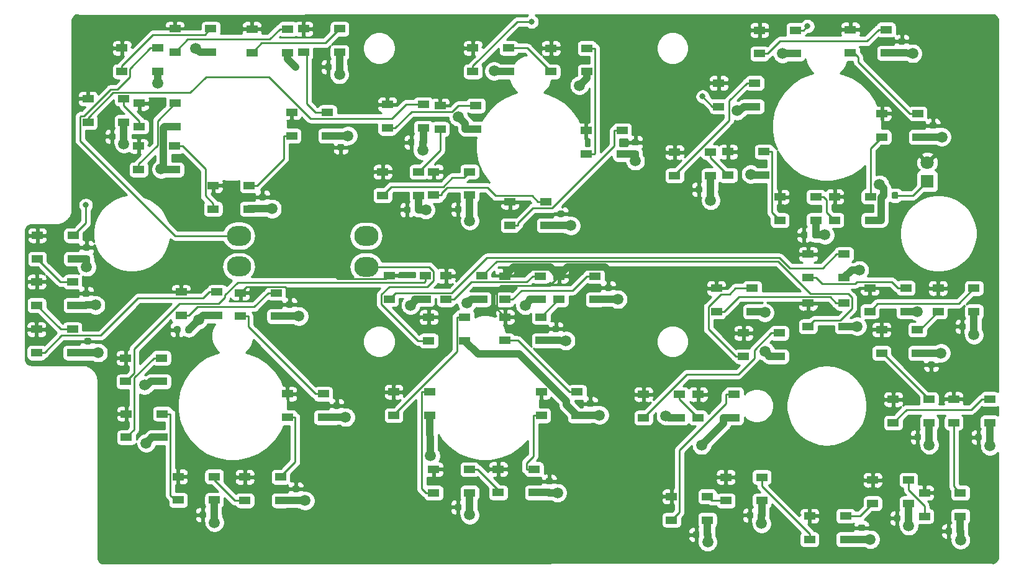
<source format=gbr>
%TF.GenerationSoftware,KiCad,Pcbnew,(5.1.12-1-10_14)*%
%TF.CreationDate,2021-11-27T18:06:18+11:00*%
%TF.ProjectId,SIM CNTL Panel PCB V2,53494d20-434e-4544-9c20-50616e656c20,rev?*%
%TF.SameCoordinates,Original*%
%TF.FileFunction,Copper,L1,Top*%
%TF.FilePolarity,Positive*%
%FSLAX46Y46*%
G04 Gerber Fmt 4.6, Leading zero omitted, Abs format (unit mm)*
G04 Created by KiCad (PCBNEW (5.1.12-1-10_14)) date 2021-11-27 18:06:18*
%MOMM*%
%LPD*%
G01*
G04 APERTURE LIST*
%TA.AperFunction,ComponentPad*%
%ADD10O,3.300000X2.700000*%
%TD*%
%TA.AperFunction,SMDPad,CuDef*%
%ADD11R,1.500000X1.000000*%
%TD*%
%TA.AperFunction,ComponentPad*%
%ADD12C,1.800000*%
%TD*%
%TA.AperFunction,ComponentPad*%
%ADD13R,1.800000X1.800000*%
%TD*%
%TA.AperFunction,ViaPad*%
%ADD14C,1.500000*%
%TD*%
%TA.AperFunction,ViaPad*%
%ADD15C,0.800000*%
%TD*%
%TA.AperFunction,Conductor*%
%ADD16C,1.000000*%
%TD*%
%TA.AperFunction,Conductor*%
%ADD17C,0.250000*%
%TD*%
%TA.AperFunction,Conductor*%
%ADD18C,0.254000*%
%TD*%
%TA.AperFunction,Conductor*%
%ADD19C,0.100000*%
%TD*%
G04 APERTURE END LIST*
D10*
%TO.P,J1,4*%
%TO.N,/DATAIN*%
X110865000Y-83592600D03*
%TO.P,J1,3*%
%TO.N,/LEDGND*%
X110865000Y-87792600D03*
%TO.P,J1,2*%
%TO.N,/LED+5V*%
X116365000Y-83592600D03*
%TO.P,J1,1*%
%TA.AperFunction,ComponentPad*%
G36*
G01*
X117764999Y-89142600D02*
X114965001Y-89142600D01*
G75*
G02*
X114715000Y-88892599I0J250001D01*
G01*
X114715000Y-86692601D01*
G75*
G02*
X114965001Y-86442600I250001J0D01*
G01*
X117764999Y-86442600D01*
G75*
G02*
X118015000Y-86692601I0J-250001D01*
G01*
X118015000Y-88892599D01*
G75*
G02*
X117764999Y-89142600I-250001J0D01*
G01*
G37*
%TD.AperFunction*%
%TD*%
%TO.P,J2,4*%
%TO.N,/DATAOUT*%
X128225000Y-87809200D03*
%TO.P,J2,3*%
%TO.N,/LEDGND*%
X128225000Y-83609200D03*
%TO.P,J2,2*%
%TO.N,/LED+5V*%
X122725000Y-87809200D03*
%TO.P,J2,1*%
%TA.AperFunction,ComponentPad*%
G36*
G01*
X121325001Y-82259200D02*
X124124999Y-82259200D01*
G75*
G02*
X124375000Y-82509201I0J-250001D01*
G01*
X124375000Y-84709199D01*
G75*
G02*
X124124999Y-84959200I-250001J0D01*
G01*
X121325001Y-84959200D01*
G75*
G02*
X121075000Y-84709199I0J250001D01*
G01*
X121075000Y-82509201D01*
G75*
G02*
X121325001Y-82259200I250001J0D01*
G01*
G37*
%TD.AperFunction*%
%TD*%
%TO.P,C2,2*%
%TO.N,/LEDGND*%
%TA.AperFunction,SMDPad,CuDef*%
G36*
G01*
X174732500Y-77546250D02*
X174732500Y-77033750D01*
G75*
G02*
X174951250Y-76815000I218750J0D01*
G01*
X175388750Y-76815000D01*
G75*
G02*
X175607500Y-77033750I0J-218750D01*
G01*
X175607500Y-77546250D01*
G75*
G02*
X175388750Y-77765000I-218750J0D01*
G01*
X174951250Y-77765000D01*
G75*
G02*
X174732500Y-77546250I0J218750D01*
G01*
G37*
%TD.AperFunction*%
%TO.P,C2,1*%
%TO.N,/LED+5V*%
%TA.AperFunction,SMDPad,CuDef*%
G36*
G01*
X173157500Y-77546250D02*
X173157500Y-77033750D01*
G75*
G02*
X173376250Y-76815000I218750J0D01*
G01*
X173813750Y-76815000D01*
G75*
G02*
X174032500Y-77033750I0J-218750D01*
G01*
X174032500Y-77546250D01*
G75*
G02*
X173813750Y-77765000I-218750J0D01*
G01*
X173376250Y-77765000D01*
G75*
G02*
X173157500Y-77546250I0J218750D01*
G01*
G37*
%TD.AperFunction*%
%TD*%
D11*
%TO.P,D2,1*%
%TO.N,/LED+5V*%
X94933600Y-57988400D03*
%TO.P,D2,2*%
%TO.N,Net-(D2-Pad2)*%
X94933600Y-61188400D03*
%TO.P,D2,4*%
%TO.N,/DATAIN*%
X99833600Y-57988400D03*
%TO.P,D2,3*%
%TO.N,/LEDGND*%
X99833600Y-61188400D03*
%TD*%
D12*
%TO.P,D1,2*%
%TO.N,/LED+5V*%
X204725000Y-73625000D03*
D13*
%TO.P,D1,1*%
%TO.N,Net-(D1-Pad1)*%
X204725000Y-76165000D03*
%TD*%
%TO.P,C29,2*%
%TO.N,/LEDGND*%
%TA.AperFunction,SMDPad,CuDef*%
G36*
G01*
X204562500Y-111306250D02*
X204562500Y-110793750D01*
G75*
G02*
X204781250Y-110575000I218750J0D01*
G01*
X205218750Y-110575000D01*
G75*
G02*
X205437500Y-110793750I0J-218750D01*
G01*
X205437500Y-111306250D01*
G75*
G02*
X205218750Y-111525000I-218750J0D01*
G01*
X204781250Y-111525000D01*
G75*
G02*
X204562500Y-111306250I0J218750D01*
G01*
G37*
%TD.AperFunction*%
%TO.P,C29,1*%
%TO.N,/LED+5V*%
%TA.AperFunction,SMDPad,CuDef*%
G36*
G01*
X202987500Y-111306250D02*
X202987500Y-110793750D01*
G75*
G02*
X203206250Y-110575000I218750J0D01*
G01*
X203643750Y-110575000D01*
G75*
G02*
X203862500Y-110793750I0J-218750D01*
G01*
X203862500Y-111306250D01*
G75*
G02*
X203643750Y-111525000I-218750J0D01*
G01*
X203206250Y-111525000D01*
G75*
G02*
X202987500Y-111306250I0J218750D01*
G01*
G37*
%TD.AperFunction*%
%TD*%
%TO.P,C18,2*%
%TO.N,/LEDGND*%
%TA.AperFunction,SMDPad,CuDef*%
G36*
G01*
X135512500Y-71106250D02*
X135512500Y-70593750D01*
G75*
G02*
X135731250Y-70375000I218750J0D01*
G01*
X136168750Y-70375000D01*
G75*
G02*
X136387500Y-70593750I0J-218750D01*
G01*
X136387500Y-71106250D01*
G75*
G02*
X136168750Y-71325000I-218750J0D01*
G01*
X135731250Y-71325000D01*
G75*
G02*
X135512500Y-71106250I0J218750D01*
G01*
G37*
%TD.AperFunction*%
%TO.P,C18,1*%
%TO.N,/LED+5V*%
%TA.AperFunction,SMDPad,CuDef*%
G36*
G01*
X133937500Y-71106250D02*
X133937500Y-70593750D01*
G75*
G02*
X134156250Y-70375000I218750J0D01*
G01*
X134593750Y-70375000D01*
G75*
G02*
X134812500Y-70593750I0J-218750D01*
G01*
X134812500Y-71106250D01*
G75*
G02*
X134593750Y-71325000I-218750J0D01*
G01*
X134156250Y-71325000D01*
G75*
G02*
X133937500Y-71106250I0J218750D01*
G01*
G37*
%TD.AperFunction*%
%TD*%
%TO.P,C17,2*%
%TO.N,/LEDGND*%
%TA.AperFunction,SMDPad,CuDef*%
G36*
G01*
X125026250Y-70367500D02*
X124513750Y-70367500D01*
G75*
G02*
X124295000Y-70148750I0J218750D01*
G01*
X124295000Y-69711250D01*
G75*
G02*
X124513750Y-69492500I218750J0D01*
G01*
X125026250Y-69492500D01*
G75*
G02*
X125245000Y-69711250I0J-218750D01*
G01*
X125245000Y-70148750D01*
G75*
G02*
X125026250Y-70367500I-218750J0D01*
G01*
G37*
%TD.AperFunction*%
%TO.P,C17,1*%
%TO.N,/LED+5V*%
%TA.AperFunction,SMDPad,CuDef*%
G36*
G01*
X125026250Y-71942500D02*
X124513750Y-71942500D01*
G75*
G02*
X124295000Y-71723750I0J218750D01*
G01*
X124295000Y-71286250D01*
G75*
G02*
X124513750Y-71067500I218750J0D01*
G01*
X125026250Y-71067500D01*
G75*
G02*
X125245000Y-71286250I0J-218750D01*
G01*
X125245000Y-71723750D01*
G75*
G02*
X125026250Y-71942500I-218750J0D01*
G01*
G37*
%TD.AperFunction*%
%TD*%
%TO.P,C37,2*%
%TO.N,/LEDGND*%
%TA.AperFunction,SMDPad,CuDef*%
G36*
G01*
X164668750Y-71987500D02*
X165181250Y-71987500D01*
G75*
G02*
X165400000Y-72206250I0J-218750D01*
G01*
X165400000Y-72643750D01*
G75*
G02*
X165181250Y-72862500I-218750J0D01*
G01*
X164668750Y-72862500D01*
G75*
G02*
X164450000Y-72643750I0J218750D01*
G01*
X164450000Y-72206250D01*
G75*
G02*
X164668750Y-71987500I218750J0D01*
G01*
G37*
%TD.AperFunction*%
%TO.P,C37,1*%
%TO.N,/LED+5V*%
%TA.AperFunction,SMDPad,CuDef*%
G36*
G01*
X164668750Y-70412500D02*
X165181250Y-70412500D01*
G75*
G02*
X165400000Y-70631250I0J-218750D01*
G01*
X165400000Y-71068750D01*
G75*
G02*
X165181250Y-71287500I-218750J0D01*
G01*
X164668750Y-71287500D01*
G75*
G02*
X164450000Y-71068750I0J218750D01*
G01*
X164450000Y-70631250D01*
G75*
G02*
X164668750Y-70412500I218750J0D01*
G01*
G37*
%TD.AperFunction*%
%TD*%
%TO.P,C36,2*%
%TO.N,/LEDGND*%
%TA.AperFunction,SMDPad,CuDef*%
G36*
G01*
X212837500Y-111331250D02*
X212837500Y-110818750D01*
G75*
G02*
X213056250Y-110600000I218750J0D01*
G01*
X213493750Y-110600000D01*
G75*
G02*
X213712500Y-110818750I0J-218750D01*
G01*
X213712500Y-111331250D01*
G75*
G02*
X213493750Y-111550000I-218750J0D01*
G01*
X213056250Y-111550000D01*
G75*
G02*
X212837500Y-111331250I0J218750D01*
G01*
G37*
%TD.AperFunction*%
%TO.P,C36,1*%
%TO.N,/LED+5V*%
%TA.AperFunction,SMDPad,CuDef*%
G36*
G01*
X211262500Y-111331250D02*
X211262500Y-110818750D01*
G75*
G02*
X211481250Y-110600000I218750J0D01*
G01*
X211918750Y-110600000D01*
G75*
G02*
X212137500Y-110818750I0J-218750D01*
G01*
X212137500Y-111331250D01*
G75*
G02*
X211918750Y-111550000I-218750J0D01*
G01*
X211481250Y-111550000D01*
G75*
G02*
X211262500Y-111331250I0J218750D01*
G01*
G37*
%TD.AperFunction*%
%TD*%
%TO.P,C35,2*%
%TO.N,/LEDGND*%
%TA.AperFunction,SMDPad,CuDef*%
G36*
G01*
X189087500Y-83731250D02*
X189087500Y-83218750D01*
G75*
G02*
X189306250Y-83000000I218750J0D01*
G01*
X189743750Y-83000000D01*
G75*
G02*
X189962500Y-83218750I0J-218750D01*
G01*
X189962500Y-83731250D01*
G75*
G02*
X189743750Y-83950000I-218750J0D01*
G01*
X189306250Y-83950000D01*
G75*
G02*
X189087500Y-83731250I0J218750D01*
G01*
G37*
%TD.AperFunction*%
%TO.P,C35,1*%
%TO.N,/LED+5V*%
%TA.AperFunction,SMDPad,CuDef*%
G36*
G01*
X187512500Y-83731250D02*
X187512500Y-83218750D01*
G75*
G02*
X187731250Y-83000000I218750J0D01*
G01*
X188168750Y-83000000D01*
G75*
G02*
X188387500Y-83218750I0J-218750D01*
G01*
X188387500Y-83731250D01*
G75*
G02*
X188168750Y-83950000I-218750J0D01*
G01*
X187731250Y-83950000D01*
G75*
G02*
X187512500Y-83731250I0J218750D01*
G01*
G37*
%TD.AperFunction*%
%TD*%
%TO.P,C34,2*%
%TO.N,/LEDGND*%
%TA.AperFunction,SMDPad,CuDef*%
G36*
G01*
X208812500Y-124131250D02*
X208812500Y-123618750D01*
G75*
G02*
X209031250Y-123400000I218750J0D01*
G01*
X209468750Y-123400000D01*
G75*
G02*
X209687500Y-123618750I0J-218750D01*
G01*
X209687500Y-124131250D01*
G75*
G02*
X209468750Y-124350000I-218750J0D01*
G01*
X209031250Y-124350000D01*
G75*
G02*
X208812500Y-124131250I0J218750D01*
G01*
G37*
%TD.AperFunction*%
%TO.P,C34,1*%
%TO.N,/LED+5V*%
%TA.AperFunction,SMDPad,CuDef*%
G36*
G01*
X207237500Y-124131250D02*
X207237500Y-123618750D01*
G75*
G02*
X207456250Y-123400000I218750J0D01*
G01*
X207893750Y-123400000D01*
G75*
G02*
X208112500Y-123618750I0J-218750D01*
G01*
X208112500Y-124131250D01*
G75*
G02*
X207893750Y-124350000I-218750J0D01*
G01*
X207456250Y-124350000D01*
G75*
G02*
X207237500Y-124131250I0J218750D01*
G01*
G37*
%TD.AperFunction*%
%TD*%
%TO.P,C33,2*%
%TO.N,/LEDGND*%
%TA.AperFunction,SMDPad,CuDef*%
G36*
G01*
X158543750Y-107612500D02*
X159056250Y-107612500D01*
G75*
G02*
X159275000Y-107831250I0J-218750D01*
G01*
X159275000Y-108268750D01*
G75*
G02*
X159056250Y-108487500I-218750J0D01*
G01*
X158543750Y-108487500D01*
G75*
G02*
X158325000Y-108268750I0J218750D01*
G01*
X158325000Y-107831250D01*
G75*
G02*
X158543750Y-107612500I218750J0D01*
G01*
G37*
%TD.AperFunction*%
%TO.P,C33,1*%
%TO.N,/LED+5V*%
%TA.AperFunction,SMDPad,CuDef*%
G36*
G01*
X158543750Y-106037500D02*
X159056250Y-106037500D01*
G75*
G02*
X159275000Y-106256250I0J-218750D01*
G01*
X159275000Y-106693750D01*
G75*
G02*
X159056250Y-106912500I-218750J0D01*
G01*
X158543750Y-106912500D01*
G75*
G02*
X158325000Y-106693750I0J218750D01*
G01*
X158325000Y-106256250D01*
G75*
G02*
X158543750Y-106037500I218750J0D01*
G01*
G37*
%TD.AperFunction*%
%TD*%
%TO.P,C32,2*%
%TO.N,/LEDGND*%
%TA.AperFunction,SMDPad,CuDef*%
G36*
G01*
X210662500Y-96206250D02*
X210662500Y-95693750D01*
G75*
G02*
X210881250Y-95475000I218750J0D01*
G01*
X211318750Y-95475000D01*
G75*
G02*
X211537500Y-95693750I0J-218750D01*
G01*
X211537500Y-96206250D01*
G75*
G02*
X211318750Y-96425000I-218750J0D01*
G01*
X210881250Y-96425000D01*
G75*
G02*
X210662500Y-96206250I0J218750D01*
G01*
G37*
%TD.AperFunction*%
%TO.P,C32,1*%
%TO.N,/LED+5V*%
%TA.AperFunction,SMDPad,CuDef*%
G36*
G01*
X209087500Y-96206250D02*
X209087500Y-95693750D01*
G75*
G02*
X209306250Y-95475000I218750J0D01*
G01*
X209743750Y-95475000D01*
G75*
G02*
X209962500Y-95693750I0J-218750D01*
G01*
X209962500Y-96206250D01*
G75*
G02*
X209743750Y-96425000I-218750J0D01*
G01*
X209306250Y-96425000D01*
G75*
G02*
X209087500Y-96206250I0J218750D01*
G01*
G37*
%TD.AperFunction*%
%TD*%
%TO.P,C31,2*%
%TO.N,/LEDGND*%
%TA.AperFunction,SMDPad,CuDef*%
G36*
G01*
X201762500Y-122356250D02*
X201762500Y-121843750D01*
G75*
G02*
X201981250Y-121625000I218750J0D01*
G01*
X202418750Y-121625000D01*
G75*
G02*
X202637500Y-121843750I0J-218750D01*
G01*
X202637500Y-122356250D01*
G75*
G02*
X202418750Y-122575000I-218750J0D01*
G01*
X201981250Y-122575000D01*
G75*
G02*
X201762500Y-122356250I0J218750D01*
G01*
G37*
%TD.AperFunction*%
%TO.P,C31,1*%
%TO.N,/LED+5V*%
%TA.AperFunction,SMDPad,CuDef*%
G36*
G01*
X200187500Y-122356250D02*
X200187500Y-121843750D01*
G75*
G02*
X200406250Y-121625000I218750J0D01*
G01*
X200843750Y-121625000D01*
G75*
G02*
X201062500Y-121843750I0J-218750D01*
G01*
X201062500Y-122356250D01*
G75*
G02*
X200843750Y-122575000I-218750J0D01*
G01*
X200406250Y-122575000D01*
G75*
G02*
X200187500Y-122356250I0J218750D01*
G01*
G37*
%TD.AperFunction*%
%TD*%
%TO.P,C30,2*%
%TO.N,/LEDGND*%
%TA.AperFunction,SMDPad,CuDef*%
G36*
G01*
X174362500Y-124606250D02*
X174362500Y-124093750D01*
G75*
G02*
X174581250Y-123875000I218750J0D01*
G01*
X175018750Y-123875000D01*
G75*
G02*
X175237500Y-124093750I0J-218750D01*
G01*
X175237500Y-124606250D01*
G75*
G02*
X175018750Y-124825000I-218750J0D01*
G01*
X174581250Y-124825000D01*
G75*
G02*
X174362500Y-124606250I0J218750D01*
G01*
G37*
%TD.AperFunction*%
%TO.P,C30,1*%
%TO.N,/LED+5V*%
%TA.AperFunction,SMDPad,CuDef*%
G36*
G01*
X172787500Y-124606250D02*
X172787500Y-124093750D01*
G75*
G02*
X173006250Y-123875000I218750J0D01*
G01*
X173443750Y-123875000D01*
G75*
G02*
X173662500Y-124093750I0J-218750D01*
G01*
X173662500Y-124606250D01*
G75*
G02*
X173443750Y-124825000I-218750J0D01*
G01*
X173006250Y-124825000D01*
G75*
G02*
X172787500Y-124606250I0J218750D01*
G01*
G37*
%TD.AperFunction*%
%TD*%
%TO.P,C28,2*%
%TO.N,/LEDGND*%
%TA.AperFunction,SMDPad,CuDef*%
G36*
G01*
X107100000Y-121906250D02*
X107100000Y-121393750D01*
G75*
G02*
X107318750Y-121175000I218750J0D01*
G01*
X107756250Y-121175000D01*
G75*
G02*
X107975000Y-121393750I0J-218750D01*
G01*
X107975000Y-121906250D01*
G75*
G02*
X107756250Y-122125000I-218750J0D01*
G01*
X107318750Y-122125000D01*
G75*
G02*
X107100000Y-121906250I0J218750D01*
G01*
G37*
%TD.AperFunction*%
%TO.P,C28,1*%
%TO.N,/LED+5V*%
%TA.AperFunction,SMDPad,CuDef*%
G36*
G01*
X105525000Y-121906250D02*
X105525000Y-121393750D01*
G75*
G02*
X105743750Y-121175000I218750J0D01*
G01*
X106181250Y-121175000D01*
G75*
G02*
X106400000Y-121393750I0J-218750D01*
G01*
X106400000Y-121906250D01*
G75*
G02*
X106181250Y-122125000I-218750J0D01*
G01*
X105743750Y-122125000D01*
G75*
G02*
X105525000Y-121906250I0J218750D01*
G01*
G37*
%TD.AperFunction*%
%TD*%
%TO.P,C27,2*%
%TO.N,/LEDGND*%
%TA.AperFunction,SMDPad,CuDef*%
G36*
G01*
X141912500Y-120856250D02*
X141912500Y-120343750D01*
G75*
G02*
X142131250Y-120125000I218750J0D01*
G01*
X142568750Y-120125000D01*
G75*
G02*
X142787500Y-120343750I0J-218750D01*
G01*
X142787500Y-120856250D01*
G75*
G02*
X142568750Y-121075000I-218750J0D01*
G01*
X142131250Y-121075000D01*
G75*
G02*
X141912500Y-120856250I0J218750D01*
G01*
G37*
%TD.AperFunction*%
%TO.P,C27,1*%
%TO.N,/LED+5V*%
%TA.AperFunction,SMDPad,CuDef*%
G36*
G01*
X140337500Y-120856250D02*
X140337500Y-120343750D01*
G75*
G02*
X140556250Y-120125000I218750J0D01*
G01*
X140993750Y-120125000D01*
G75*
G02*
X141212500Y-120343750I0J-218750D01*
G01*
X141212500Y-120856250D01*
G75*
G02*
X140993750Y-121075000I-218750J0D01*
G01*
X140556250Y-121075000D01*
G75*
G02*
X140337500Y-120856250I0J218750D01*
G01*
G37*
%TD.AperFunction*%
%TD*%
%TO.P,C26,2*%
%TO.N,/LEDGND*%
%TA.AperFunction,SMDPad,CuDef*%
G36*
G01*
X181712500Y-121956250D02*
X181712500Y-121443750D01*
G75*
G02*
X181931250Y-121225000I218750J0D01*
G01*
X182368750Y-121225000D01*
G75*
G02*
X182587500Y-121443750I0J-218750D01*
G01*
X182587500Y-121956250D01*
G75*
G02*
X182368750Y-122175000I-218750J0D01*
G01*
X181931250Y-122175000D01*
G75*
G02*
X181712500Y-121956250I0J218750D01*
G01*
G37*
%TD.AperFunction*%
%TO.P,C26,1*%
%TO.N,/LED+5V*%
%TA.AperFunction,SMDPad,CuDef*%
G36*
G01*
X180137500Y-121956250D02*
X180137500Y-121443750D01*
G75*
G02*
X180356250Y-121225000I218750J0D01*
G01*
X180793750Y-121225000D01*
G75*
G02*
X181012500Y-121443750I0J-218750D01*
G01*
X181012500Y-121956250D01*
G75*
G02*
X180793750Y-122175000I-218750J0D01*
G01*
X180356250Y-122175000D01*
G75*
G02*
X180137500Y-121956250I0J218750D01*
G01*
G37*
%TD.AperFunction*%
%TD*%
%TO.P,C25,2*%
%TO.N,/LEDGND*%
%TA.AperFunction,SMDPad,CuDef*%
G36*
G01*
X103612500Y-96656250D02*
X103612500Y-96143750D01*
G75*
G02*
X103831250Y-95925000I218750J0D01*
G01*
X104268750Y-95925000D01*
G75*
G02*
X104487500Y-96143750I0J-218750D01*
G01*
X104487500Y-96656250D01*
G75*
G02*
X104268750Y-96875000I-218750J0D01*
G01*
X103831250Y-96875000D01*
G75*
G02*
X103612500Y-96656250I0J218750D01*
G01*
G37*
%TD.AperFunction*%
%TO.P,C25,1*%
%TO.N,/LED+5V*%
%TA.AperFunction,SMDPad,CuDef*%
G36*
G01*
X102037500Y-96656250D02*
X102037500Y-96143750D01*
G75*
G02*
X102256250Y-95925000I218750J0D01*
G01*
X102693750Y-95925000D01*
G75*
G02*
X102912500Y-96143750I0J-218750D01*
G01*
X102912500Y-96656250D01*
G75*
G02*
X102693750Y-96875000I-218750J0D01*
G01*
X102256250Y-96875000D01*
G75*
G02*
X102037500Y-96656250I0J218750D01*
G01*
G37*
%TD.AperFunction*%
%TD*%
%TO.P,C24,2*%
%TO.N,/LEDGND*%
%TA.AperFunction,SMDPad,CuDef*%
G36*
G01*
X160993750Y-91812500D02*
X161506250Y-91812500D01*
G75*
G02*
X161725000Y-92031250I0J-218750D01*
G01*
X161725000Y-92468750D01*
G75*
G02*
X161506250Y-92687500I-218750J0D01*
G01*
X160993750Y-92687500D01*
G75*
G02*
X160775000Y-92468750I0J218750D01*
G01*
X160775000Y-92031250D01*
G75*
G02*
X160993750Y-91812500I218750J0D01*
G01*
G37*
%TD.AperFunction*%
%TO.P,C24,1*%
%TO.N,/LED+5V*%
%TA.AperFunction,SMDPad,CuDef*%
G36*
G01*
X160993750Y-90237500D02*
X161506250Y-90237500D01*
G75*
G02*
X161725000Y-90456250I0J-218750D01*
G01*
X161725000Y-90893750D01*
G75*
G02*
X161506250Y-91112500I-218750J0D01*
G01*
X160993750Y-91112500D01*
G75*
G02*
X160775000Y-90893750I0J218750D01*
G01*
X160775000Y-90456250D01*
G75*
G02*
X160993750Y-90237500I218750J0D01*
G01*
G37*
%TD.AperFunction*%
%TD*%
%TO.P,C23,2*%
%TO.N,/LEDGND*%
%TA.AperFunction,SMDPad,CuDef*%
G36*
G01*
X117543750Y-94112500D02*
X118056250Y-94112500D01*
G75*
G02*
X118275000Y-94331250I0J-218750D01*
G01*
X118275000Y-94768750D01*
G75*
G02*
X118056250Y-94987500I-218750J0D01*
G01*
X117543750Y-94987500D01*
G75*
G02*
X117325000Y-94768750I0J218750D01*
G01*
X117325000Y-94331250D01*
G75*
G02*
X117543750Y-94112500I218750J0D01*
G01*
G37*
%TD.AperFunction*%
%TO.P,C23,1*%
%TO.N,/LED+5V*%
%TA.AperFunction,SMDPad,CuDef*%
G36*
G01*
X117543750Y-92537500D02*
X118056250Y-92537500D01*
G75*
G02*
X118275000Y-92756250I0J-218750D01*
G01*
X118275000Y-93193750D01*
G75*
G02*
X118056250Y-93412500I-218750J0D01*
G01*
X117543750Y-93412500D01*
G75*
G02*
X117325000Y-93193750I0J218750D01*
G01*
X117325000Y-92756250D01*
G75*
G02*
X117543750Y-92537500I218750J0D01*
G01*
G37*
%TD.AperFunction*%
%TD*%
%TO.P,C22,2*%
%TO.N,/LEDGND*%
%TA.AperFunction,SMDPad,CuDef*%
G36*
G01*
X123943750Y-107900000D02*
X124456250Y-107900000D01*
G75*
G02*
X124675000Y-108118750I0J-218750D01*
G01*
X124675000Y-108556250D01*
G75*
G02*
X124456250Y-108775000I-218750J0D01*
G01*
X123943750Y-108775000D01*
G75*
G02*
X123725000Y-108556250I0J218750D01*
G01*
X123725000Y-108118750D01*
G75*
G02*
X123943750Y-107900000I218750J0D01*
G01*
G37*
%TD.AperFunction*%
%TO.P,C22,1*%
%TO.N,/LED+5V*%
%TA.AperFunction,SMDPad,CuDef*%
G36*
G01*
X123943750Y-106325000D02*
X124456250Y-106325000D01*
G75*
G02*
X124675000Y-106543750I0J-218750D01*
G01*
X124675000Y-106981250D01*
G75*
G02*
X124456250Y-107200000I-218750J0D01*
G01*
X123943750Y-107200000D01*
G75*
G02*
X123725000Y-106981250I0J218750D01*
G01*
X123725000Y-106543750D01*
G75*
G02*
X123943750Y-106325000I218750J0D01*
G01*
G37*
%TD.AperFunction*%
%TD*%
%TO.P,C21,2*%
%TO.N,/LEDGND*%
%TA.AperFunction,SMDPad,CuDef*%
G36*
G01*
X134962500Y-80306250D02*
X134962500Y-79793750D01*
G75*
G02*
X135181250Y-79575000I218750J0D01*
G01*
X135618750Y-79575000D01*
G75*
G02*
X135837500Y-79793750I0J-218750D01*
G01*
X135837500Y-80306250D01*
G75*
G02*
X135618750Y-80525000I-218750J0D01*
G01*
X135181250Y-80525000D01*
G75*
G02*
X134962500Y-80306250I0J218750D01*
G01*
G37*
%TD.AperFunction*%
%TO.P,C21,1*%
%TO.N,/LED+5V*%
%TA.AperFunction,SMDPad,CuDef*%
G36*
G01*
X133387500Y-80306250D02*
X133387500Y-79793750D01*
G75*
G02*
X133606250Y-79575000I218750J0D01*
G01*
X134043750Y-79575000D01*
G75*
G02*
X134262500Y-79793750I0J-218750D01*
G01*
X134262500Y-80306250D01*
G75*
G02*
X134043750Y-80525000I-218750J0D01*
G01*
X133606250Y-80525000D01*
G75*
G02*
X133387500Y-80306250I0J218750D01*
G01*
G37*
%TD.AperFunction*%
%TD*%
%TO.P,C20,2*%
%TO.N,/LEDGND*%
%TA.AperFunction,SMDPad,CuDef*%
G36*
G01*
X124212500Y-60806250D02*
X124212500Y-60293750D01*
G75*
G02*
X124431250Y-60075000I218750J0D01*
G01*
X124868750Y-60075000D01*
G75*
G02*
X125087500Y-60293750I0J-218750D01*
G01*
X125087500Y-60806250D01*
G75*
G02*
X124868750Y-61025000I-218750J0D01*
G01*
X124431250Y-61025000D01*
G75*
G02*
X124212500Y-60806250I0J218750D01*
G01*
G37*
%TD.AperFunction*%
%TO.P,C20,1*%
%TO.N,/LED+5V*%
%TA.AperFunction,SMDPad,CuDef*%
G36*
G01*
X122637500Y-60806250D02*
X122637500Y-60293750D01*
G75*
G02*
X122856250Y-60075000I218750J0D01*
G01*
X123293750Y-60075000D01*
G75*
G02*
X123512500Y-60293750I0J-218750D01*
G01*
X123512500Y-60806250D01*
G75*
G02*
X123293750Y-61025000I-218750J0D01*
G01*
X122856250Y-61025000D01*
G75*
G02*
X122637500Y-60806250I0J218750D01*
G01*
G37*
%TD.AperFunction*%
%TD*%
%TO.P,C19,2*%
%TO.N,/LEDGND*%
%TA.AperFunction,SMDPad,CuDef*%
G36*
G01*
X141912500Y-80256250D02*
X141912500Y-79743750D01*
G75*
G02*
X142131250Y-79525000I218750J0D01*
G01*
X142568750Y-79525000D01*
G75*
G02*
X142787500Y-79743750I0J-218750D01*
G01*
X142787500Y-80256250D01*
G75*
G02*
X142568750Y-80475000I-218750J0D01*
G01*
X142131250Y-80475000D01*
G75*
G02*
X141912500Y-80256250I0J218750D01*
G01*
G37*
%TD.AperFunction*%
%TO.P,C19,1*%
%TO.N,/LED+5V*%
%TA.AperFunction,SMDPad,CuDef*%
G36*
G01*
X140337500Y-80256250D02*
X140337500Y-79743750D01*
G75*
G02*
X140556250Y-79525000I218750J0D01*
G01*
X140993750Y-79525000D01*
G75*
G02*
X141212500Y-79743750I0J-218750D01*
G01*
X141212500Y-80256250D01*
G75*
G02*
X140993750Y-80475000I-218750J0D01*
G01*
X140556250Y-80475000D01*
G75*
G02*
X140337500Y-80256250I0J218750D01*
G01*
G37*
%TD.AperFunction*%
%TD*%
%TO.P,C16,2*%
%TO.N,/LEDGND*%
%TA.AperFunction,SMDPad,CuDef*%
G36*
G01*
X89843750Y-86312500D02*
X90356250Y-86312500D01*
G75*
G02*
X90575000Y-86531250I0J-218750D01*
G01*
X90575000Y-86968750D01*
G75*
G02*
X90356250Y-87187500I-218750J0D01*
G01*
X89843750Y-87187500D01*
G75*
G02*
X89625000Y-86968750I0J218750D01*
G01*
X89625000Y-86531250D01*
G75*
G02*
X89843750Y-86312500I218750J0D01*
G01*
G37*
%TD.AperFunction*%
%TO.P,C16,1*%
%TO.N,/LED+5V*%
%TA.AperFunction,SMDPad,CuDef*%
G36*
G01*
X89843750Y-84737500D02*
X90356250Y-84737500D01*
G75*
G02*
X90575000Y-84956250I0J-218750D01*
G01*
X90575000Y-85393750D01*
G75*
G02*
X90356250Y-85612500I-218750J0D01*
G01*
X89843750Y-85612500D01*
G75*
G02*
X89625000Y-85393750I0J218750D01*
G01*
X89625000Y-84956250D01*
G75*
G02*
X89843750Y-84737500I218750J0D01*
G01*
G37*
%TD.AperFunction*%
%TD*%
%TO.P,C15,2*%
%TO.N,/LEDGND*%
%TA.AperFunction,SMDPad,CuDef*%
G36*
G01*
X113843750Y-79462500D02*
X114356250Y-79462500D01*
G75*
G02*
X114575000Y-79681250I0J-218750D01*
G01*
X114575000Y-80118750D01*
G75*
G02*
X114356250Y-80337500I-218750J0D01*
G01*
X113843750Y-80337500D01*
G75*
G02*
X113625000Y-80118750I0J218750D01*
G01*
X113625000Y-79681250D01*
G75*
G02*
X113843750Y-79462500I218750J0D01*
G01*
G37*
%TD.AperFunction*%
%TO.P,C15,1*%
%TO.N,/LED+5V*%
%TA.AperFunction,SMDPad,CuDef*%
G36*
G01*
X113843750Y-77887500D02*
X114356250Y-77887500D01*
G75*
G02*
X114575000Y-78106250I0J-218750D01*
G01*
X114575000Y-78543750D01*
G75*
G02*
X114356250Y-78762500I-218750J0D01*
G01*
X113843750Y-78762500D01*
G75*
G02*
X113625000Y-78543750I0J218750D01*
G01*
X113625000Y-78106250D01*
G75*
G02*
X113843750Y-77887500I218750J0D01*
G01*
G37*
%TD.AperFunction*%
%TD*%
%TO.P,C14,2*%
%TO.N,/LEDGND*%
%TA.AperFunction,SMDPad,CuDef*%
G36*
G01*
X89793750Y-92612500D02*
X90306250Y-92612500D01*
G75*
G02*
X90525000Y-92831250I0J-218750D01*
G01*
X90525000Y-93268750D01*
G75*
G02*
X90306250Y-93487500I-218750J0D01*
G01*
X89793750Y-93487500D01*
G75*
G02*
X89575000Y-93268750I0J218750D01*
G01*
X89575000Y-92831250D01*
G75*
G02*
X89793750Y-92612500I218750J0D01*
G01*
G37*
%TD.AperFunction*%
%TO.P,C14,1*%
%TO.N,/LED+5V*%
%TA.AperFunction,SMDPad,CuDef*%
G36*
G01*
X89793750Y-91037500D02*
X90306250Y-91037500D01*
G75*
G02*
X90525000Y-91256250I0J-218750D01*
G01*
X90525000Y-91693750D01*
G75*
G02*
X90306250Y-91912500I-218750J0D01*
G01*
X89793750Y-91912500D01*
G75*
G02*
X89575000Y-91693750I0J218750D01*
G01*
X89575000Y-91256250D01*
G75*
G02*
X89793750Y-91037500I218750J0D01*
G01*
G37*
%TD.AperFunction*%
%TD*%
%TO.P,R1,2*%
%TO.N,/LEDGND*%
%TA.AperFunction,SMDPad,CuDef*%
G36*
G01*
X199192000Y-77823350D02*
X199192000Y-78335850D01*
G75*
G02*
X198973250Y-78554600I-218750J0D01*
G01*
X198535750Y-78554600D01*
G75*
G02*
X198317000Y-78335850I0J218750D01*
G01*
X198317000Y-77823350D01*
G75*
G02*
X198535750Y-77604600I218750J0D01*
G01*
X198973250Y-77604600D01*
G75*
G02*
X199192000Y-77823350I0J-218750D01*
G01*
G37*
%TD.AperFunction*%
%TO.P,R1,1*%
%TO.N,Net-(D1-Pad1)*%
%TA.AperFunction,SMDPad,CuDef*%
G36*
G01*
X200767000Y-77823350D02*
X200767000Y-78335850D01*
G75*
G02*
X200548250Y-78554600I-218750J0D01*
G01*
X200110750Y-78554600D01*
G75*
G02*
X199892000Y-78335850I0J218750D01*
G01*
X199892000Y-77823350D01*
G75*
G02*
X200110750Y-77604600I218750J0D01*
G01*
X200548250Y-77604600D01*
G75*
G02*
X200767000Y-77823350I0J-218750D01*
G01*
G37*
%TD.AperFunction*%
%TD*%
%TO.P,C13,2*%
%TO.N,/LEDGND*%
%TA.AperFunction,SMDPad,CuDef*%
G36*
G01*
X195526750Y-124541000D02*
X196039250Y-124541000D01*
G75*
G02*
X196258000Y-124759750I0J-218750D01*
G01*
X196258000Y-125197250D01*
G75*
G02*
X196039250Y-125416000I-218750J0D01*
G01*
X195526750Y-125416000D01*
G75*
G02*
X195308000Y-125197250I0J218750D01*
G01*
X195308000Y-124759750D01*
G75*
G02*
X195526750Y-124541000I218750J0D01*
G01*
G37*
%TD.AperFunction*%
%TO.P,C13,1*%
%TO.N,/LED+5V*%
%TA.AperFunction,SMDPad,CuDef*%
G36*
G01*
X195526750Y-122966000D02*
X196039250Y-122966000D01*
G75*
G02*
X196258000Y-123184750I0J-218750D01*
G01*
X196258000Y-123622250D01*
G75*
G02*
X196039250Y-123841000I-218750J0D01*
G01*
X195526750Y-123841000D01*
G75*
G02*
X195308000Y-123622250I0J218750D01*
G01*
X195308000Y-123184750D01*
G75*
G02*
X195526750Y-122966000I218750J0D01*
G01*
G37*
%TD.AperFunction*%
%TD*%
%TO.P,C12,2*%
%TO.N,/LEDGND*%
%TA.AperFunction,SMDPad,CuDef*%
G36*
G01*
X205531250Y-100037500D02*
X205018750Y-100037500D01*
G75*
G02*
X204800000Y-99818750I0J218750D01*
G01*
X204800000Y-99381250D01*
G75*
G02*
X205018750Y-99162500I218750J0D01*
G01*
X205531250Y-99162500D01*
G75*
G02*
X205750000Y-99381250I0J-218750D01*
G01*
X205750000Y-99818750D01*
G75*
G02*
X205531250Y-100037500I-218750J0D01*
G01*
G37*
%TD.AperFunction*%
%TO.P,C12,1*%
%TO.N,/LED+5V*%
%TA.AperFunction,SMDPad,CuDef*%
G36*
G01*
X205531250Y-101612500D02*
X205018750Y-101612500D01*
G75*
G02*
X204800000Y-101393750I0J218750D01*
G01*
X204800000Y-100956250D01*
G75*
G02*
X205018750Y-100737500I218750J0D01*
G01*
X205531250Y-100737500D01*
G75*
G02*
X205750000Y-100956250I0J-218750D01*
G01*
X205750000Y-101393750D01*
G75*
G02*
X205531250Y-101612500I-218750J0D01*
G01*
G37*
%TD.AperFunction*%
%TD*%
%TO.P,C11,2*%
%TO.N,/LEDGND*%
%TA.AperFunction,SMDPad,CuDef*%
G36*
G01*
X201010750Y-58226300D02*
X201523250Y-58226300D01*
G75*
G02*
X201742000Y-58445050I0J-218750D01*
G01*
X201742000Y-58882550D01*
G75*
G02*
X201523250Y-59101300I-218750J0D01*
G01*
X201010750Y-59101300D01*
G75*
G02*
X200792000Y-58882550I0J218750D01*
G01*
X200792000Y-58445050D01*
G75*
G02*
X201010750Y-58226300I218750J0D01*
G01*
G37*
%TD.AperFunction*%
%TO.P,C11,1*%
%TO.N,/LED+5V*%
%TA.AperFunction,SMDPad,CuDef*%
G36*
G01*
X201010750Y-56651300D02*
X201523250Y-56651300D01*
G75*
G02*
X201742000Y-56870050I0J-218750D01*
G01*
X201742000Y-57307550D01*
G75*
G02*
X201523250Y-57526300I-218750J0D01*
G01*
X201010750Y-57526300D01*
G75*
G02*
X200792000Y-57307550I0J218750D01*
G01*
X200792000Y-56870050D01*
G75*
G02*
X201010750Y-56651300I218750J0D01*
G01*
G37*
%TD.AperFunction*%
%TD*%
%TO.P,C10,2*%
%TO.N,/LEDGND*%
%TA.AperFunction,SMDPad,CuDef*%
G36*
G01*
X205262750Y-69679200D02*
X205775250Y-69679200D01*
G75*
G02*
X205994000Y-69897950I0J-218750D01*
G01*
X205994000Y-70335450D01*
G75*
G02*
X205775250Y-70554200I-218750J0D01*
G01*
X205262750Y-70554200D01*
G75*
G02*
X205044000Y-70335450I0J218750D01*
G01*
X205044000Y-69897950D01*
G75*
G02*
X205262750Y-69679200I218750J0D01*
G01*
G37*
%TD.AperFunction*%
%TO.P,C10,1*%
%TO.N,/LED+5V*%
%TA.AperFunction,SMDPad,CuDef*%
G36*
G01*
X205262750Y-68104200D02*
X205775250Y-68104200D01*
G75*
G02*
X205994000Y-68322950I0J-218750D01*
G01*
X205994000Y-68760450D01*
G75*
G02*
X205775250Y-68979200I-218750J0D01*
G01*
X205262750Y-68979200D01*
G75*
G02*
X205044000Y-68760450I0J218750D01*
G01*
X205044000Y-68322950D01*
G75*
G02*
X205262750Y-68104200I218750J0D01*
G01*
G37*
%TD.AperFunction*%
%TD*%
%TO.P,C9,2*%
%TO.N,/LEDGND*%
%TA.AperFunction,SMDPad,CuDef*%
G36*
G01*
X154538750Y-81729000D02*
X155051250Y-81729000D01*
G75*
G02*
X155270000Y-81947750I0J-218750D01*
G01*
X155270000Y-82385250D01*
G75*
G02*
X155051250Y-82604000I-218750J0D01*
G01*
X154538750Y-82604000D01*
G75*
G02*
X154320000Y-82385250I0J218750D01*
G01*
X154320000Y-81947750D01*
G75*
G02*
X154538750Y-81729000I218750J0D01*
G01*
G37*
%TD.AperFunction*%
%TO.P,C9,1*%
%TO.N,/LED+5V*%
%TA.AperFunction,SMDPad,CuDef*%
G36*
G01*
X154538750Y-80154000D02*
X155051250Y-80154000D01*
G75*
G02*
X155270000Y-80372750I0J-218750D01*
G01*
X155270000Y-80810250D01*
G75*
G02*
X155051250Y-81029000I-218750J0D01*
G01*
X154538750Y-81029000D01*
G75*
G02*
X154320000Y-80810250I0J218750D01*
G01*
X154320000Y-80372750D01*
G75*
G02*
X154538750Y-80154000I218750J0D01*
G01*
G37*
%TD.AperFunction*%
%TD*%
%TO.P,C8,2*%
%TO.N,/LEDGND*%
%TA.AperFunction,SMDPad,CuDef*%
G36*
G01*
X153847750Y-97434000D02*
X154360250Y-97434000D01*
G75*
G02*
X154579000Y-97652750I0J-218750D01*
G01*
X154579000Y-98090250D01*
G75*
G02*
X154360250Y-98309000I-218750J0D01*
G01*
X153847750Y-98309000D01*
G75*
G02*
X153629000Y-98090250I0J218750D01*
G01*
X153629000Y-97652750D01*
G75*
G02*
X153847750Y-97434000I218750J0D01*
G01*
G37*
%TD.AperFunction*%
%TO.P,C8,1*%
%TO.N,/LED+5V*%
%TA.AperFunction,SMDPad,CuDef*%
G36*
G01*
X153847750Y-95859000D02*
X154360250Y-95859000D01*
G75*
G02*
X154579000Y-96077750I0J-218750D01*
G01*
X154579000Y-96515250D01*
G75*
G02*
X154360250Y-96734000I-218750J0D01*
G01*
X153847750Y-96734000D01*
G75*
G02*
X153629000Y-96515250I0J218750D01*
G01*
X153629000Y-96077750D01*
G75*
G02*
X153847750Y-95859000I218750J0D01*
G01*
G37*
%TD.AperFunction*%
%TD*%
%TO.P,C7,2*%
%TO.N,/LEDGND*%
%TA.AperFunction,SMDPad,CuDef*%
G36*
G01*
X152933750Y-118198000D02*
X153446250Y-118198000D01*
G75*
G02*
X153665000Y-118416750I0J-218750D01*
G01*
X153665000Y-118854250D01*
G75*
G02*
X153446250Y-119073000I-218750J0D01*
G01*
X152933750Y-119073000D01*
G75*
G02*
X152715000Y-118854250I0J218750D01*
G01*
X152715000Y-118416750D01*
G75*
G02*
X152933750Y-118198000I218750J0D01*
G01*
G37*
%TD.AperFunction*%
%TO.P,C7,1*%
%TO.N,/LED+5V*%
%TA.AperFunction,SMDPad,CuDef*%
G36*
G01*
X152933750Y-116623000D02*
X153446250Y-116623000D01*
G75*
G02*
X153665000Y-116841750I0J-218750D01*
G01*
X153665000Y-117279250D01*
G75*
G02*
X153446250Y-117498000I-218750J0D01*
G01*
X152933750Y-117498000D01*
G75*
G02*
X152715000Y-117279250I0J218750D01*
G01*
X152715000Y-116841750D01*
G75*
G02*
X152933750Y-116623000I218750J0D01*
G01*
G37*
%TD.AperFunction*%
%TD*%
%TO.P,C6,2*%
%TO.N,/LEDGND*%
%TA.AperFunction,SMDPad,CuDef*%
G36*
G01*
X118399750Y-119245000D02*
X118912250Y-119245000D01*
G75*
G02*
X119131000Y-119463750I0J-218750D01*
G01*
X119131000Y-119901250D01*
G75*
G02*
X118912250Y-120120000I-218750J0D01*
G01*
X118399750Y-120120000D01*
G75*
G02*
X118181000Y-119901250I0J218750D01*
G01*
X118181000Y-119463750D01*
G75*
G02*
X118399750Y-119245000I218750J0D01*
G01*
G37*
%TD.AperFunction*%
%TO.P,C6,1*%
%TO.N,/LED+5V*%
%TA.AperFunction,SMDPad,CuDef*%
G36*
G01*
X118399750Y-117670000D02*
X118912250Y-117670000D01*
G75*
G02*
X119131000Y-117888750I0J-218750D01*
G01*
X119131000Y-118326250D01*
G75*
G02*
X118912250Y-118545000I-218750J0D01*
G01*
X118399750Y-118545000D01*
G75*
G02*
X118181000Y-118326250I0J218750D01*
G01*
X118181000Y-117888750D01*
G75*
G02*
X118399750Y-117670000I218750J0D01*
G01*
G37*
%TD.AperFunction*%
%TD*%
%TO.P,C5,2*%
%TO.N,/LEDGND*%
%TA.AperFunction,SMDPad,CuDef*%
G36*
G01*
X90022950Y-99100100D02*
X90535450Y-99100100D01*
G75*
G02*
X90754200Y-99318850I0J-218750D01*
G01*
X90754200Y-99756350D01*
G75*
G02*
X90535450Y-99975100I-218750J0D01*
G01*
X90022950Y-99975100D01*
G75*
G02*
X89804200Y-99756350I0J218750D01*
G01*
X89804200Y-99318850D01*
G75*
G02*
X90022950Y-99100100I218750J0D01*
G01*
G37*
%TD.AperFunction*%
%TO.P,C5,1*%
%TO.N,/LED+5V*%
%TA.AperFunction,SMDPad,CuDef*%
G36*
G01*
X90022950Y-97525100D02*
X90535450Y-97525100D01*
G75*
G02*
X90754200Y-97743850I0J-218750D01*
G01*
X90754200Y-98181350D01*
G75*
G02*
X90535450Y-98400100I-218750J0D01*
G01*
X90022950Y-98400100D01*
G75*
G02*
X89804200Y-98181350I0J218750D01*
G01*
X89804200Y-97743850D01*
G75*
G02*
X90022950Y-97525100I218750J0D01*
G01*
G37*
%TD.AperFunction*%
%TD*%
%TO.P,C3,2*%
%TO.N,/LEDGND*%
%TA.AperFunction,SMDPad,CuDef*%
G36*
G01*
X94750000Y-70306250D02*
X94750000Y-69793750D01*
G75*
G02*
X94968750Y-69575000I218750J0D01*
G01*
X95406250Y-69575000D01*
G75*
G02*
X95625000Y-69793750I0J-218750D01*
G01*
X95625000Y-70306250D01*
G75*
G02*
X95406250Y-70525000I-218750J0D01*
G01*
X94968750Y-70525000D01*
G75*
G02*
X94750000Y-70306250I0J218750D01*
G01*
G37*
%TD.AperFunction*%
%TO.P,C3,1*%
%TO.N,/LED+5V*%
%TA.AperFunction,SMDPad,CuDef*%
G36*
G01*
X93175000Y-70306250D02*
X93175000Y-69793750D01*
G75*
G02*
X93393750Y-69575000I218750J0D01*
G01*
X93831250Y-69575000D01*
G75*
G02*
X94050000Y-69793750I0J-218750D01*
G01*
X94050000Y-70306250D01*
G75*
G02*
X93831250Y-70525000I-218750J0D01*
G01*
X93393750Y-70525000D01*
G75*
G02*
X93175000Y-70306250I0J218750D01*
G01*
G37*
%TD.AperFunction*%
%TD*%
D11*
%TO.P,D62,1*%
%TO.N,/LED+5V*%
X136767000Y-94691400D03*
%TO.P,D62,2*%
%TO.N,/DATAOUT*%
X136767000Y-97891400D03*
%TO.P,D62,4*%
%TO.N,Net-(D61-Pad2)*%
X141667000Y-94691400D03*
%TO.P,D62,3*%
%TO.N,/LEDGND*%
X141667000Y-97891400D03*
%TD*%
%TO.P,D61,1*%
%TO.N,/LED+5V*%
X131981000Y-104877000D03*
%TO.P,D61,2*%
%TO.N,Net-(D61-Pad2)*%
X131981000Y-108077000D03*
%TO.P,D61,4*%
%TO.N,Net-(D60-Pad2)*%
X136881000Y-104877000D03*
%TO.P,D61,3*%
%TO.N,/LEDGND*%
X136881000Y-108077000D03*
%TD*%
%TO.P,D60,1*%
%TO.N,/LED+5V*%
X137442000Y-115443000D03*
%TO.P,D60,2*%
%TO.N,Net-(D60-Pad2)*%
X137442000Y-118643000D03*
%TO.P,D60,4*%
%TO.N,Net-(D59-Pad2)*%
X142342000Y-115443000D03*
%TO.P,D60,3*%
%TO.N,/LEDGND*%
X142342000Y-118643000D03*
%TD*%
%TO.P,D59,1*%
%TO.N,/LED+5V*%
X146242000Y-115418000D03*
%TO.P,D59,2*%
%TO.N,Net-(D59-Pad2)*%
X146242000Y-118618000D03*
%TO.P,D59,4*%
%TO.N,Net-(D58-Pad2)*%
X151142000Y-115418000D03*
%TO.P,D59,3*%
%TO.N,/LEDGND*%
X151142000Y-118618000D03*
%TD*%
%TO.P,D58,1*%
%TO.N,/LED+5V*%
X152097000Y-104902000D03*
%TO.P,D58,2*%
%TO.N,Net-(D58-Pad2)*%
X152097000Y-108102000D03*
%TO.P,D58,4*%
%TO.N,Net-(D57-Pad2)*%
X156997000Y-104902000D03*
%TO.P,D58,3*%
%TO.N,/LEDGND*%
X156997000Y-108102000D03*
%TD*%
%TO.P,D57,1*%
%TO.N,/LED+5V*%
X147170000Y-94665800D03*
%TO.P,D57,2*%
%TO.N,Net-(D57-Pad2)*%
X147170000Y-97865800D03*
%TO.P,D57,4*%
%TO.N,Net-(D56-Pad2)*%
X152070000Y-94665800D03*
%TO.P,D57,3*%
%TO.N,/LEDGND*%
X152070000Y-97865800D03*
%TD*%
%TO.P,D56,1*%
%TO.N,/LED+5V*%
X154536000Y-89077800D03*
%TO.P,D56,2*%
%TO.N,Net-(D56-Pad2)*%
X154536000Y-92277800D03*
%TO.P,D56,4*%
%TO.N,Net-(D55-Pad2)*%
X159436000Y-89077800D03*
%TO.P,D56,3*%
%TO.N,/LEDGND*%
X159436000Y-92277800D03*
%TD*%
%TO.P,D55,1*%
%TO.N,/LED+5V*%
X147105000Y-89078000D03*
%TO.P,D55,2*%
%TO.N,Net-(D55-Pad2)*%
X147105000Y-92278000D03*
%TO.P,D55,4*%
%TO.N,Net-(D54-Pad2)*%
X152005000Y-89078000D03*
%TO.P,D55,3*%
%TO.N,/LEDGND*%
X152005000Y-92278000D03*
%TD*%
%TO.P,D54,1*%
%TO.N,/LED+5V*%
X139118000Y-89052800D03*
%TO.P,D54,2*%
%TO.N,Net-(D54-Pad2)*%
X139118000Y-92252800D03*
%TO.P,D54,4*%
%TO.N,Net-(D53-Pad2)*%
X144018000Y-89052800D03*
%TO.P,D54,3*%
%TO.N,/LEDGND*%
X144018000Y-92252800D03*
%TD*%
%TO.P,D53,1*%
%TO.N,/LED+5V*%
X188482000Y-92761000D03*
%TO.P,D53,2*%
%TO.N,Net-(D53-Pad2)*%
X188482000Y-95961000D03*
%TO.P,D53,4*%
%TO.N,Net-(D52-Pad2)*%
X193382000Y-92761000D03*
%TO.P,D53,3*%
%TO.N,/LEDGND*%
X193382000Y-95961000D03*
%TD*%
%TO.P,D52,1*%
%TO.N,/LED+5V*%
X175973000Y-90728800D03*
%TO.P,D52,2*%
%TO.N,Net-(D52-Pad2)*%
X175973000Y-93928800D03*
%TO.P,D52,4*%
%TO.N,Net-(D51-Pad2)*%
X180873000Y-90728800D03*
%TO.P,D52,3*%
%TO.N,/LEDGND*%
X180873000Y-93928800D03*
%TD*%
%TO.P,D51,1*%
%TO.N,/LED+5V*%
X179682000Y-96850200D03*
%TO.P,D51,2*%
%TO.N,Net-(D51-Pad2)*%
X179682000Y-100050200D03*
%TO.P,D51,4*%
%TO.N,Net-(D50-Pad2)*%
X184582000Y-96850200D03*
%TO.P,D51,3*%
%TO.N,/LEDGND*%
X184582000Y-100050200D03*
%TD*%
%TO.P,D50,1*%
%TO.N,/LED+5V*%
X166042000Y-105207000D03*
%TO.P,D50,2*%
%TO.N,Net-(D50-Pad2)*%
X166042000Y-108407000D03*
%TO.P,D50,4*%
%TO.N,Net-(D49-Pad2)*%
X170942000Y-105207000D03*
%TO.P,D50,3*%
%TO.N,/LEDGND*%
X170942000Y-108407000D03*
%TD*%
%TO.P,D49,1*%
%TO.N,/LED+5V*%
X173496000Y-105207000D03*
%TO.P,D49,2*%
%TO.N,Net-(D49-Pad2)*%
X173496000Y-108407000D03*
%TO.P,D49,4*%
%TO.N,Net-(D48-Pad2)*%
X178396000Y-105207000D03*
%TO.P,D49,3*%
%TO.N,/LEDGND*%
X178396000Y-108407000D03*
%TD*%
%TO.P,D48,1*%
%TO.N,/LED+5V*%
X169864000Y-119152000D03*
%TO.P,D48,2*%
%TO.N,Net-(D48-Pad2)*%
X169864000Y-122352000D03*
%TO.P,D48,4*%
%TO.N,Net-(D47-Pad2)*%
X174764000Y-119152000D03*
%TO.P,D48,3*%
%TO.N,/LEDGND*%
X174764000Y-122352000D03*
%TD*%
%TO.P,D47,1*%
%TO.N,/LED+5V*%
X177269000Y-116510000D03*
%TO.P,D47,2*%
%TO.N,Net-(D47-Pad2)*%
X177269000Y-119710000D03*
%TO.P,D47,4*%
%TO.N,Net-(D46-Pad2)*%
X182169000Y-116510000D03*
%TO.P,D47,3*%
%TO.N,/LEDGND*%
X182169000Y-119710000D03*
%TD*%
%TO.P,D46,1*%
%TO.N,/LED+5V*%
X188685000Y-121793000D03*
%TO.P,D46,2*%
%TO.N,Net-(D46-Pad2)*%
X188685000Y-124993000D03*
%TO.P,D46,4*%
%TO.N,Net-(D45-Pad2)*%
X193585000Y-121793000D03*
%TO.P,D46,3*%
%TO.N,/LEDGND*%
X193585000Y-124993000D03*
%TD*%
%TO.P,D45,1*%
%TO.N,/LED+5V*%
X197284000Y-116891000D03*
%TO.P,D45,2*%
%TO.N,Net-(D45-Pad2)*%
X197284000Y-120091000D03*
%TO.P,D45,4*%
%TO.N,Net-(D44-Pad2)*%
X202184000Y-116891000D03*
%TO.P,D45,3*%
%TO.N,/LEDGND*%
X202184000Y-120091000D03*
%TD*%
%TO.P,D44,1*%
%TO.N,/LED+5V*%
X204345000Y-118643000D03*
%TO.P,D44,2*%
%TO.N,Net-(D44-Pad2)*%
X204345000Y-121843000D03*
%TO.P,D44,4*%
%TO.N,Net-(D43-Pad2)*%
X209245000Y-118643000D03*
%TO.P,D44,3*%
%TO.N,/LEDGND*%
X209245000Y-121843000D03*
%TD*%
%TO.P,D43,1*%
%TO.N,/LED+5V*%
X208345000Y-105867000D03*
%TO.P,D43,2*%
%TO.N,Net-(D43-Pad2)*%
X208345000Y-109067000D03*
%TO.P,D43,4*%
%TO.N,Net-(D42-Pad2)*%
X213245000Y-105867000D03*
%TO.P,D43,3*%
%TO.N,/LEDGND*%
X213245000Y-109067000D03*
%TD*%
%TO.P,D42,1*%
%TO.N,/LED+5V*%
X200090000Y-105893000D03*
%TO.P,D42,2*%
%TO.N,Net-(D42-Pad2)*%
X200090000Y-109093000D03*
%TO.P,D42,4*%
%TO.N,Net-(D41-Pad2)*%
X204990000Y-105893000D03*
%TO.P,D42,3*%
%TO.N,/LEDGND*%
X204990000Y-109093000D03*
%TD*%
%TO.P,D41,1*%
%TO.N,/LED+5V*%
X198503000Y-96393000D03*
%TO.P,D41,2*%
%TO.N,Net-(D41-Pad2)*%
X198503000Y-99593000D03*
%TO.P,D41,4*%
%TO.N,Net-(D40-Pad2)*%
X203403000Y-96393000D03*
%TO.P,D41,3*%
%TO.N,/LEDGND*%
X203403000Y-99593000D03*
%TD*%
%TO.P,D40,1*%
%TO.N,/LED+5V*%
X206199000Y-90729200D03*
%TO.P,D40,2*%
%TO.N,Net-(D40-Pad2)*%
X206199000Y-93929200D03*
%TO.P,D40,4*%
%TO.N,Net-(D39-Pad2)*%
X211099000Y-90729200D03*
%TO.P,D40,3*%
%TO.N,/LEDGND*%
X211099000Y-93929200D03*
%TD*%
%TO.P,D39,1*%
%TO.N,/LED+5V*%
X196903000Y-90703400D03*
%TO.P,D39,2*%
%TO.N,Net-(D39-Pad2)*%
X196903000Y-93903400D03*
%TO.P,D39,4*%
%TO.N,Net-(D38-Pad2)*%
X201803000Y-90703400D03*
%TO.P,D39,3*%
%TO.N,/LEDGND*%
X201803000Y-93903400D03*
%TD*%
%TO.P,D38,1*%
%TO.N,/LED+5V*%
X188493000Y-86106000D03*
%TO.P,D38,2*%
%TO.N,Net-(D38-Pad2)*%
X188493000Y-89306000D03*
%TO.P,D38,4*%
%TO.N,Net-(D37-Pad2)*%
X193393000Y-86106000D03*
%TO.P,D38,3*%
%TO.N,/LEDGND*%
X193393000Y-89306000D03*
%TD*%
%TO.P,D37,1*%
%TO.N,/LED+5V*%
X131383000Y-89027200D03*
%TO.P,D37,2*%
%TO.N,Net-(D37-Pad2)*%
X131383000Y-92227200D03*
%TO.P,D37,4*%
%TO.N,Net-(D36-Pad2)*%
X136283000Y-89027200D03*
%TO.P,D37,3*%
%TO.N,/LEDGND*%
X136283000Y-92227200D03*
%TD*%
%TO.P,D36,1*%
%TO.N,/LED+5V*%
X95441600Y-100254000D03*
%TO.P,D36,2*%
%TO.N,Net-(D36-Pad2)*%
X95441600Y-103454000D03*
%TO.P,D36,4*%
%TO.N,Net-(D35-Pad2)*%
X100341600Y-100254000D03*
%TO.P,D36,3*%
%TO.N,/LEDGND*%
X100341600Y-103454000D03*
%TD*%
%TO.P,D35,1*%
%TO.N,/LED+5V*%
X95531600Y-107874000D03*
%TO.P,D35,2*%
%TO.N,Net-(D35-Pad2)*%
X95531600Y-111074000D03*
%TO.P,D35,4*%
%TO.N,Net-(D34-Pad2)*%
X100431600Y-107874000D03*
%TO.P,D35,3*%
%TO.N,/LEDGND*%
X100431600Y-111074000D03*
%TD*%
%TO.P,D34,1*%
%TO.N,/LED+5V*%
X102604000Y-116434000D03*
%TO.P,D34,2*%
%TO.N,Net-(D34-Pad2)*%
X102604000Y-119634000D03*
%TO.P,D34,4*%
%TO.N,Net-(D33-Pad2)*%
X107504000Y-116434000D03*
%TO.P,D34,3*%
%TO.N,/LEDGND*%
X107504000Y-119634000D03*
%TD*%
%TO.P,D33,1*%
%TO.N,/LED+5V*%
X111686000Y-116484000D03*
%TO.P,D33,2*%
%TO.N,Net-(D33-Pad2)*%
X111686000Y-119684000D03*
%TO.P,D33,4*%
%TO.N,Net-(D32-Pad2)*%
X116586000Y-116484000D03*
%TO.P,D33,3*%
%TO.N,/LEDGND*%
X116586000Y-119684000D03*
%TD*%
%TO.P,D32,1*%
%TO.N,/LED+5V*%
X117489000Y-105156000D03*
%TO.P,D32,2*%
%TO.N,Net-(D32-Pad2)*%
X117489000Y-108356000D03*
%TO.P,D32,4*%
%TO.N,Net-(D31-Pad2)*%
X122389000Y-105156000D03*
%TO.P,D32,3*%
%TO.N,/LEDGND*%
X122389000Y-108356000D03*
%TD*%
%TO.P,D31,1*%
%TO.N,/LED+5V*%
X111076000Y-91363800D03*
%TO.P,D31,2*%
%TO.N,Net-(D31-Pad2)*%
X111076000Y-94563800D03*
%TO.P,D31,4*%
%TO.N,Net-(D30-Pad2)*%
X115976000Y-91363800D03*
%TO.P,D31,3*%
%TO.N,/LEDGND*%
X115976000Y-94563800D03*
%TD*%
%TO.P,D30,1*%
%TO.N,/LED+5V*%
X102999000Y-91262200D03*
%TO.P,D30,2*%
%TO.N,Net-(D30-Pad2)*%
X102999000Y-94462200D03*
%TO.P,D30,4*%
%TO.N,Net-(D29-Pad2)*%
X107899000Y-91262200D03*
%TO.P,D30,3*%
%TO.N,/LEDGND*%
X107899000Y-94462200D03*
%TD*%
%TO.P,D29,1*%
%TO.N,/LED+5V*%
X83288800Y-96342200D03*
%TO.P,D29,2*%
%TO.N,Net-(D29-Pad2)*%
X83288800Y-99542200D03*
%TO.P,D29,4*%
%TO.N,Net-(D28-Pad2)*%
X88188800Y-96342200D03*
%TO.P,D29,3*%
%TO.N,/LEDGND*%
X88188800Y-99542200D03*
%TD*%
%TO.P,D28,1*%
%TO.N,/LED+5V*%
X83314200Y-89865200D03*
%TO.P,D28,2*%
%TO.N,Net-(D28-Pad2)*%
X83314200Y-93065200D03*
%TO.P,D28,4*%
%TO.N,Net-(D27-Pad2)*%
X88214200Y-89865200D03*
%TO.P,D28,3*%
%TO.N,/LEDGND*%
X88214200Y-93065200D03*
%TD*%
%TO.P,D27,1*%
%TO.N,/LED+5V*%
X83390400Y-83540600D03*
%TO.P,D27,2*%
%TO.N,Net-(D27-Pad2)*%
X83390400Y-86740600D03*
%TO.P,D27,4*%
%TO.N,Net-(D26-Pad2)*%
X88290400Y-83540600D03*
%TO.P,D27,3*%
%TO.N,/LEDGND*%
X88290400Y-86740600D03*
%TD*%
%TO.P,D26,1*%
%TO.N,/LED+5V*%
X176304000Y-62763400D03*
%TO.P,D26,2*%
%TO.N,Net-(D26-Pad2)*%
X176304000Y-65963400D03*
%TO.P,D26,4*%
%TO.N,Net-(D25-Pad2)*%
X181204000Y-62763400D03*
%TO.P,D26,3*%
%TO.N,/LEDGND*%
X181204000Y-65963400D03*
%TD*%
%TO.P,D25,1*%
%TO.N,/LED+5V*%
X170282000Y-72186800D03*
%TO.P,D25,2*%
%TO.N,Net-(D25-Pad2)*%
X170282000Y-75386800D03*
%TO.P,D25,4*%
%TO.N,Net-(D24-Pad2)*%
X175182000Y-72186800D03*
%TO.P,D25,3*%
%TO.N,/LEDGND*%
X175182000Y-75386800D03*
%TD*%
%TO.P,D24,1*%
%TO.N,/LED+5V*%
X177574000Y-72136000D03*
%TO.P,D24,2*%
%TO.N,Net-(D24-Pad2)*%
X177574000Y-75336000D03*
%TO.P,D24,4*%
%TO.N,Net-(D23-Pad2)*%
X182474000Y-72136000D03*
%TO.P,D24,3*%
%TO.N,/LEDGND*%
X182474000Y-75336000D03*
%TD*%
%TO.P,D23,1*%
%TO.N,/LED+5V*%
X184635000Y-78282800D03*
%TO.P,D23,2*%
%TO.N,Net-(D23-Pad2)*%
X184635000Y-81482800D03*
%TO.P,D23,4*%
%TO.N,Net-(D22-Pad2)*%
X189535000Y-78282800D03*
%TO.P,D23,3*%
%TO.N,/LEDGND*%
X189535000Y-81482800D03*
%TD*%
%TO.P,D22,1*%
%TO.N,/LED+5V*%
X192102000Y-78257800D03*
%TO.P,D22,2*%
%TO.N,Net-(D22-Pad2)*%
X192102000Y-81457800D03*
%TO.P,D22,4*%
%TO.N,Net-(D21-Pad2)*%
X197002000Y-78257800D03*
%TO.P,D22,3*%
%TO.N,/LEDGND*%
X197002000Y-81457800D03*
%TD*%
%TO.P,D21,1*%
%TO.N,/LED+5V*%
X198554000Y-66929000D03*
%TO.P,D21,2*%
%TO.N,Net-(D21-Pad2)*%
X198554000Y-70129000D03*
%TO.P,D21,4*%
%TO.N,Net-(D20-Pad2)*%
X203454000Y-66929000D03*
%TO.P,D21,3*%
%TO.N,/LEDGND*%
X203454000Y-70129000D03*
%TD*%
%TO.P,D20,1*%
%TO.N,/LED+5V*%
X194248000Y-55473800D03*
%TO.P,D20,2*%
%TO.N,Net-(D20-Pad2)*%
X194248000Y-58673800D03*
%TO.P,D20,4*%
%TO.N,Net-(D19-Pad2)*%
X199148000Y-55473800D03*
%TO.P,D20,3*%
%TO.N,/LEDGND*%
X199148000Y-58673800D03*
%TD*%
%TO.P,D19,1*%
%TO.N,/LED+5V*%
X181864000Y-55549800D03*
%TO.P,D19,2*%
%TO.N,Net-(D19-Pad2)*%
X181864000Y-58749800D03*
%TO.P,D19,4*%
%TO.N,Net-(D18-Pad2)*%
X186764000Y-55549800D03*
%TO.P,D19,3*%
%TO.N,/LEDGND*%
X186764000Y-58749800D03*
%TD*%
%TO.P,D18,1*%
%TO.N,/LED+5V*%
X142776000Y-57988200D03*
%TO.P,D18,2*%
%TO.N,Net-(D18-Pad2)*%
X142776000Y-61188200D03*
%TO.P,D18,4*%
%TO.N,Net-(D17-Pad2)*%
X147676000Y-57988200D03*
%TO.P,D18,3*%
%TO.N,/LEDGND*%
X147676000Y-61188200D03*
%TD*%
%TO.P,D17,1*%
%TO.N,/LED+5V*%
X153430000Y-58013800D03*
%TO.P,D17,2*%
%TO.N,Net-(D17-Pad2)*%
X153430000Y-61213800D03*
%TO.P,D17,4*%
%TO.N,Net-(D16-Pad2)*%
X158330000Y-58013800D03*
%TO.P,D17,3*%
%TO.N,/LEDGND*%
X158330000Y-61213800D03*
%TD*%
%TO.P,D16,1*%
%TO.N,/LED+5V*%
X158230000Y-69240600D03*
%TO.P,D16,2*%
%TO.N,Net-(D16-Pad2)*%
X158230000Y-72440600D03*
%TO.P,D16,4*%
%TO.N,Net-(D15-Pad2)*%
X163130000Y-69240600D03*
%TO.P,D16,3*%
%TO.N,/LEDGND*%
X163130000Y-72440600D03*
%TD*%
%TO.P,D15,1*%
%TO.N,/LED+5V*%
X147830000Y-78968600D03*
%TO.P,D15,2*%
%TO.N,Net-(D15-Pad2)*%
X147830000Y-82168600D03*
%TO.P,D15,4*%
%TO.N,Net-(D14-Pad2)*%
X152730000Y-78968600D03*
%TO.P,D15,3*%
%TO.N,/LEDGND*%
X152730000Y-82168600D03*
%TD*%
%TO.P,D14,1*%
%TO.N,/LED+5V*%
X137442000Y-74853800D03*
%TO.P,D14,2*%
%TO.N,Net-(D14-Pad2)*%
X137442000Y-78053800D03*
%TO.P,D14,4*%
%TO.N,Net-(D13-Pad2)*%
X142342000Y-74853800D03*
%TO.P,D14,3*%
%TO.N,/LEDGND*%
X142342000Y-78053800D03*
%TD*%
%TO.P,D13,1*%
%TO.N,/LED+5V*%
X130482000Y-74879200D03*
%TO.P,D13,2*%
%TO.N,Net-(D13-Pad2)*%
X130482000Y-78079200D03*
%TO.P,D13,4*%
%TO.N,Net-(D12-Pad2)*%
X135382000Y-74879200D03*
%TO.P,D13,3*%
%TO.N,/LEDGND*%
X135382000Y-78079200D03*
%TD*%
%TO.P,D12,1*%
%TO.N,/LED+5V*%
X138305000Y-65836800D03*
%TO.P,D12,2*%
%TO.N,Net-(D12-Pad2)*%
X138305000Y-69036800D03*
%TO.P,D12,4*%
%TO.N,Net-(D11-Pad2)*%
X143205000Y-65836800D03*
%TO.P,D12,3*%
%TO.N,/LEDGND*%
X143205000Y-69036800D03*
%TD*%
%TO.P,D11,1*%
%TO.N,/LED+5V*%
X131117000Y-65684400D03*
%TO.P,D11,2*%
%TO.N,Net-(D11-Pad2)*%
X131117000Y-68884400D03*
%TO.P,D11,4*%
%TO.N,Net-(D10-Pad2)*%
X136017000Y-65684400D03*
%TO.P,D11,3*%
%TO.N,/LEDGND*%
X136017000Y-68884400D03*
%TD*%
%TO.P,D10,1*%
%TO.N,/LED+5V*%
X90299200Y-64897000D03*
%TO.P,D10,2*%
%TO.N,Net-(D10-Pad2)*%
X90299200Y-68097000D03*
%TO.P,D10,4*%
%TO.N,Net-(D10-Pad4)*%
X95199200Y-64897000D03*
%TO.P,D10,3*%
%TO.N,/LEDGND*%
X95199200Y-68097000D03*
%TD*%
%TO.P,D9,1*%
%TO.N,/LED+5V*%
X97309600Y-65506600D03*
%TO.P,D9,2*%
%TO.N,Net-(D10-Pad4)*%
X97309600Y-68706600D03*
%TO.P,D9,4*%
%TO.N,Net-(D8-Pad2)*%
X102209600Y-65506600D03*
%TO.P,D9,3*%
%TO.N,/LEDGND*%
X102209600Y-68706600D03*
%TD*%
%TO.P,D8,1*%
%TO.N,/LED+5V*%
X97219600Y-71374200D03*
%TO.P,D8,2*%
%TO.N,Net-(D8-Pad2)*%
X97219600Y-74574200D03*
%TO.P,D8,4*%
%TO.N,Net-(D7-Pad2)*%
X102119600Y-71374200D03*
%TO.P,D8,3*%
%TO.N,/LEDGND*%
X102119600Y-74574200D03*
%TD*%
%TO.P,D7,1*%
%TO.N,/LED+5V*%
X107368000Y-76733400D03*
%TO.P,D7,2*%
%TO.N,Net-(D7-Pad2)*%
X107368000Y-79933400D03*
%TO.P,D7,4*%
%TO.N,Net-(D6-Pad2)*%
X112268000Y-76733400D03*
%TO.P,D7,3*%
%TO.N,/LEDGND*%
X112268000Y-79933400D03*
%TD*%
%TO.P,D6,1*%
%TO.N,/LED+5V*%
X118061000Y-66751200D03*
%TO.P,D6,2*%
%TO.N,Net-(D6-Pad2)*%
X118061000Y-69951200D03*
%TO.P,D6,4*%
%TO.N,Net-(D5-Pad2)*%
X122961000Y-66751200D03*
%TO.P,D6,3*%
%TO.N,/LEDGND*%
X122961000Y-69951200D03*
%TD*%
%TO.P,D5,1*%
%TO.N,/LED+5V*%
X119710000Y-55372400D03*
%TO.P,D5,2*%
%TO.N,Net-(D5-Pad2)*%
X119710000Y-58572400D03*
%TO.P,D5,4*%
%TO.N,Net-(D4-Pad2)*%
X124610000Y-55372400D03*
%TO.P,D5,3*%
%TO.N,/LEDGND*%
X124610000Y-58572400D03*
%TD*%
%TO.P,D4,1*%
%TO.N,/LED+5V*%
X112649000Y-55397800D03*
%TO.P,D4,2*%
%TO.N,Net-(D4-Pad2)*%
X112649000Y-58597800D03*
%TO.P,D4,4*%
%TO.N,Net-(D3-Pad2)*%
X117549000Y-55397800D03*
%TO.P,D4,3*%
%TO.N,/LEDGND*%
X117549000Y-58597800D03*
%TD*%
%TO.P,D3,1*%
%TO.N,/LED+5V*%
X102147000Y-55372200D03*
%TO.P,D3,2*%
%TO.N,Net-(D3-Pad2)*%
X102147000Y-58572200D03*
%TO.P,D3,4*%
%TO.N,Net-(D2-Pad2)*%
X107047000Y-55372200D03*
%TO.P,D3,3*%
%TO.N,/LEDGND*%
X107047000Y-58572200D03*
%TD*%
D14*
%TO.N,/LEDGND*%
X98024800Y-103963800D03*
X142003800Y-92743200D03*
X140798600Y-67360700D03*
X182656700Y-99369300D03*
X198230400Y-76589200D03*
X100276100Y-74503600D03*
X149923000Y-93074000D03*
X134278300Y-93068900D03*
X178797300Y-66546800D03*
X169071100Y-108131300D03*
X182589600Y-94051900D03*
X173976600Y-112146900D03*
X180667900Y-75205300D03*
X184996100Y-58733600D03*
X145668500Y-61126600D03*
X104978800Y-58082300D03*
X137000000Y-113600000D03*
X91687600Y-99537600D03*
X91350000Y-93050000D03*
X90100000Y-87850000D03*
X95200000Y-71050000D03*
X115400000Y-79900000D03*
X125750000Y-69950000D03*
X124600000Y-61600000D03*
X135950000Y-71950000D03*
X136350000Y-80050000D03*
X142350000Y-81550000D03*
X156150000Y-82200000D03*
X157309600Y-63094000D03*
X119050000Y-94550000D03*
X105375000Y-95075000D03*
X98230500Y-111865500D03*
X107537500Y-122687500D03*
X119900000Y-119700000D03*
X125412500Y-108337500D03*
X182150000Y-122850000D03*
X174800000Y-125350000D03*
X160050000Y-108050000D03*
X155450000Y-97900000D03*
X162550000Y-92250000D03*
X154300000Y-118650000D03*
X142350000Y-121650000D03*
X196950000Y-125000000D03*
X202200000Y-123150000D03*
X209275000Y-125075000D03*
X213275000Y-112250000D03*
X205000000Y-112125000D03*
X211100000Y-97100000D03*
X206614100Y-99585900D03*
X203375000Y-93900000D03*
X195175000Y-95950000D03*
X195475000Y-88275000D03*
X190775000Y-83475000D03*
X206725000Y-70125000D03*
X202750000Y-58725000D03*
X164925000Y-73375000D03*
D15*
X118610000Y-60560000D03*
D14*
X175190000Y-78770000D03*
X99810000Y-62810000D03*
%TO.N,/LED+5V*%
X141986000Y-87122000D03*
D15*
%TO.N,Net-(D18-Pad2)*%
X150800000Y-54400000D03*
X188400000Y-55000000D03*
%TO.N,Net-(D26-Pad2)*%
X174100000Y-64600000D03*
X90000000Y-79400000D03*
%TD*%
D16*
%TO.N,/LEDGND*%
X100341600Y-103454000D02*
X98891300Y-103454000D01*
X98024800Y-103963800D02*
X98381500Y-103963800D01*
X98381500Y-103963800D02*
X98891300Y-103454000D01*
X144018000Y-92252800D02*
X142567700Y-92252800D01*
X142003800Y-92743200D02*
X142077300Y-92743200D01*
X142077300Y-92743200D02*
X142567700Y-92252800D01*
X143205000Y-69036800D02*
X141754700Y-69036800D01*
X140798600Y-67360700D02*
X141754700Y-68316800D01*
X141754700Y-68316800D02*
X141754700Y-69036800D01*
X184582000Y-100050200D02*
X183131700Y-100050200D01*
X182656700Y-99369300D02*
X183131700Y-99844300D01*
X183131700Y-99844300D02*
X183131700Y-100050200D01*
X198230400Y-76589200D02*
X198754500Y-77113300D01*
X198754500Y-77113300D02*
X198754500Y-78079600D01*
X100598700Y-74503600D02*
X100669300Y-74574200D01*
X100276100Y-74503600D02*
X100598700Y-74503600D01*
X102119600Y-74574200D02*
X100669300Y-74574200D01*
X197002000Y-81457800D02*
X198452300Y-81457800D01*
X198452300Y-81457800D02*
X198452300Y-78381800D01*
X198452300Y-78381800D02*
X198754500Y-78079600D01*
X152730000Y-82168600D02*
X154792900Y-82168600D01*
X154792900Y-82168600D02*
X154795000Y-82166500D01*
X152005000Y-92278000D02*
X150554700Y-92278000D01*
X149923000Y-93074000D02*
X150554700Y-92442300D01*
X150554700Y-92442300D02*
X150554700Y-92278000D01*
X136283000Y-92227200D02*
X134832700Y-92227200D01*
X134278300Y-93068900D02*
X134832700Y-92514500D01*
X134832700Y-92514500D02*
X134832700Y-92227200D01*
X181204000Y-65963400D02*
X179753700Y-65963400D01*
X178797300Y-66546800D02*
X179170300Y-66546800D01*
X179170300Y-66546800D02*
X179753700Y-65963400D01*
X170942000Y-108407000D02*
X169491700Y-108407000D01*
X169071100Y-108131300D02*
X169216000Y-108131300D01*
X169216000Y-108131300D02*
X169491700Y-108407000D01*
X141667000Y-97891400D02*
X143471200Y-99695600D01*
X143471200Y-99695600D02*
X149131000Y-99695600D01*
X149131000Y-99695600D02*
X155546700Y-106111300D01*
X193585000Y-124993000D02*
X195768500Y-124993000D01*
X195768500Y-124993000D02*
X195783000Y-124978500D01*
X203403000Y-99593000D02*
X205481900Y-99593000D01*
X205481900Y-99593000D02*
X205489000Y-99585900D01*
X199148000Y-58673800D02*
X201257000Y-58673800D01*
X201257000Y-58673800D02*
X201267000Y-58663800D01*
X203454000Y-70129000D02*
X205506700Y-70129000D01*
X205506700Y-70129000D02*
X205519000Y-70116700D01*
X152070000Y-97865800D02*
X154098300Y-97865800D01*
X154098300Y-97865800D02*
X154104000Y-97871500D01*
X151142000Y-118618000D02*
X153172500Y-118618000D01*
X153172500Y-118618000D02*
X153190000Y-118635500D01*
X116586000Y-119684000D02*
X118654500Y-119684000D01*
X118654500Y-119684000D02*
X118656000Y-119682500D01*
X180873000Y-93928800D02*
X182323300Y-93928800D01*
X182589600Y-94051900D02*
X182446400Y-94051900D01*
X182446400Y-94051900D02*
X182323300Y-93928800D01*
X178396000Y-108407000D02*
X176945700Y-108407000D01*
X173976600Y-112146900D02*
X176945700Y-109177800D01*
X176945700Y-109177800D02*
X176945700Y-108407000D01*
X182474000Y-75336000D02*
X181023700Y-75336000D01*
X180667900Y-75205300D02*
X180893000Y-75205300D01*
X180893000Y-75205300D02*
X181023700Y-75336000D01*
X186764000Y-58749800D02*
X185313700Y-58749800D01*
X184996100Y-58733600D02*
X185297500Y-58733600D01*
X185297500Y-58733600D02*
X185313700Y-58749800D01*
X147676000Y-61188200D02*
X146225700Y-61188200D01*
X145668500Y-61126600D02*
X146164100Y-61126600D01*
X146164100Y-61126600D02*
X146225700Y-61188200D01*
X107047000Y-58572200D02*
X105596700Y-58572200D01*
X104978800Y-58082300D02*
X105106800Y-58082300D01*
X105106800Y-58082300D02*
X105596700Y-58572200D01*
X136881000Y-108077000D02*
X137000000Y-113600000D01*
X137000000Y-113600000D02*
X136881000Y-113481000D01*
X90274600Y-99542200D02*
X90279200Y-99537600D01*
X88188800Y-99542200D02*
X90274600Y-99542200D01*
X90279200Y-99537600D02*
X91687600Y-99537600D01*
X91687600Y-99537600D02*
X91687600Y-99537600D01*
X90034800Y-93065200D02*
X90050000Y-93050000D01*
X88214200Y-93065200D02*
X90034800Y-93065200D01*
X90050000Y-93050000D02*
X91350000Y-93050000D01*
X91350000Y-93050000D02*
X91350000Y-93050000D01*
X90090600Y-86740600D02*
X90100000Y-86750000D01*
X88290400Y-86740600D02*
X90090600Y-86740600D01*
X90100000Y-86750000D02*
X90100000Y-87850000D01*
X90100000Y-87850000D02*
X90100000Y-87850000D01*
X95199200Y-70038300D02*
X95187500Y-70050000D01*
X95199200Y-68097000D02*
X95199200Y-70038300D01*
X95187500Y-70050000D02*
X95200000Y-71050000D01*
X95200000Y-71050000D02*
X95187500Y-71037500D01*
X102209600Y-68706600D02*
X100759300Y-68706600D01*
X100598700Y-68867200D02*
X100759300Y-68706600D01*
X100598700Y-74503600D02*
X100598700Y-68867200D01*
X112301400Y-79900000D02*
X112268000Y-79933400D01*
X114100000Y-79900000D02*
X112301400Y-79900000D01*
X114100000Y-79900000D02*
X115400000Y-79900000D01*
X115400000Y-79900000D02*
X115450000Y-79900000D01*
X124748800Y-69951200D02*
X124750000Y-69950000D01*
X122961000Y-69951200D02*
X124748800Y-69951200D01*
X124750000Y-69950000D02*
X125750000Y-69950000D01*
X125750000Y-69950000D02*
X125750000Y-69950000D01*
X124610000Y-60510000D02*
X124650000Y-60550000D01*
X124610000Y-58572400D02*
X124610000Y-60510000D01*
X124650000Y-60550000D02*
X124600000Y-61600000D01*
X124600000Y-61600000D02*
X124650000Y-61550000D01*
X136017000Y-70783000D02*
X135950000Y-70850000D01*
X136017000Y-68884400D02*
X136017000Y-70783000D01*
X135950000Y-70850000D02*
X135950000Y-71950000D01*
X135950000Y-71950000D02*
X135950000Y-71950000D01*
X135382000Y-80032000D02*
X135400000Y-80050000D01*
X135382000Y-78079200D02*
X135382000Y-80032000D01*
X135400000Y-80050000D02*
X136350000Y-80050000D01*
X136350000Y-80050000D02*
X136350000Y-80050000D01*
X142342000Y-79992000D02*
X142350000Y-80000000D01*
X142342000Y-78053800D02*
X142342000Y-79992000D01*
X142350000Y-80000000D02*
X142350000Y-81550000D01*
X142350000Y-81550000D02*
X142350000Y-81550000D01*
X154795000Y-82166500D02*
X156150000Y-82200000D01*
X156150000Y-82200000D02*
X156066500Y-82166500D01*
X158330000Y-62073600D02*
X157309600Y-63094000D01*
X158330000Y-61213800D02*
X158330000Y-62073600D01*
X117786200Y-94563800D02*
X117800000Y-94550000D01*
X115976000Y-94563800D02*
X117786200Y-94563800D01*
X117800000Y-94550000D02*
X119050000Y-94550000D01*
X119050000Y-94550000D02*
X119050000Y-94550000D01*
X105987800Y-94462200D02*
X105375000Y-95075000D01*
X107899000Y-94462200D02*
X105987800Y-94462200D01*
X105375000Y-95075000D02*
X104050000Y-96400000D01*
X98981300Y-111114700D02*
X98981300Y-111074000D01*
X98230500Y-111865500D02*
X98981300Y-111114700D01*
X100431600Y-111074000D02*
X98981300Y-111074000D01*
X107504000Y-121616500D02*
X107537500Y-121650000D01*
X107504000Y-119634000D02*
X107504000Y-121616500D01*
X107537500Y-121650000D02*
X107537500Y-122687500D01*
X107537500Y-122687500D02*
X107537500Y-122687500D01*
X118656000Y-119682500D02*
X119900000Y-119700000D01*
X119900000Y-119700000D02*
X119882500Y-119682500D01*
X124181500Y-108356000D02*
X124200000Y-108337500D01*
X122389000Y-108356000D02*
X124181500Y-108356000D01*
X124200000Y-108337500D02*
X125412500Y-108337500D01*
X125412500Y-108337500D02*
X125412500Y-108337500D01*
X182169000Y-121681000D02*
X182150000Y-121700000D01*
X182169000Y-119710000D02*
X182169000Y-121681000D01*
X182150000Y-121700000D02*
X182150000Y-122850000D01*
X182150000Y-122850000D02*
X182150000Y-122850000D01*
X174764000Y-124314000D02*
X174800000Y-124350000D01*
X174764000Y-122352000D02*
X174764000Y-124314000D01*
X174800000Y-124350000D02*
X174800000Y-125350000D01*
X174800000Y-125350000D02*
X174800000Y-125350000D01*
X155546700Y-106651700D02*
X156997000Y-108102000D01*
X155546700Y-106111300D02*
X155546700Y-106651700D01*
X158748000Y-108102000D02*
X158800000Y-108050000D01*
X156997000Y-108102000D02*
X158748000Y-108102000D01*
X158800000Y-108050000D02*
X160050000Y-108050000D01*
X160050000Y-108050000D02*
X160050000Y-108050000D01*
X154104000Y-97871500D02*
X155450000Y-97900000D01*
X155450000Y-97900000D02*
X155421500Y-97871500D01*
X159463800Y-92250000D02*
X159436000Y-92277800D01*
X161250000Y-92250000D02*
X159463800Y-92250000D01*
X161250000Y-92250000D02*
X162550000Y-92250000D01*
X162550000Y-92250000D02*
X162550000Y-92250000D01*
X153190000Y-118635500D02*
X154300000Y-118650000D01*
X154300000Y-118650000D02*
X154285500Y-118635500D01*
X142342000Y-120592000D02*
X142350000Y-120600000D01*
X142342000Y-118643000D02*
X142342000Y-120592000D01*
X142350000Y-120600000D02*
X142350000Y-121650000D01*
X142350000Y-121650000D02*
X142350000Y-121650000D01*
X195783000Y-124978500D02*
X196950000Y-125000000D01*
X196950000Y-125000000D02*
X196928500Y-124978500D01*
X202184000Y-122084000D02*
X202200000Y-122100000D01*
X202184000Y-120091000D02*
X202184000Y-122084000D01*
X202200000Y-122100000D02*
X202200000Y-123150000D01*
X202200000Y-123150000D02*
X202200000Y-123150000D01*
X209245000Y-123870000D02*
X209250000Y-123875000D01*
X209245000Y-121843000D02*
X209245000Y-123870000D01*
X209250000Y-123875000D02*
X209275000Y-125075000D01*
X209275000Y-125075000D02*
X209250000Y-125050000D01*
X213245000Y-111045000D02*
X213275000Y-111075000D01*
X213245000Y-109067000D02*
X213245000Y-111045000D01*
X213275000Y-111075000D02*
X213275000Y-112250000D01*
X213275000Y-112250000D02*
X213275000Y-112250000D01*
X204990000Y-111040000D02*
X205000000Y-111050000D01*
X204990000Y-109093000D02*
X204990000Y-111040000D01*
X205000000Y-111050000D02*
X205000000Y-112125000D01*
X205000000Y-112125000D02*
X205000000Y-112125000D01*
X211100000Y-93930200D02*
X211099000Y-93929200D01*
X211100000Y-95950000D02*
X211100000Y-93930200D01*
X211100000Y-95950000D02*
X211100000Y-97100000D01*
X211100000Y-97100000D02*
X211100000Y-97100000D01*
X205489000Y-99585900D02*
X206614100Y-99585900D01*
X206614100Y-99585900D02*
X206614100Y-99585900D01*
X201803000Y-93903400D02*
X203375000Y-93900000D01*
X203375000Y-93900000D02*
X203371600Y-93903400D01*
X193382000Y-95961000D02*
X195175000Y-95950000D01*
X195175000Y-95950000D02*
X195164000Y-95961000D01*
X193406000Y-89306000D02*
X194437000Y-88275000D01*
X193393000Y-89306000D02*
X193406000Y-89306000D01*
X194437000Y-88275000D02*
X195475000Y-88275000D01*
X195475000Y-88275000D02*
X195475000Y-88275000D01*
X189535000Y-83465000D02*
X189525000Y-83475000D01*
X189535000Y-81482800D02*
X189535000Y-83465000D01*
X189525000Y-83475000D02*
X190775000Y-83475000D01*
X190775000Y-83475000D02*
X190775000Y-83475000D01*
X205519000Y-70116700D02*
X206725000Y-70125000D01*
X206725000Y-70125000D02*
X206716700Y-70116700D01*
X201267000Y-58663800D02*
X202750000Y-58725000D01*
X202750000Y-58725000D02*
X202688800Y-58663800D01*
X164909400Y-72440600D02*
X164925000Y-72425000D01*
X163130000Y-72440600D02*
X164909400Y-72440600D01*
X164925000Y-72425000D02*
X164925000Y-73375000D01*
X164925000Y-73375000D02*
X164925000Y-73375000D01*
X117549000Y-58597800D02*
X117549000Y-59499000D01*
X117549000Y-59499000D02*
X118610000Y-60560000D01*
X118610000Y-60560000D02*
X118610000Y-60560000D01*
X175182000Y-77278000D02*
X175170000Y-77290000D01*
X175182000Y-75386800D02*
X175182000Y-77278000D01*
X175170000Y-77290000D02*
X175190000Y-78770000D01*
X175190000Y-78770000D02*
X175170000Y-78750000D01*
X99833600Y-61188400D02*
X99810000Y-62810000D01*
X99810000Y-62810000D02*
X99833600Y-62786400D01*
%TO.N,/LED+5V*%
X153336199Y-87877999D02*
X154536000Y-89077800D01*
X148305001Y-87877999D02*
X153336199Y-87877999D01*
X147105000Y-89078000D02*
X148305001Y-87877999D01*
X160746001Y-87877799D02*
X161800000Y-88931798D01*
X154536000Y-89077800D02*
X155736001Y-87877799D01*
X155736001Y-87877799D02*
X160746001Y-87877799D01*
D17*
X146029999Y-90970001D02*
X146029999Y-93525799D01*
X146029999Y-93525799D02*
X147170000Y-94665800D01*
X146646690Y-90353310D02*
X146029999Y-90970001D01*
X153260490Y-90353310D02*
X146646690Y-90353310D01*
X154536000Y-89077800D02*
X153260490Y-90353310D01*
X124400010Y-89484210D02*
X122725000Y-87809200D01*
X130925990Y-89484210D02*
X124400010Y-89484210D01*
X131383000Y-89027200D02*
X130925990Y-89484210D01*
X111901001Y-90538799D02*
X117138799Y-90538799D01*
X111076000Y-91363800D02*
X111901001Y-90538799D01*
X117138799Y-90538799D02*
X118000000Y-91400000D01*
%TO.N,Net-(D1-Pad1)*%
X202810400Y-78079600D02*
X204725000Y-76165000D01*
X200329500Y-78079600D02*
X202810400Y-78079600D01*
%TO.N,Net-(D2-Pad2)*%
X106221999Y-56197201D02*
X107047000Y-55372200D01*
X94933600Y-60438400D02*
X99174799Y-56197201D01*
X99174799Y-56197201D02*
X106221999Y-56197201D01*
X94933600Y-61188400D02*
X94933600Y-60438400D01*
%TO.N,/DATAIN*%
X98833600Y-57988400D02*
X96008601Y-60813399D01*
X99833600Y-57988400D02*
X98833600Y-57988400D01*
X89759203Y-67271999D02*
X89289199Y-67271999D01*
X93409512Y-63621690D02*
X89759203Y-67271999D01*
X89224199Y-67336999D02*
X89224199Y-70624199D01*
X96008601Y-61948401D02*
X94335312Y-63621690D01*
X96008601Y-60813399D02*
X96008601Y-61948401D01*
X89224199Y-70624199D02*
X102192600Y-83592600D01*
X102192600Y-83592600D02*
X110865000Y-83592600D01*
X89289199Y-67271999D02*
X89224199Y-67336999D01*
X94335312Y-63621690D02*
X93409512Y-63621690D01*
%TO.N,Net-(D3-Pad2)*%
X116473700Y-55397800D02*
X117549000Y-55397800D01*
X115066300Y-56805200D02*
X116473700Y-55397800D01*
X103914000Y-56805200D02*
X115066300Y-56805200D01*
X102147000Y-58572200D02*
X103914000Y-56805200D01*
%TO.N,Net-(D4-Pad2)*%
X122685010Y-57297390D02*
X124610000Y-55372400D01*
X113949410Y-57297390D02*
X122685010Y-57297390D01*
X112649000Y-58597800D02*
X113949410Y-57297390D01*
%TO.N,Net-(D5-Pad2)*%
X122961000Y-66751200D02*
X121301200Y-66751200D01*
X121301200Y-66751200D02*
X120100000Y-65550000D01*
X120100000Y-58962400D02*
X119710000Y-58572400D01*
X120100000Y-65550000D02*
X120100000Y-58962400D01*
%TO.N,Net-(D6-Pad2)*%
X112268000Y-76733400D02*
X113343300Y-76733400D01*
X118061000Y-69951200D02*
X116985700Y-69951200D01*
X116985700Y-69951200D02*
X116985700Y-73091000D01*
X116985700Y-73091000D02*
X113343300Y-76733400D01*
%TO.N,Net-(D7-Pad2)*%
X102119600Y-71374200D02*
X103194900Y-71374200D01*
X106292700Y-74472000D02*
X103194900Y-71374200D01*
X107368000Y-79207600D02*
X106292700Y-78132300D01*
X107368000Y-79933400D02*
X107368000Y-79207600D01*
X106292700Y-78132300D02*
X106292700Y-74472000D01*
%TO.N,Net-(D8-Pad2)*%
X99773690Y-67942510D02*
X102209600Y-65506600D01*
X97219600Y-73824200D02*
X99773690Y-71270110D01*
X99773690Y-71270110D02*
X99773690Y-67942510D01*
X97219600Y-74574200D02*
X97219600Y-73824200D01*
%TO.N,Net-(D10-Pad4)*%
X97309600Y-68706600D02*
X97309600Y-67928500D01*
X97309600Y-67928500D02*
X95199200Y-65818100D01*
X95199200Y-65818100D02*
X95199200Y-64897000D01*
%TO.N,Net-(D10-Pad2)*%
X90299200Y-68097000D02*
X90299200Y-67506300D01*
X90299200Y-67506300D02*
X93733800Y-64071700D01*
X93733800Y-64071700D02*
X104257800Y-64071700D01*
X104257800Y-64071700D02*
X106382500Y-61947000D01*
X106382500Y-61947000D02*
X114993900Y-61947000D01*
X114993900Y-61947000D02*
X120623500Y-67576600D01*
X120623500Y-67576600D02*
X131760200Y-67576600D01*
X131760200Y-67576600D02*
X133652400Y-65684400D01*
X133652400Y-65684400D02*
X136017000Y-65684400D01*
%TO.N,Net-(D11-Pad2)*%
X142129700Y-65836800D02*
X140801800Y-65836800D01*
X140801800Y-65836800D02*
X139976500Y-66662100D01*
X139976500Y-66662100D02*
X134414600Y-66662100D01*
X134414600Y-66662100D02*
X132192300Y-68884400D01*
X143205000Y-65836800D02*
X142129700Y-65836800D01*
X131117000Y-68884400D02*
X132192300Y-68884400D01*
%TO.N,Net-(D12-Pad2)*%
X138305000Y-71956200D02*
X135382000Y-74879200D01*
X138305000Y-69036800D02*
X138305000Y-71956200D01*
%TO.N,Net-(D14-Pad2)*%
X152730000Y-78968600D02*
X151654700Y-78968600D01*
X137442000Y-78053800D02*
X138517300Y-78053800D01*
X138517300Y-78053800D02*
X138517300Y-77744300D01*
X138517300Y-77744300D02*
X139242700Y-77018900D01*
X139242700Y-77018900D02*
X144766700Y-77018900D01*
X144766700Y-77018900D02*
X145891100Y-78143300D01*
X145891100Y-78143300D02*
X150829400Y-78143300D01*
X150829400Y-78143300D02*
X151654700Y-78968600D01*
%TO.N,Net-(D15-Pad2)*%
X163130000Y-69240600D02*
X162054700Y-69240600D01*
X147830000Y-82168600D02*
X148905300Y-82168600D01*
X148905300Y-82168600D02*
X148905300Y-81859100D01*
X148905300Y-81859100D02*
X150970400Y-79794000D01*
X150970400Y-79794000D02*
X153620300Y-79794000D01*
X153620300Y-79794000D02*
X162054700Y-71359600D01*
X162054700Y-71359600D02*
X162054700Y-69240600D01*
%TO.N,Net-(D16-Pad2)*%
X158330000Y-58013800D02*
X159405300Y-58013800D01*
X158230000Y-72440600D02*
X159305300Y-72440600D01*
X159305300Y-72440600D02*
X159405300Y-72340600D01*
X159405300Y-72340600D02*
X159405300Y-58013800D01*
%TO.N,Net-(D17-Pad2)*%
X153430000Y-61213800D02*
X150204400Y-57988200D01*
X150204400Y-57988200D02*
X147676000Y-57988200D01*
%TO.N,Net-(D18-Pad2)*%
X150800000Y-54400000D02*
X150800000Y-54400000D01*
X148814200Y-54400000D02*
X150800000Y-54400000D01*
X142776000Y-60438200D02*
X148814200Y-54400000D01*
X142776000Y-61188200D02*
X142776000Y-60438200D01*
X187850200Y-55549800D02*
X188400000Y-55000000D01*
X186764000Y-55549800D02*
X187850200Y-55549800D01*
%TO.N,Net-(D19-Pad2)*%
X199148000Y-55473800D02*
X198072700Y-55473800D01*
X181864000Y-58749800D02*
X182939300Y-58749800D01*
X182939300Y-58749800D02*
X184643100Y-57046000D01*
X184643100Y-57046000D02*
X196500500Y-57046000D01*
X196500500Y-57046000D02*
X198072700Y-55473800D01*
%TO.N,Net-(D20-Pad2)*%
X203454000Y-66929000D02*
X202378700Y-66929000D01*
X195323300Y-59873600D02*
X202378700Y-66929000D01*
X194745400Y-58673800D02*
X195323300Y-59251700D01*
X194248000Y-58673800D02*
X194745400Y-58673800D01*
X195323300Y-59251700D02*
X195323300Y-59873600D01*
%TO.N,Net-(D21-Pad2)*%
X198554000Y-70129000D02*
X197002000Y-71681000D01*
X197002000Y-71681000D02*
X197002000Y-78257800D01*
%TO.N,Net-(D22-Pad2)*%
X191026700Y-80382500D02*
X192102000Y-81457800D01*
X191026700Y-78699200D02*
X191026700Y-80382500D01*
X190610300Y-78282800D02*
X191026700Y-78699200D01*
X189535000Y-78282800D02*
X190610300Y-78282800D01*
%TO.N,Net-(D23-Pad2)*%
X183549300Y-72136000D02*
X182474000Y-72136000D01*
X183559700Y-72146400D02*
X183549300Y-72136000D01*
X183559700Y-80407500D02*
X183559700Y-72146400D01*
X184635000Y-81482800D02*
X183559700Y-80407500D01*
%TO.N,Net-(D24-Pad2)*%
X175182000Y-72944000D02*
X177574000Y-75336000D01*
X175182000Y-72186800D02*
X175182000Y-72944000D01*
%TO.N,Net-(D26-Pad2)*%
X176304000Y-65963400D02*
X175438400Y-65963400D01*
X175438400Y-65963400D02*
X174100000Y-64600000D01*
X174100000Y-64600000D02*
X174100000Y-64625000D01*
X90000000Y-79400000D02*
X90000000Y-81831000D01*
X90000000Y-81831000D02*
X88290400Y-83540600D01*
%TO.N,Net-(D27-Pad2)*%
X86515000Y-89865200D02*
X83390400Y-86740600D01*
X88214200Y-89865200D02*
X86515000Y-89865200D01*
%TO.N,Net-(D28-Pad2)*%
X86591200Y-96342200D02*
X83314200Y-93065200D01*
X88188800Y-96342200D02*
X86591200Y-96342200D01*
%TO.N,Net-(D29-Pad2)*%
X107899000Y-91262200D02*
X106823700Y-91262200D01*
X83288800Y-99542200D02*
X84364100Y-99542200D01*
X84364100Y-99542200D02*
X86707400Y-97198900D01*
X86707400Y-97198900D02*
X92019900Y-97198900D01*
X92019900Y-97198900D02*
X97131300Y-92087500D01*
X97131300Y-92087500D02*
X105998400Y-92087500D01*
X105998400Y-92087500D02*
X106823700Y-91262200D01*
%TO.N,Net-(D30-Pad2)*%
X115976000Y-91363800D02*
X114900700Y-91363800D01*
X102999000Y-94462200D02*
X104074300Y-94462200D01*
X104074300Y-94462200D02*
X105242500Y-93294000D01*
X105242500Y-93294000D02*
X112970500Y-93294000D01*
X112970500Y-93294000D02*
X114900700Y-91363800D01*
%TO.N,Net-(D31-Pad2)*%
X122389000Y-105156000D02*
X121313700Y-105156000D01*
X111076000Y-94563800D02*
X112151300Y-94563800D01*
X112151300Y-94563800D02*
X112151300Y-95993600D01*
X112151300Y-95993600D02*
X121313700Y-105156000D01*
%TO.N,Net-(D32-Pad2)*%
X117489000Y-108356000D02*
X118564300Y-108356000D01*
X116586000Y-116414000D02*
X118564300Y-114435700D01*
X116586000Y-116484000D02*
X116586000Y-116414000D01*
X118564300Y-108356000D02*
X118564300Y-114435700D01*
%TO.N,Net-(D33-Pad2)*%
X110292902Y-119684000D02*
X107504000Y-116895098D01*
X111686000Y-119684000D02*
X110292902Y-119684000D01*
%TO.N,Net-(D34-Pad2)*%
X100431600Y-107874000D02*
X101506900Y-107874000D01*
X101528700Y-107895800D02*
X101506900Y-107874000D01*
X102191400Y-119634000D02*
X101528700Y-118971300D01*
X102604000Y-119634000D02*
X102191400Y-119634000D01*
X101528700Y-118971300D02*
X101528700Y-107895800D01*
%TO.N,Net-(D35-Pad2)*%
X100341600Y-100254000D02*
X99266300Y-100254000D01*
X96606900Y-102913400D02*
X99266300Y-100254000D01*
X95531600Y-111074000D02*
X95531600Y-111068400D01*
X95531600Y-111068400D02*
X96606900Y-109993100D01*
X96606900Y-109993100D02*
X96606900Y-102913400D01*
%TO.N,Net-(D36-Pad2)*%
X136125981Y-89934219D02*
X110734219Y-89934219D01*
X136283000Y-89027200D02*
X136283000Y-89777200D01*
X136283000Y-89777200D02*
X136125981Y-89934219D01*
X96600000Y-102283890D02*
X95400000Y-103483890D01*
X96600000Y-99026198D02*
X96600000Y-102283890D01*
X108974001Y-91694437D02*
X108974001Y-92022201D01*
X108974001Y-92022201D02*
X108152212Y-92843990D01*
X108152212Y-92843990D02*
X102782208Y-92843990D01*
X110734219Y-89934219D02*
X108974001Y-91694437D01*
X102782208Y-92843990D02*
X96600000Y-99026198D01*
%TO.N,/DATAOUT*%
X136767000Y-97891400D02*
X135276000Y-97891400D01*
X135276000Y-97891400D02*
X130307600Y-92923000D01*
X130307600Y-92923000D02*
X130307600Y-91592400D01*
X130307600Y-91592400D02*
X131361600Y-90538400D01*
X131361600Y-90538400D02*
X136540100Y-90538400D01*
X136540100Y-90538400D02*
X137378900Y-89699600D01*
X137378900Y-89699600D02*
X137378900Y-88394700D01*
X137378900Y-88394700D02*
X136793400Y-87809200D01*
X136793400Y-87809200D02*
X128225000Y-87809200D01*
%TO.N,Net-(D38-Pad2)*%
X201803000Y-90703400D02*
X200727700Y-90703400D01*
X188493000Y-89306000D02*
X189568300Y-89306000D01*
X189568300Y-89306000D02*
X190393600Y-90131300D01*
X190393600Y-90131300D02*
X194870000Y-90131300D01*
X194870000Y-90131300D02*
X195123200Y-89878100D01*
X195123200Y-89878100D02*
X199902400Y-89878100D01*
X199902400Y-89878100D02*
X200727700Y-90703400D01*
%TO.N,Net-(D39-Pad2)*%
X209003201Y-92824999D02*
X211099000Y-90729200D01*
X197981401Y-92824999D02*
X209003201Y-92824999D01*
X196903000Y-93903400D02*
X197981401Y-92824999D01*
%TO.N,Net-(D40-Pad2)*%
X203735200Y-96393000D02*
X206199000Y-93929200D01*
X203403000Y-96393000D02*
X203735200Y-96393000D01*
%TO.N,Net-(D41-Pad2)*%
X198690000Y-99593000D02*
X204990000Y-105893000D01*
X198503000Y-99593000D02*
X198690000Y-99593000D01*
%TO.N,Net-(D42-Pad2)*%
X213245000Y-105867000D02*
X212169700Y-105867000D01*
X200090000Y-109093000D02*
X201883700Y-107299300D01*
X201883700Y-107299300D02*
X210737400Y-107299300D01*
X210737400Y-107299300D02*
X212169700Y-105867000D01*
%TO.N,Net-(D43-Pad2)*%
X208345000Y-117743000D02*
X209245000Y-118643000D01*
X208345000Y-109067000D02*
X208345000Y-117743000D01*
%TO.N,Net-(D44-Pad2)*%
X202184000Y-118255998D02*
X202184000Y-116891000D01*
X204345000Y-120416998D02*
X202184000Y-118255998D01*
X204345000Y-121843000D02*
X204345000Y-120416998D01*
%TO.N,Net-(D45-Pad2)*%
X195582000Y-121793000D02*
X197284000Y-120091000D01*
X193585000Y-121793000D02*
X195582000Y-121793000D01*
%TO.N,Net-(D46-Pad2)*%
X182169000Y-117727000D02*
X182169000Y-116510000D01*
X188685000Y-124243000D02*
X182169000Y-117727000D01*
X188685000Y-124993000D02*
X188685000Y-124243000D01*
%TO.N,Net-(D47-Pad2)*%
X175322000Y-119710000D02*
X174764000Y-119152000D01*
X177269000Y-119710000D02*
X175322000Y-119710000D01*
%TO.N,Net-(D48-Pad2)*%
X177320700Y-105207000D02*
X178396000Y-105207000D01*
X177320700Y-106432200D02*
X177320700Y-105207000D01*
X170939300Y-112813600D02*
X177320700Y-106432200D01*
X170939300Y-121276700D02*
X170939300Y-112813600D01*
X169864000Y-122352000D02*
X170939300Y-121276700D01*
%TO.N,Net-(D50-Pad2)*%
X166042000Y-108407000D02*
X166042000Y-108381900D01*
X181169300Y-99187600D02*
X183506700Y-96850200D01*
X166042000Y-108381900D02*
X171936000Y-102487900D01*
X181169300Y-100274400D02*
X181169300Y-99187600D01*
X183506700Y-96850200D02*
X184582000Y-96850200D01*
X171936000Y-102487900D02*
X178955800Y-102487900D01*
X178955800Y-102487900D02*
X181169300Y-100274400D01*
%TO.N,Net-(D51-Pad2)*%
X179682000Y-100050200D02*
X178606700Y-100050200D01*
X178606700Y-100050200D02*
X174897600Y-96341100D01*
X174897600Y-96341100D02*
X174897600Y-93278900D01*
X174897600Y-93278900D02*
X176609000Y-91567500D01*
X176609000Y-91567500D02*
X177755700Y-91567500D01*
X177755700Y-91567500D02*
X178594400Y-90728800D01*
X178594400Y-90728800D02*
X180873000Y-90728800D01*
%TO.N,Net-(D52-Pad2)*%
X177048300Y-93928800D02*
X179041400Y-91935700D01*
X179041400Y-91935700D02*
X191481400Y-91935700D01*
X191481400Y-91935700D02*
X192306700Y-92761000D01*
X193382000Y-92761000D02*
X192306700Y-92761000D01*
X175973000Y-93928800D02*
X177048300Y-93928800D01*
%TO.N,Net-(D53-Pad2)*%
X189307010Y-95135990D02*
X188482000Y-95961000D01*
X194457001Y-93521001D02*
X192842012Y-95135990D01*
X192842012Y-95135990D02*
X189307010Y-95135990D01*
X193941692Y-91485690D02*
X194457001Y-92000999D01*
X188837688Y-91485690D02*
X193941692Y-91485690D01*
X194457001Y-92000999D02*
X194457001Y-93521001D01*
X184404787Y-87052789D02*
X188837688Y-91485690D01*
X146018011Y-87052789D02*
X184404787Y-87052789D01*
X144018000Y-89052800D02*
X146018011Y-87052789D01*
%TO.N,Net-(D54-Pad2)*%
X152005000Y-89078000D02*
X150929700Y-89078000D01*
X139118000Y-92252800D02*
X140193300Y-92252800D01*
X140193300Y-92252800D02*
X142542800Y-89903300D01*
X142542800Y-89903300D02*
X150104400Y-89903300D01*
X150104400Y-89903300D02*
X150929700Y-89078000D01*
%TO.N,Net-(D55-Pad2)*%
X159436000Y-89077800D02*
X158360700Y-89077800D01*
X147105000Y-92278000D02*
X148180300Y-92278000D01*
X148180300Y-92278000D02*
X149395900Y-91062400D01*
X149395900Y-91062400D02*
X156376100Y-91062400D01*
X156376100Y-91062400D02*
X158360700Y-89077800D01*
%TO.N,Net-(D56-Pad2)*%
X154458000Y-92277800D02*
X152070000Y-94665800D01*
X154536000Y-92277800D02*
X154458000Y-92277800D01*
%TO.N,Net-(D57-Pad2)*%
X156997000Y-104902000D02*
X155921700Y-104902000D01*
X147170000Y-97865800D02*
X148245300Y-97865800D01*
X148245300Y-97865800D02*
X148885500Y-97865800D01*
X148885500Y-97865800D02*
X155921700Y-104902000D01*
%TO.N,Net-(D58-Pad2)*%
X151142000Y-115418000D02*
X150066700Y-115418000D01*
X152097000Y-108102000D02*
X151021700Y-108102000D01*
X151021700Y-108102000D02*
X151021700Y-113637700D01*
X151021700Y-113637700D02*
X150066700Y-114592700D01*
X150066700Y-114592700D02*
X150066700Y-115418000D01*
%TO.N,Net-(D59-Pad2)*%
X143417300Y-115443000D02*
X142342000Y-115443000D01*
X146242000Y-118267700D02*
X143417300Y-115443000D01*
X146242000Y-118618000D02*
X146242000Y-118267700D01*
%TO.N,Net-(D60-Pad2)*%
X136881000Y-104877000D02*
X135805700Y-104877000D01*
X137442000Y-118643000D02*
X136366700Y-118643000D01*
X136366700Y-118643000D02*
X135805700Y-118082000D01*
X135805700Y-118082000D02*
X135805700Y-104877000D01*
%TO.N,Net-(D61-Pad2)*%
X140591700Y-94691400D02*
X141667000Y-94691400D01*
X140591700Y-99382600D02*
X140591700Y-94691400D01*
X131981000Y-107993300D02*
X140591700Y-99382600D01*
X131981000Y-108077000D02*
X131981000Y-107993300D01*
%TO.N,Net-(D13-Pad2)*%
X141516999Y-75678801D02*
X142342000Y-74853800D01*
X139946389Y-75678801D02*
X141516999Y-75678801D01*
X138720979Y-76904211D02*
X139946389Y-75678801D01*
X131656989Y-76904211D02*
X138720979Y-76904211D01*
X130482000Y-78079200D02*
X131656989Y-76904211D01*
%TO.N,Net-(D25-Pad2)*%
X177722000Y-65170100D02*
X180128700Y-62763400D01*
X177722000Y-67837600D02*
X177722000Y-65170100D01*
X180128700Y-62763400D02*
X181204000Y-62763400D01*
X170282000Y-75277600D02*
X177722000Y-67837600D01*
X170282000Y-75386800D02*
X170282000Y-75277600D01*
%TO.N,Net-(D37-Pad2)*%
X132208010Y-91402190D02*
X131383000Y-92227200D01*
X139898912Y-91402190D02*
X132208010Y-91402190D01*
X144698323Y-86602779D02*
X139898912Y-91402190D01*
X185988408Y-88000000D02*
X184591187Y-86602779D01*
X190499000Y-88000000D02*
X185988408Y-88000000D01*
X192393000Y-86106000D02*
X190499000Y-88000000D01*
X184591187Y-86602779D02*
X144698323Y-86602779D01*
X193393000Y-86106000D02*
X192393000Y-86106000D01*
%TO.N,Net-(D49-Pad2)*%
X170942000Y-105853000D02*
X173496000Y-108407000D01*
X170942000Y-105207000D02*
X170942000Y-105853000D01*
%TD*%
D18*
%TO.N,/LED+5V*%
X213830901Y-53481653D02*
X213974929Y-53558234D01*
X214101340Y-53661333D01*
X214205318Y-53787019D01*
X214282903Y-53930510D01*
X214331139Y-54086335D01*
X214350999Y-54275293D01*
X214351260Y-104837913D01*
X214349494Y-104836463D01*
X214239180Y-104777498D01*
X214119482Y-104741188D01*
X213995000Y-104728928D01*
X212495000Y-104728928D01*
X212370518Y-104741188D01*
X212250820Y-104777498D01*
X212140506Y-104836463D01*
X212043815Y-104915815D01*
X211964463Y-105012506D01*
X211905498Y-105122820D01*
X211895433Y-105156000D01*
X211877453Y-105161454D01*
X211745423Y-105232026D01*
X211675756Y-105289201D01*
X211629699Y-105326999D01*
X211605901Y-105355997D01*
X210422599Y-106539300D01*
X209706307Y-106539300D01*
X209720812Y-106491482D01*
X209733072Y-106367000D01*
X209730000Y-106152750D01*
X209571250Y-105994000D01*
X208472000Y-105994000D01*
X208472000Y-106014000D01*
X208218000Y-106014000D01*
X208218000Y-105994000D01*
X207118750Y-105994000D01*
X206960000Y-106152750D01*
X206956928Y-106367000D01*
X206969188Y-106491482D01*
X206983693Y-106539300D01*
X206359194Y-106539300D01*
X206365812Y-106517482D01*
X206378072Y-106393000D01*
X206378072Y-105393000D01*
X206375512Y-105367000D01*
X206956928Y-105367000D01*
X206960000Y-105581250D01*
X207118750Y-105740000D01*
X208218000Y-105740000D01*
X208218000Y-104890750D01*
X208472000Y-104890750D01*
X208472000Y-105740000D01*
X209571250Y-105740000D01*
X209730000Y-105581250D01*
X209733072Y-105367000D01*
X209720812Y-105242518D01*
X209684502Y-105122820D01*
X209625537Y-105012506D01*
X209546185Y-104915815D01*
X209449494Y-104836463D01*
X209339180Y-104777498D01*
X209219482Y-104741188D01*
X209095000Y-104728928D01*
X208630750Y-104732000D01*
X208472000Y-104890750D01*
X208218000Y-104890750D01*
X208059250Y-104732000D01*
X207595000Y-104728928D01*
X207470518Y-104741188D01*
X207350820Y-104777498D01*
X207240506Y-104836463D01*
X207143815Y-104915815D01*
X207064463Y-105012506D01*
X207005498Y-105122820D01*
X206969188Y-105242518D01*
X206956928Y-105367000D01*
X206375512Y-105367000D01*
X206365812Y-105268518D01*
X206329502Y-105148820D01*
X206270537Y-105038506D01*
X206191185Y-104941815D01*
X206094494Y-104862463D01*
X205984180Y-104803498D01*
X205864482Y-104767188D01*
X205740000Y-104754928D01*
X204926731Y-104754928D01*
X201784302Y-101612500D01*
X204161928Y-101612500D01*
X204174188Y-101736982D01*
X204210498Y-101856680D01*
X204269463Y-101966994D01*
X204348815Y-102063685D01*
X204445506Y-102143037D01*
X204555820Y-102202002D01*
X204675518Y-102238312D01*
X204800000Y-102250572D01*
X204989250Y-102247500D01*
X205148000Y-102088750D01*
X205148000Y-101302000D01*
X205402000Y-101302000D01*
X205402000Y-102088750D01*
X205560750Y-102247500D01*
X205750000Y-102250572D01*
X205874482Y-102238312D01*
X205994180Y-102202002D01*
X206104494Y-102143037D01*
X206201185Y-102063685D01*
X206280537Y-101966994D01*
X206339502Y-101856680D01*
X206375812Y-101736982D01*
X206388072Y-101612500D01*
X206385000Y-101460750D01*
X206226250Y-101302000D01*
X205402000Y-101302000D01*
X205148000Y-101302000D01*
X204323750Y-101302000D01*
X204165000Y-101460750D01*
X204161928Y-101612500D01*
X201784302Y-101612500D01*
X199891072Y-99719271D01*
X199891072Y-99093000D01*
X202014928Y-99093000D01*
X202014928Y-100093000D01*
X202027188Y-100217482D01*
X202063498Y-100337180D01*
X202122463Y-100447494D01*
X202201815Y-100544185D01*
X202298506Y-100623537D01*
X202408820Y-100682502D01*
X202528518Y-100718812D01*
X202653000Y-100731072D01*
X204153000Y-100731072D01*
X204162655Y-100730121D01*
X204161928Y-100737500D01*
X204165000Y-100889250D01*
X204323750Y-101048000D01*
X205148000Y-101048000D01*
X205148000Y-101028000D01*
X205402000Y-101028000D01*
X205402000Y-101048000D01*
X206226250Y-101048000D01*
X206332275Y-100941975D01*
X206477689Y-100970900D01*
X206750511Y-100970900D01*
X207018089Y-100917675D01*
X207270143Y-100813271D01*
X207496986Y-100661699D01*
X207689899Y-100468786D01*
X207841471Y-100241943D01*
X207945875Y-99989889D01*
X207999100Y-99722311D01*
X207999100Y-99449489D01*
X207945875Y-99181911D01*
X207841471Y-98929857D01*
X207689899Y-98703014D01*
X207496986Y-98510101D01*
X207270143Y-98358529D01*
X207018089Y-98254125D01*
X206750511Y-98200900D01*
X206477689Y-98200900D01*
X206210111Y-98254125D01*
X205958057Y-98358529D01*
X205819814Y-98450900D01*
X205544751Y-98450900D01*
X205489000Y-98445409D01*
X205433249Y-98450900D01*
X205433248Y-98450900D01*
X205361160Y-98458000D01*
X204184192Y-98458000D01*
X204153000Y-98454928D01*
X202653000Y-98454928D01*
X202528518Y-98467188D01*
X202408820Y-98503498D01*
X202298506Y-98562463D01*
X202201815Y-98641815D01*
X202122463Y-98738506D01*
X202063498Y-98848820D01*
X202027188Y-98968518D01*
X202014928Y-99093000D01*
X199891072Y-99093000D01*
X199878812Y-98968518D01*
X199842502Y-98848820D01*
X199783537Y-98738506D01*
X199704185Y-98641815D01*
X199607494Y-98562463D01*
X199497180Y-98503498D01*
X199377482Y-98467188D01*
X199253000Y-98454928D01*
X197753000Y-98454928D01*
X197628518Y-98467188D01*
X197508820Y-98503498D01*
X197398506Y-98562463D01*
X197301815Y-98641815D01*
X197222463Y-98738506D01*
X197163498Y-98848820D01*
X197127188Y-98968518D01*
X197114928Y-99093000D01*
X197114928Y-100093000D01*
X197127188Y-100217482D01*
X197163498Y-100337180D01*
X197222463Y-100447494D01*
X197301815Y-100544185D01*
X197398506Y-100623537D01*
X197508820Y-100682502D01*
X197628518Y-100718812D01*
X197753000Y-100731072D01*
X198753271Y-100731072D01*
X203601928Y-105579731D01*
X203601928Y-106393000D01*
X203614188Y-106517482D01*
X203620806Y-106539300D01*
X201921023Y-106539300D01*
X201883700Y-106535624D01*
X201846377Y-106539300D01*
X201846367Y-106539300D01*
X201734714Y-106550297D01*
X201591453Y-106593754D01*
X201459424Y-106664326D01*
X201380269Y-106729287D01*
X201429502Y-106637180D01*
X201465812Y-106517482D01*
X201478072Y-106393000D01*
X201475000Y-106178750D01*
X201316250Y-106020000D01*
X200217000Y-106020000D01*
X200217000Y-106869250D01*
X200375750Y-107028000D01*
X200840000Y-107031072D01*
X200964482Y-107018812D01*
X201084180Y-106982502D01*
X201173370Y-106934828D01*
X200153271Y-107954928D01*
X199340000Y-107954928D01*
X199215518Y-107967188D01*
X199095820Y-108003498D01*
X198985506Y-108062463D01*
X198888815Y-108141815D01*
X198809463Y-108238506D01*
X198750498Y-108348820D01*
X198714188Y-108468518D01*
X198701928Y-108593000D01*
X198701928Y-109593000D01*
X198714188Y-109717482D01*
X198750498Y-109837180D01*
X198809463Y-109947494D01*
X198888815Y-110044185D01*
X198985506Y-110123537D01*
X199095820Y-110182502D01*
X199215518Y-110218812D01*
X199340000Y-110231072D01*
X200840000Y-110231072D01*
X200964482Y-110218812D01*
X201084180Y-110182502D01*
X201194494Y-110123537D01*
X201291185Y-110044185D01*
X201370537Y-109947494D01*
X201429502Y-109837180D01*
X201465812Y-109717482D01*
X201478072Y-109593000D01*
X201478072Y-108779729D01*
X202198502Y-108059300D01*
X203891423Y-108059300D01*
X203885506Y-108062463D01*
X203788815Y-108141815D01*
X203709463Y-108238506D01*
X203650498Y-108348820D01*
X203614188Y-108468518D01*
X203601928Y-108593000D01*
X203601928Y-109593000D01*
X203614188Y-109717482D01*
X203650498Y-109837180D01*
X203707301Y-109943449D01*
X203552000Y-110098750D01*
X203552000Y-110923000D01*
X203572000Y-110923000D01*
X203572000Y-111177000D01*
X203552000Y-111177000D01*
X203552000Y-112001250D01*
X203615000Y-112064250D01*
X203615000Y-112261411D01*
X203668225Y-112528989D01*
X203772629Y-112781043D01*
X203924201Y-113007886D01*
X204117114Y-113200799D01*
X204343957Y-113352371D01*
X204596011Y-113456775D01*
X204863589Y-113510000D01*
X205136411Y-113510000D01*
X205403989Y-113456775D01*
X205656043Y-113352371D01*
X205882886Y-113200799D01*
X206075799Y-113007886D01*
X206227371Y-112781043D01*
X206331775Y-112528989D01*
X206385000Y-112261411D01*
X206385000Y-111988589D01*
X206331775Y-111721011D01*
X206227371Y-111468957D01*
X206135000Y-111330714D01*
X206135000Y-111105751D01*
X206140491Y-111049999D01*
X206125000Y-110892715D01*
X206125000Y-110098501D01*
X206191185Y-110044185D01*
X206270537Y-109947494D01*
X206329502Y-109837180D01*
X206365812Y-109717482D01*
X206378072Y-109593000D01*
X206378072Y-108593000D01*
X206365812Y-108468518D01*
X206329502Y-108348820D01*
X206270537Y-108238506D01*
X206191185Y-108141815D01*
X206094494Y-108062463D01*
X206088577Y-108059300D01*
X207212679Y-108059300D01*
X207143815Y-108115815D01*
X207064463Y-108212506D01*
X207005498Y-108322820D01*
X206969188Y-108442518D01*
X206956928Y-108567000D01*
X206956928Y-109567000D01*
X206969188Y-109691482D01*
X207005498Y-109811180D01*
X207064463Y-109921494D01*
X207143815Y-110018185D01*
X207240506Y-110097537D01*
X207350820Y-110156502D01*
X207470518Y-110192812D01*
X207585000Y-110204087D01*
X207585001Y-117705668D01*
X207581324Y-117743000D01*
X207585001Y-117780333D01*
X207590063Y-117831722D01*
X207595998Y-117891985D01*
X207639454Y-118035246D01*
X207710026Y-118167276D01*
X207762312Y-118230986D01*
X207805000Y-118283001D01*
X207833998Y-118306799D01*
X207856928Y-118329729D01*
X207856928Y-119143000D01*
X207869188Y-119267482D01*
X207905498Y-119387180D01*
X207964463Y-119497494D01*
X208043815Y-119594185D01*
X208140506Y-119673537D01*
X208250820Y-119732502D01*
X208370518Y-119768812D01*
X208495000Y-119781072D01*
X209995000Y-119781072D01*
X210119482Y-119768812D01*
X210239180Y-119732502D01*
X210349494Y-119673537D01*
X210446185Y-119594185D01*
X210525537Y-119497494D01*
X210584502Y-119387180D01*
X210620812Y-119267482D01*
X210633072Y-119143000D01*
X210633072Y-118143000D01*
X210620812Y-118018518D01*
X210584502Y-117898820D01*
X210525537Y-117788506D01*
X210446185Y-117691815D01*
X210349494Y-117612463D01*
X210239180Y-117553498D01*
X210119482Y-117517188D01*
X209995000Y-117504928D01*
X209181729Y-117504928D01*
X209105000Y-117428199D01*
X209105000Y-111550000D01*
X210624428Y-111550000D01*
X210636688Y-111674482D01*
X210672998Y-111794180D01*
X210731963Y-111904494D01*
X210811315Y-112001185D01*
X210908006Y-112080537D01*
X211018320Y-112139502D01*
X211138018Y-112175812D01*
X211262500Y-112188072D01*
X211414250Y-112185000D01*
X211573000Y-112026250D01*
X211573000Y-111202000D01*
X210786250Y-111202000D01*
X210627500Y-111360750D01*
X210624428Y-111550000D01*
X209105000Y-111550000D01*
X209105000Y-110600000D01*
X210624428Y-110600000D01*
X210627500Y-110789250D01*
X210786250Y-110948000D01*
X211573000Y-110948000D01*
X211573000Y-110123750D01*
X211414250Y-109965000D01*
X211262500Y-109961928D01*
X211138018Y-109974188D01*
X211018320Y-110010498D01*
X210908006Y-110069463D01*
X210811315Y-110148815D01*
X210731963Y-110245506D01*
X210672998Y-110355820D01*
X210636688Y-110475518D01*
X210624428Y-110600000D01*
X209105000Y-110600000D01*
X209105000Y-110204087D01*
X209219482Y-110192812D01*
X209339180Y-110156502D01*
X209449494Y-110097537D01*
X209546185Y-110018185D01*
X209625537Y-109921494D01*
X209684502Y-109811180D01*
X209720812Y-109691482D01*
X209733072Y-109567000D01*
X209733072Y-108567000D01*
X209720812Y-108442518D01*
X209684502Y-108322820D01*
X209625537Y-108212506D01*
X209546185Y-108115815D01*
X209477321Y-108059300D01*
X210700078Y-108059300D01*
X210737400Y-108062976D01*
X210774722Y-108059300D01*
X210774733Y-108059300D01*
X210886386Y-108048303D01*
X211029647Y-108004846D01*
X211161676Y-107934274D01*
X211277401Y-107839301D01*
X211301204Y-107810297D01*
X212188377Y-106923125D01*
X212250820Y-106956502D01*
X212370518Y-106992812D01*
X212495000Y-107005072D01*
X213995000Y-107005072D01*
X214119482Y-106992812D01*
X214239180Y-106956502D01*
X214349494Y-106897537D01*
X214351271Y-106896079D01*
X214351277Y-108037926D01*
X214349494Y-108036463D01*
X214239180Y-107977498D01*
X214119482Y-107941188D01*
X213995000Y-107928928D01*
X213269561Y-107928928D01*
X213245000Y-107926509D01*
X213220439Y-107928928D01*
X212495000Y-107928928D01*
X212370518Y-107941188D01*
X212250820Y-107977498D01*
X212140506Y-108036463D01*
X212043815Y-108115815D01*
X211964463Y-108212506D01*
X211905498Y-108322820D01*
X211869188Y-108442518D01*
X211856928Y-108567000D01*
X211856928Y-109567000D01*
X211869188Y-109691482D01*
X211905498Y-109811180D01*
X211964463Y-109921494D01*
X211999932Y-109964713D01*
X211985750Y-109965000D01*
X211827000Y-110123750D01*
X211827000Y-110948000D01*
X211847000Y-110948000D01*
X211847000Y-111202000D01*
X211827000Y-111202000D01*
X211827000Y-112026250D01*
X211894038Y-112093288D01*
X211890000Y-112113589D01*
X211890000Y-112386411D01*
X211943225Y-112653989D01*
X212047629Y-112906043D01*
X212199201Y-113132886D01*
X212392114Y-113325799D01*
X212618957Y-113477371D01*
X212871011Y-113581775D01*
X213138589Y-113635000D01*
X213411411Y-113635000D01*
X213678989Y-113581775D01*
X213931043Y-113477371D01*
X214157886Y-113325799D01*
X214350799Y-113132886D01*
X214351303Y-113132132D01*
X214351377Y-127374113D01*
X214332293Y-127568744D01*
X214285146Y-127724902D01*
X214208566Y-127868929D01*
X214105467Y-127995341D01*
X213979781Y-128099317D01*
X213836288Y-128176904D01*
X213724605Y-128211476D01*
X213622579Y-128180574D01*
X213514595Y-128169984D01*
X92470386Y-128221192D01*
X92362410Y-128231873D01*
X92278806Y-128257272D01*
X92188298Y-128229946D01*
X92044271Y-128153366D01*
X91917859Y-128050267D01*
X91813883Y-127924581D01*
X91736296Y-127781088D01*
X91688061Y-127625265D01*
X91668201Y-127436309D01*
X91668201Y-124825000D01*
X172149428Y-124825000D01*
X172161688Y-124949482D01*
X172197998Y-125069180D01*
X172256963Y-125179494D01*
X172336315Y-125276185D01*
X172433006Y-125355537D01*
X172543320Y-125414502D01*
X172663018Y-125450812D01*
X172787500Y-125463072D01*
X172939250Y-125460000D01*
X173098000Y-125301250D01*
X173098000Y-124477000D01*
X172311250Y-124477000D01*
X172152500Y-124635750D01*
X172149428Y-124825000D01*
X91668201Y-124825000D01*
X91668201Y-122125000D01*
X104886928Y-122125000D01*
X104899188Y-122249482D01*
X104935498Y-122369180D01*
X104994463Y-122479494D01*
X105073815Y-122576185D01*
X105170506Y-122655537D01*
X105280820Y-122714502D01*
X105400518Y-122750812D01*
X105525000Y-122763072D01*
X105676750Y-122760000D01*
X105835500Y-122601250D01*
X105835500Y-121777000D01*
X105048750Y-121777000D01*
X104890000Y-121935750D01*
X104886928Y-122125000D01*
X91668201Y-122125000D01*
X91668201Y-121175000D01*
X104886928Y-121175000D01*
X104890000Y-121364250D01*
X105048750Y-121523000D01*
X105835500Y-121523000D01*
X105835500Y-120698750D01*
X106089500Y-120698750D01*
X106089500Y-121523000D01*
X106109500Y-121523000D01*
X106109500Y-121777000D01*
X106089500Y-121777000D01*
X106089500Y-122601250D01*
X106152500Y-122664250D01*
X106152500Y-122823911D01*
X106205725Y-123091489D01*
X106310129Y-123343543D01*
X106461701Y-123570386D01*
X106654614Y-123763299D01*
X106881457Y-123914871D01*
X107133511Y-124019275D01*
X107401089Y-124072500D01*
X107673911Y-124072500D01*
X107941489Y-124019275D01*
X108193543Y-123914871D01*
X108253214Y-123875000D01*
X172149428Y-123875000D01*
X172152500Y-124064250D01*
X172311250Y-124223000D01*
X173098000Y-124223000D01*
X173098000Y-123398750D01*
X173352000Y-123398750D01*
X173352000Y-124223000D01*
X173372000Y-124223000D01*
X173372000Y-124477000D01*
X173352000Y-124477000D01*
X173352000Y-125301250D01*
X173415000Y-125364250D01*
X173415000Y-125486411D01*
X173468225Y-125753989D01*
X173572629Y-126006043D01*
X173724201Y-126232886D01*
X173917114Y-126425799D01*
X174143957Y-126577371D01*
X174396011Y-126681775D01*
X174663589Y-126735000D01*
X174936411Y-126735000D01*
X175203989Y-126681775D01*
X175456043Y-126577371D01*
X175682886Y-126425799D01*
X175875799Y-126232886D01*
X176027371Y-126006043D01*
X176131775Y-125753989D01*
X176185000Y-125486411D01*
X176185000Y-125213589D01*
X176131775Y-124946011D01*
X176027371Y-124693957D01*
X175935000Y-124555714D01*
X175935000Y-124405752D01*
X175940491Y-124350000D01*
X175933964Y-124283725D01*
X175918577Y-124127501D01*
X175899000Y-124062965D01*
X175899000Y-123357501D01*
X175965185Y-123303185D01*
X176044537Y-123206494D01*
X176103502Y-123096180D01*
X176139812Y-122976482D01*
X176152072Y-122852000D01*
X176152072Y-122175000D01*
X179499428Y-122175000D01*
X179511688Y-122299482D01*
X179547998Y-122419180D01*
X179606963Y-122529494D01*
X179686315Y-122626185D01*
X179783006Y-122705537D01*
X179893320Y-122764502D01*
X180013018Y-122800812D01*
X180137500Y-122813072D01*
X180289250Y-122810000D01*
X180448000Y-122651250D01*
X180448000Y-121827000D01*
X179661250Y-121827000D01*
X179502500Y-121985750D01*
X179499428Y-122175000D01*
X176152072Y-122175000D01*
X176152072Y-121852000D01*
X176139812Y-121727518D01*
X176103502Y-121607820D01*
X176044537Y-121497506D01*
X175965185Y-121400815D01*
X175868494Y-121321463D01*
X175758180Y-121262498D01*
X175638482Y-121226188D01*
X175626420Y-121225000D01*
X179499428Y-121225000D01*
X179502500Y-121414250D01*
X179661250Y-121573000D01*
X180448000Y-121573000D01*
X180448000Y-120748750D01*
X180702000Y-120748750D01*
X180702000Y-121573000D01*
X180722000Y-121573000D01*
X180722000Y-121827000D01*
X180702000Y-121827000D01*
X180702000Y-122651250D01*
X180765000Y-122714250D01*
X180765000Y-122986411D01*
X180818225Y-123253989D01*
X180922629Y-123506043D01*
X181074201Y-123732886D01*
X181267114Y-123925799D01*
X181493957Y-124077371D01*
X181746011Y-124181775D01*
X182013589Y-124235000D01*
X182286411Y-124235000D01*
X182553989Y-124181775D01*
X182806043Y-124077371D01*
X183032886Y-123925799D01*
X183225799Y-123732886D01*
X183377371Y-123506043D01*
X183481775Y-123253989D01*
X183535000Y-122986411D01*
X183535000Y-122713589D01*
X183481775Y-122446011D01*
X183377371Y-122193957D01*
X183285000Y-122055714D01*
X183285000Y-121911994D01*
X183287577Y-121903499D01*
X183304000Y-121736752D01*
X183309491Y-121681001D01*
X183304000Y-121625249D01*
X183304000Y-120715501D01*
X183370185Y-120661185D01*
X183449537Y-120564494D01*
X183508502Y-120454180D01*
X183544812Y-120334482D01*
X183557072Y-120210000D01*
X183557072Y-120189873D01*
X187450098Y-124082900D01*
X187404463Y-124138506D01*
X187345498Y-124248820D01*
X187309188Y-124368518D01*
X187296928Y-124493000D01*
X187296928Y-125493000D01*
X187309188Y-125617482D01*
X187345498Y-125737180D01*
X187404463Y-125847494D01*
X187483815Y-125944185D01*
X187580506Y-126023537D01*
X187690820Y-126082502D01*
X187810518Y-126118812D01*
X187935000Y-126131072D01*
X189435000Y-126131072D01*
X189559482Y-126118812D01*
X189679180Y-126082502D01*
X189789494Y-126023537D01*
X189886185Y-125944185D01*
X189965537Y-125847494D01*
X190024502Y-125737180D01*
X190060812Y-125617482D01*
X190073072Y-125493000D01*
X190073072Y-124493000D01*
X192196928Y-124493000D01*
X192196928Y-125493000D01*
X192209188Y-125617482D01*
X192245498Y-125737180D01*
X192304463Y-125847494D01*
X192383815Y-125944185D01*
X192480506Y-126023537D01*
X192590820Y-126082502D01*
X192710518Y-126118812D01*
X192835000Y-126131072D01*
X194335000Y-126131072D01*
X194366192Y-126128000D01*
X195712749Y-126128000D01*
X195768500Y-126133491D01*
X195824251Y-126128000D01*
X195824252Y-126128000D01*
X195940131Y-126116587D01*
X196133489Y-126120149D01*
X196293957Y-126227371D01*
X196546011Y-126331775D01*
X196813589Y-126385000D01*
X197086411Y-126385000D01*
X197353989Y-126331775D01*
X197606043Y-126227371D01*
X197832886Y-126075799D01*
X198025799Y-125882886D01*
X198177371Y-125656043D01*
X198281775Y-125403989D01*
X198335000Y-125136411D01*
X198335000Y-124863589D01*
X198281775Y-124596011D01*
X198177371Y-124343957D01*
X198025799Y-124117114D01*
X197832886Y-123924201D01*
X197606043Y-123772629D01*
X197353989Y-123668225D01*
X197086411Y-123615000D01*
X196818750Y-123615000D01*
X196734250Y-123530500D01*
X195910000Y-123530500D01*
X195910000Y-123550500D01*
X195656000Y-123550500D01*
X195656000Y-123530500D01*
X194831750Y-123530500D01*
X194673000Y-123689250D01*
X194669928Y-123841000D01*
X194671602Y-123858000D01*
X194366192Y-123858000D01*
X194335000Y-123854928D01*
X192835000Y-123854928D01*
X192710518Y-123867188D01*
X192590820Y-123903498D01*
X192480506Y-123962463D01*
X192383815Y-124041815D01*
X192304463Y-124138506D01*
X192245498Y-124248820D01*
X192209188Y-124368518D01*
X192196928Y-124493000D01*
X190073072Y-124493000D01*
X190060812Y-124368518D01*
X190024502Y-124248820D01*
X189965537Y-124138506D01*
X189886185Y-124041815D01*
X189789494Y-123962463D01*
X189679180Y-123903498D01*
X189559482Y-123867188D01*
X189435000Y-123854928D01*
X189339326Y-123854928D01*
X189319974Y-123818724D01*
X189248799Y-123731997D01*
X189225001Y-123702999D01*
X189196003Y-123679201D01*
X188422026Y-122905224D01*
X188558000Y-122769250D01*
X188558000Y-121920000D01*
X188812000Y-121920000D01*
X188812000Y-122769250D01*
X188970750Y-122928000D01*
X189435000Y-122931072D01*
X189559482Y-122918812D01*
X189679180Y-122882502D01*
X189789494Y-122823537D01*
X189886185Y-122744185D01*
X189965537Y-122647494D01*
X190024502Y-122537180D01*
X190060812Y-122417482D01*
X190073072Y-122293000D01*
X190070000Y-122078750D01*
X189911250Y-121920000D01*
X188812000Y-121920000D01*
X188558000Y-121920000D01*
X188538000Y-121920000D01*
X188538000Y-121666000D01*
X188558000Y-121666000D01*
X188558000Y-120816750D01*
X188812000Y-120816750D01*
X188812000Y-121666000D01*
X189911250Y-121666000D01*
X190070000Y-121507250D01*
X190073072Y-121293000D01*
X192196928Y-121293000D01*
X192196928Y-122293000D01*
X192209188Y-122417482D01*
X192245498Y-122537180D01*
X192304463Y-122647494D01*
X192383815Y-122744185D01*
X192480506Y-122823537D01*
X192590820Y-122882502D01*
X192710518Y-122918812D01*
X192835000Y-122931072D01*
X194335000Y-122931072D01*
X194459482Y-122918812D01*
X194579180Y-122882502D01*
X194687284Y-122824718D01*
X194682188Y-122841518D01*
X194669928Y-122966000D01*
X194673000Y-123117750D01*
X194831750Y-123276500D01*
X195656000Y-123276500D01*
X195656000Y-123256500D01*
X195910000Y-123256500D01*
X195910000Y-123276500D01*
X196734250Y-123276500D01*
X196893000Y-123117750D01*
X196896072Y-122966000D01*
X196883812Y-122841518D01*
X196847502Y-122721820D01*
X196788537Y-122611506D01*
X196758578Y-122575000D01*
X199549428Y-122575000D01*
X199561688Y-122699482D01*
X199597998Y-122819180D01*
X199656963Y-122929494D01*
X199736315Y-123026185D01*
X199833006Y-123105537D01*
X199943320Y-123164502D01*
X200063018Y-123200812D01*
X200187500Y-123213072D01*
X200339250Y-123210000D01*
X200498000Y-123051250D01*
X200498000Y-122227000D01*
X199711250Y-122227000D01*
X199552500Y-122385750D01*
X199549428Y-122575000D01*
X196758578Y-122575000D01*
X196709185Y-122514815D01*
X196612494Y-122435463D01*
X196502180Y-122376498D01*
X196382482Y-122340188D01*
X196258000Y-122327928D01*
X196124384Y-122330097D01*
X196145803Y-122303998D01*
X196824801Y-121625000D01*
X199549428Y-121625000D01*
X199552500Y-121814250D01*
X199711250Y-121973000D01*
X200498000Y-121973000D01*
X200498000Y-121148750D01*
X200752000Y-121148750D01*
X200752000Y-121973000D01*
X200772000Y-121973000D01*
X200772000Y-122227000D01*
X200752000Y-122227000D01*
X200752000Y-123051250D01*
X200815000Y-123114250D01*
X200815000Y-123286411D01*
X200868225Y-123553989D01*
X200972629Y-123806043D01*
X201124201Y-124032886D01*
X201317114Y-124225799D01*
X201543957Y-124377371D01*
X201796011Y-124481775D01*
X202063589Y-124535000D01*
X202336411Y-124535000D01*
X202603989Y-124481775D01*
X202856043Y-124377371D01*
X202897006Y-124350000D01*
X206599428Y-124350000D01*
X206611688Y-124474482D01*
X206647998Y-124594180D01*
X206706963Y-124704494D01*
X206786315Y-124801185D01*
X206883006Y-124880537D01*
X206993320Y-124939502D01*
X207113018Y-124975812D01*
X207237500Y-124988072D01*
X207389250Y-124985000D01*
X207548000Y-124826250D01*
X207548000Y-124002000D01*
X206761250Y-124002000D01*
X206602500Y-124160750D01*
X206599428Y-124350000D01*
X202897006Y-124350000D01*
X203082886Y-124225799D01*
X203275799Y-124032886D01*
X203427371Y-123806043D01*
X203531775Y-123553989D01*
X203562405Y-123400000D01*
X206599428Y-123400000D01*
X206602500Y-123589250D01*
X206761250Y-123748000D01*
X207548000Y-123748000D01*
X207548000Y-122923750D01*
X207802000Y-122923750D01*
X207802000Y-123748000D01*
X207822000Y-123748000D01*
X207822000Y-124002000D01*
X207802000Y-124002000D01*
X207802000Y-124826250D01*
X207894038Y-124918288D01*
X207890000Y-124938589D01*
X207890000Y-125211411D01*
X207943225Y-125478989D01*
X208047629Y-125731043D01*
X208199201Y-125957886D01*
X208392114Y-126150799D01*
X208618957Y-126302371D01*
X208871011Y-126406775D01*
X209138589Y-126460000D01*
X209411411Y-126460000D01*
X209678989Y-126406775D01*
X209931043Y-126302371D01*
X210157886Y-126150799D01*
X210350799Y-125957886D01*
X210502371Y-125731043D01*
X210606775Y-125478989D01*
X210660000Y-125211411D01*
X210660000Y-124938589D01*
X210606775Y-124671011D01*
X210502371Y-124418957D01*
X210393174Y-124255532D01*
X210386162Y-123918957D01*
X210390491Y-123874999D01*
X210383839Y-123807456D01*
X210383592Y-123795620D01*
X210380000Y-123765579D01*
X210380000Y-122848501D01*
X210446185Y-122794185D01*
X210525537Y-122697494D01*
X210584502Y-122587180D01*
X210620812Y-122467482D01*
X210633072Y-122343000D01*
X210633072Y-121343000D01*
X210620812Y-121218518D01*
X210584502Y-121098820D01*
X210525537Y-120988506D01*
X210446185Y-120891815D01*
X210349494Y-120812463D01*
X210239180Y-120753498D01*
X210119482Y-120717188D01*
X209995000Y-120704928D01*
X209269561Y-120704928D01*
X209245000Y-120702509D01*
X209220439Y-120704928D01*
X208495000Y-120704928D01*
X208370518Y-120717188D01*
X208250820Y-120753498D01*
X208140506Y-120812463D01*
X208043815Y-120891815D01*
X207964463Y-120988506D01*
X207905498Y-121098820D01*
X207869188Y-121218518D01*
X207856928Y-121343000D01*
X207856928Y-122343000D01*
X207869188Y-122467482D01*
X207905498Y-122587180D01*
X207964463Y-122697494D01*
X208018898Y-122763823D01*
X207960750Y-122765000D01*
X207802000Y-122923750D01*
X207548000Y-122923750D01*
X207389250Y-122765000D01*
X207237500Y-122761928D01*
X207113018Y-122774188D01*
X206993320Y-122810498D01*
X206883006Y-122869463D01*
X206786315Y-122948815D01*
X206706963Y-123045506D01*
X206647998Y-123155820D01*
X206611688Y-123275518D01*
X206599428Y-123400000D01*
X203562405Y-123400000D01*
X203585000Y-123286411D01*
X203585000Y-123013589D01*
X203578203Y-122979418D01*
X203595000Y-122981072D01*
X205095000Y-122981072D01*
X205219482Y-122968812D01*
X205339180Y-122932502D01*
X205449494Y-122873537D01*
X205546185Y-122794185D01*
X205625537Y-122697494D01*
X205684502Y-122587180D01*
X205720812Y-122467482D01*
X205733072Y-122343000D01*
X205733072Y-121343000D01*
X205720812Y-121218518D01*
X205684502Y-121098820D01*
X205625537Y-120988506D01*
X205546185Y-120891815D01*
X205449494Y-120812463D01*
X205339180Y-120753498D01*
X205219482Y-120717188D01*
X205105000Y-120705913D01*
X205105000Y-120454331D01*
X205108677Y-120416998D01*
X205094003Y-120268012D01*
X205050546Y-120124751D01*
X204979974Y-119992722D01*
X204966453Y-119976247D01*
X204885001Y-119876997D01*
X204856003Y-119853199D01*
X204781803Y-119779000D01*
X205095000Y-119781072D01*
X205219482Y-119768812D01*
X205339180Y-119732502D01*
X205449494Y-119673537D01*
X205546185Y-119594185D01*
X205625537Y-119497494D01*
X205684502Y-119387180D01*
X205720812Y-119267482D01*
X205733072Y-119143000D01*
X205730000Y-118928750D01*
X205571250Y-118770000D01*
X204472000Y-118770000D01*
X204472000Y-118790000D01*
X204218000Y-118790000D01*
X204218000Y-118770000D01*
X204198000Y-118770000D01*
X204198000Y-118516000D01*
X204218000Y-118516000D01*
X204218000Y-117666750D01*
X204472000Y-117666750D01*
X204472000Y-118516000D01*
X205571250Y-118516000D01*
X205730000Y-118357250D01*
X205733072Y-118143000D01*
X205720812Y-118018518D01*
X205684502Y-117898820D01*
X205625537Y-117788506D01*
X205546185Y-117691815D01*
X205449494Y-117612463D01*
X205339180Y-117553498D01*
X205219482Y-117517188D01*
X205095000Y-117504928D01*
X204630750Y-117508000D01*
X204472000Y-117666750D01*
X204218000Y-117666750D01*
X204059250Y-117508000D01*
X203595000Y-117504928D01*
X203560517Y-117508324D01*
X203572072Y-117391000D01*
X203572072Y-116391000D01*
X203559812Y-116266518D01*
X203523502Y-116146820D01*
X203464537Y-116036506D01*
X203385185Y-115939815D01*
X203288494Y-115860463D01*
X203178180Y-115801498D01*
X203058482Y-115765188D01*
X202934000Y-115752928D01*
X201434000Y-115752928D01*
X201309518Y-115765188D01*
X201189820Y-115801498D01*
X201079506Y-115860463D01*
X200982815Y-115939815D01*
X200903463Y-116036506D01*
X200844498Y-116146820D01*
X200808188Y-116266518D01*
X200795928Y-116391000D01*
X200795928Y-117391000D01*
X200808188Y-117515482D01*
X200844498Y-117635180D01*
X200903463Y-117745494D01*
X200982815Y-117842185D01*
X201079506Y-117921537D01*
X201189820Y-117980502D01*
X201309518Y-118016812D01*
X201424000Y-118028087D01*
X201424000Y-118218675D01*
X201420324Y-118255998D01*
X201424000Y-118293320D01*
X201424000Y-118293330D01*
X201434997Y-118404983D01*
X201472167Y-118527518D01*
X201478454Y-118548244D01*
X201549026Y-118680274D01*
X201558630Y-118691976D01*
X201643999Y-118795999D01*
X201673003Y-118819802D01*
X201806129Y-118952928D01*
X201434000Y-118952928D01*
X201309518Y-118965188D01*
X201189820Y-119001498D01*
X201079506Y-119060463D01*
X200982815Y-119139815D01*
X200903463Y-119236506D01*
X200844498Y-119346820D01*
X200808188Y-119466518D01*
X200795928Y-119591000D01*
X200795928Y-120591000D01*
X200808188Y-120715482D01*
X200844498Y-120835180D01*
X200903463Y-120945494D01*
X200939510Y-120989418D01*
X200910750Y-120990000D01*
X200752000Y-121148750D01*
X200498000Y-121148750D01*
X200339250Y-120990000D01*
X200187500Y-120986928D01*
X200063018Y-120999188D01*
X199943320Y-121035498D01*
X199833006Y-121094463D01*
X199736315Y-121173815D01*
X199656963Y-121270506D01*
X199597998Y-121380820D01*
X199561688Y-121500518D01*
X199549428Y-121625000D01*
X196824801Y-121625000D01*
X197220730Y-121229072D01*
X198034000Y-121229072D01*
X198158482Y-121216812D01*
X198278180Y-121180502D01*
X198388494Y-121121537D01*
X198485185Y-121042185D01*
X198564537Y-120945494D01*
X198623502Y-120835180D01*
X198659812Y-120715482D01*
X198672072Y-120591000D01*
X198672072Y-119591000D01*
X198659812Y-119466518D01*
X198623502Y-119346820D01*
X198564537Y-119236506D01*
X198485185Y-119139815D01*
X198388494Y-119060463D01*
X198278180Y-119001498D01*
X198158482Y-118965188D01*
X198034000Y-118952928D01*
X196534000Y-118952928D01*
X196409518Y-118965188D01*
X196289820Y-119001498D01*
X196179506Y-119060463D01*
X196082815Y-119139815D01*
X196003463Y-119236506D01*
X195944498Y-119346820D01*
X195908188Y-119466518D01*
X195895928Y-119591000D01*
X195895928Y-120404270D01*
X195267199Y-121033000D01*
X194916046Y-121033000D01*
X194865537Y-120938506D01*
X194786185Y-120841815D01*
X194689494Y-120762463D01*
X194579180Y-120703498D01*
X194459482Y-120667188D01*
X194335000Y-120654928D01*
X192835000Y-120654928D01*
X192710518Y-120667188D01*
X192590820Y-120703498D01*
X192480506Y-120762463D01*
X192383815Y-120841815D01*
X192304463Y-120938506D01*
X192245498Y-121048820D01*
X192209188Y-121168518D01*
X192196928Y-121293000D01*
X190073072Y-121293000D01*
X190060812Y-121168518D01*
X190024502Y-121048820D01*
X189965537Y-120938506D01*
X189886185Y-120841815D01*
X189789494Y-120762463D01*
X189679180Y-120703498D01*
X189559482Y-120667188D01*
X189435000Y-120654928D01*
X188970750Y-120658000D01*
X188812000Y-120816750D01*
X188558000Y-120816750D01*
X188399250Y-120658000D01*
X187935000Y-120654928D01*
X187810518Y-120667188D01*
X187690820Y-120703498D01*
X187580506Y-120762463D01*
X187483815Y-120841815D01*
X187404463Y-120938506D01*
X187345498Y-121048820D01*
X187309188Y-121168518D01*
X187296928Y-121293000D01*
X187300000Y-121507250D01*
X187458748Y-121665998D01*
X187300000Y-121665998D01*
X187300000Y-121783198D01*
X183127213Y-117610412D01*
X183163180Y-117599502D01*
X183273494Y-117540537D01*
X183370185Y-117461185D01*
X183427784Y-117391000D01*
X195895928Y-117391000D01*
X195908188Y-117515482D01*
X195944498Y-117635180D01*
X196003463Y-117745494D01*
X196082815Y-117842185D01*
X196179506Y-117921537D01*
X196289820Y-117980502D01*
X196409518Y-118016812D01*
X196534000Y-118029072D01*
X196998250Y-118026000D01*
X197157000Y-117867250D01*
X197157000Y-117018000D01*
X197411000Y-117018000D01*
X197411000Y-117867250D01*
X197569750Y-118026000D01*
X198034000Y-118029072D01*
X198158482Y-118016812D01*
X198278180Y-117980502D01*
X198388494Y-117921537D01*
X198485185Y-117842185D01*
X198564537Y-117745494D01*
X198623502Y-117635180D01*
X198659812Y-117515482D01*
X198672072Y-117391000D01*
X198669000Y-117176750D01*
X198510250Y-117018000D01*
X197411000Y-117018000D01*
X197157000Y-117018000D01*
X196057750Y-117018000D01*
X195899000Y-117176750D01*
X195895928Y-117391000D01*
X183427784Y-117391000D01*
X183449537Y-117364494D01*
X183508502Y-117254180D01*
X183544812Y-117134482D01*
X183557072Y-117010000D01*
X183557072Y-116391000D01*
X195895928Y-116391000D01*
X195899000Y-116605250D01*
X196057750Y-116764000D01*
X197157000Y-116764000D01*
X197157000Y-115914750D01*
X197411000Y-115914750D01*
X197411000Y-116764000D01*
X198510250Y-116764000D01*
X198669000Y-116605250D01*
X198672072Y-116391000D01*
X198659812Y-116266518D01*
X198623502Y-116146820D01*
X198564537Y-116036506D01*
X198485185Y-115939815D01*
X198388494Y-115860463D01*
X198278180Y-115801498D01*
X198158482Y-115765188D01*
X198034000Y-115752928D01*
X197569750Y-115756000D01*
X197411000Y-115914750D01*
X197157000Y-115914750D01*
X196998250Y-115756000D01*
X196534000Y-115752928D01*
X196409518Y-115765188D01*
X196289820Y-115801498D01*
X196179506Y-115860463D01*
X196082815Y-115939815D01*
X196003463Y-116036506D01*
X195944498Y-116146820D01*
X195908188Y-116266518D01*
X195895928Y-116391000D01*
X183557072Y-116391000D01*
X183557072Y-116010000D01*
X183544812Y-115885518D01*
X183508502Y-115765820D01*
X183449537Y-115655506D01*
X183370185Y-115558815D01*
X183273494Y-115479463D01*
X183163180Y-115420498D01*
X183043482Y-115384188D01*
X182919000Y-115371928D01*
X181419000Y-115371928D01*
X181294518Y-115384188D01*
X181174820Y-115420498D01*
X181064506Y-115479463D01*
X180967815Y-115558815D01*
X180888463Y-115655506D01*
X180829498Y-115765820D01*
X180793188Y-115885518D01*
X180780928Y-116010000D01*
X180780928Y-117010000D01*
X180793188Y-117134482D01*
X180829498Y-117254180D01*
X180888463Y-117364494D01*
X180967815Y-117461185D01*
X181064506Y-117540537D01*
X181174820Y-117599502D01*
X181294518Y-117635812D01*
X181409000Y-117647087D01*
X181409000Y-117689677D01*
X181405324Y-117727000D01*
X181409000Y-117764322D01*
X181409000Y-117764332D01*
X181419997Y-117875985D01*
X181455650Y-117993518D01*
X181463454Y-118019246D01*
X181534026Y-118151276D01*
X181554112Y-118175750D01*
X181628999Y-118267001D01*
X181658003Y-118290804D01*
X181939127Y-118571928D01*
X181419000Y-118571928D01*
X181294518Y-118584188D01*
X181174820Y-118620498D01*
X181064506Y-118679463D01*
X180967815Y-118758815D01*
X180888463Y-118855506D01*
X180829498Y-118965820D01*
X180793188Y-119085518D01*
X180780928Y-119210000D01*
X180780928Y-120210000D01*
X180793188Y-120334482D01*
X180829498Y-120454180D01*
X180888463Y-120564494D01*
X180908600Y-120589031D01*
X180860750Y-120590000D01*
X180702000Y-120748750D01*
X180448000Y-120748750D01*
X180289250Y-120590000D01*
X180137500Y-120586928D01*
X180013018Y-120599188D01*
X179893320Y-120635498D01*
X179783006Y-120694463D01*
X179686315Y-120773815D01*
X179606963Y-120870506D01*
X179547998Y-120980820D01*
X179511688Y-121100518D01*
X179499428Y-121225000D01*
X175626420Y-121225000D01*
X175514000Y-121213928D01*
X174788561Y-121213928D01*
X174764000Y-121211509D01*
X174739439Y-121213928D01*
X174014000Y-121213928D01*
X173889518Y-121226188D01*
X173769820Y-121262498D01*
X173659506Y-121321463D01*
X173562815Y-121400815D01*
X173483463Y-121497506D01*
X173424498Y-121607820D01*
X173388188Y-121727518D01*
X173375928Y-121852000D01*
X173375928Y-122852000D01*
X173388188Y-122976482D01*
X173424498Y-123096180D01*
X173483463Y-123206494D01*
X173510957Y-123239996D01*
X173510750Y-123240000D01*
X173352000Y-123398750D01*
X173098000Y-123398750D01*
X172939250Y-123240000D01*
X172787500Y-123236928D01*
X172663018Y-123249188D01*
X172543320Y-123285498D01*
X172433006Y-123344463D01*
X172336315Y-123423815D01*
X172256963Y-123520506D01*
X172197998Y-123630820D01*
X172161688Y-123750518D01*
X172149428Y-123875000D01*
X108253214Y-123875000D01*
X108420386Y-123763299D01*
X108613299Y-123570386D01*
X108764871Y-123343543D01*
X108869275Y-123091489D01*
X108922500Y-122823911D01*
X108922500Y-122551089D01*
X108869275Y-122283511D01*
X108764871Y-122031457D01*
X108672500Y-121893214D01*
X108672500Y-121705751D01*
X108677991Y-121649999D01*
X108656077Y-121427501D01*
X108645915Y-121394002D01*
X108639000Y-121371206D01*
X108639000Y-120639501D01*
X108705185Y-120585185D01*
X108784537Y-120488494D01*
X108843502Y-120378180D01*
X108879812Y-120258482D01*
X108892072Y-120134000D01*
X108892072Y-119357972D01*
X109729103Y-120195003D01*
X109752901Y-120224001D01*
X109781899Y-120247799D01*
X109868625Y-120318974D01*
X110000655Y-120389546D01*
X110143916Y-120433003D01*
X110255569Y-120444000D01*
X110255578Y-120444000D01*
X110292901Y-120447676D01*
X110330224Y-120444000D01*
X110354954Y-120444000D01*
X110405463Y-120538494D01*
X110484815Y-120635185D01*
X110581506Y-120714537D01*
X110691820Y-120773502D01*
X110811518Y-120809812D01*
X110936000Y-120822072D01*
X112436000Y-120822072D01*
X112560482Y-120809812D01*
X112680180Y-120773502D01*
X112790494Y-120714537D01*
X112887185Y-120635185D01*
X112966537Y-120538494D01*
X113025502Y-120428180D01*
X113061812Y-120308482D01*
X113074072Y-120184000D01*
X113074072Y-119184000D01*
X115197928Y-119184000D01*
X115197928Y-120184000D01*
X115210188Y-120308482D01*
X115246498Y-120428180D01*
X115305463Y-120538494D01*
X115384815Y-120635185D01*
X115481506Y-120714537D01*
X115591820Y-120773502D01*
X115711518Y-120809812D01*
X115836000Y-120822072D01*
X117336000Y-120822072D01*
X117367192Y-120819000D01*
X118598749Y-120819000D01*
X118654500Y-120824491D01*
X118710251Y-120819000D01*
X118710252Y-120819000D01*
X118715805Y-120818453D01*
X119088803Y-120823700D01*
X119243957Y-120927371D01*
X119496011Y-121031775D01*
X119763589Y-121085000D01*
X120036411Y-121085000D01*
X120086683Y-121075000D01*
X139699428Y-121075000D01*
X139711688Y-121199482D01*
X139747998Y-121319180D01*
X139806963Y-121429494D01*
X139886315Y-121526185D01*
X139983006Y-121605537D01*
X140093320Y-121664502D01*
X140213018Y-121700812D01*
X140337500Y-121713072D01*
X140489250Y-121710000D01*
X140648000Y-121551250D01*
X140648000Y-120727000D01*
X139861250Y-120727000D01*
X139702500Y-120885750D01*
X139699428Y-121075000D01*
X120086683Y-121075000D01*
X120303989Y-121031775D01*
X120556043Y-120927371D01*
X120782886Y-120775799D01*
X120975799Y-120582886D01*
X121127371Y-120356043D01*
X121223071Y-120125000D01*
X139699428Y-120125000D01*
X139702500Y-120314250D01*
X139861250Y-120473000D01*
X140648000Y-120473000D01*
X140648000Y-119648750D01*
X140902000Y-119648750D01*
X140902000Y-120473000D01*
X140922000Y-120473000D01*
X140922000Y-120727000D01*
X140902000Y-120727000D01*
X140902000Y-121551250D01*
X140965000Y-121614250D01*
X140965000Y-121786411D01*
X141018225Y-122053989D01*
X141122629Y-122306043D01*
X141274201Y-122532886D01*
X141467114Y-122725799D01*
X141693957Y-122877371D01*
X141946011Y-122981775D01*
X142213589Y-123035000D01*
X142486411Y-123035000D01*
X142753989Y-122981775D01*
X143006043Y-122877371D01*
X143232886Y-122725799D01*
X143425799Y-122532886D01*
X143577371Y-122306043D01*
X143681775Y-122053989D01*
X143735000Y-121786411D01*
X143735000Y-121513589D01*
X143681775Y-121246011D01*
X143577371Y-120993957D01*
X143485000Y-120855714D01*
X143485000Y-120655752D01*
X143490491Y-120600000D01*
X143481925Y-120513024D01*
X143477000Y-120463022D01*
X143477000Y-119648501D01*
X143543185Y-119594185D01*
X143622537Y-119497494D01*
X143681502Y-119387180D01*
X143717812Y-119267482D01*
X143730072Y-119143000D01*
X143730072Y-118143000D01*
X143717812Y-118018518D01*
X143681502Y-117898820D01*
X143622537Y-117788506D01*
X143543185Y-117691815D01*
X143446494Y-117612463D01*
X143336180Y-117553498D01*
X143216482Y-117517188D01*
X143092000Y-117504928D01*
X142366561Y-117504928D01*
X142342000Y-117502509D01*
X142317439Y-117504928D01*
X141592000Y-117504928D01*
X141467518Y-117517188D01*
X141347820Y-117553498D01*
X141237506Y-117612463D01*
X141140815Y-117691815D01*
X141061463Y-117788506D01*
X141002498Y-117898820D01*
X140966188Y-118018518D01*
X140953928Y-118143000D01*
X140953928Y-119143000D01*
X140966188Y-119267482D01*
X141002498Y-119387180D01*
X141058604Y-119492146D01*
X140902000Y-119648750D01*
X140648000Y-119648750D01*
X140489250Y-119490000D01*
X140337500Y-119486928D01*
X140213018Y-119499188D01*
X140093320Y-119535498D01*
X139983006Y-119594463D01*
X139886315Y-119673815D01*
X139806963Y-119770506D01*
X139747998Y-119880820D01*
X139711688Y-120000518D01*
X139699428Y-120125000D01*
X121223071Y-120125000D01*
X121231775Y-120103989D01*
X121285000Y-119836411D01*
X121285000Y-119563589D01*
X121231775Y-119296011D01*
X121127371Y-119043957D01*
X120975799Y-118817114D01*
X120782886Y-118624201D01*
X120556043Y-118472629D01*
X120303989Y-118368225D01*
X120036411Y-118315000D01*
X119763589Y-118315000D01*
X119700333Y-118327583D01*
X119607250Y-118234500D01*
X118783000Y-118234500D01*
X118783000Y-118254500D01*
X118529000Y-118254500D01*
X118529000Y-118234500D01*
X117704750Y-118234500D01*
X117546000Y-118393250D01*
X117542928Y-118545000D01*
X117543322Y-118549000D01*
X117367192Y-118549000D01*
X117336000Y-118545928D01*
X115836000Y-118545928D01*
X115711518Y-118558188D01*
X115591820Y-118594498D01*
X115481506Y-118653463D01*
X115384815Y-118732815D01*
X115305463Y-118829506D01*
X115246498Y-118939820D01*
X115210188Y-119059518D01*
X115197928Y-119184000D01*
X113074072Y-119184000D01*
X113061812Y-119059518D01*
X113025502Y-118939820D01*
X112966537Y-118829506D01*
X112887185Y-118732815D01*
X112790494Y-118653463D01*
X112680180Y-118594498D01*
X112560482Y-118558188D01*
X112436000Y-118545928D01*
X110936000Y-118545928D01*
X110811518Y-118558188D01*
X110691820Y-118594498D01*
X110581506Y-118653463D01*
X110484815Y-118732815D01*
X110454030Y-118770326D01*
X108847780Y-117164077D01*
X108879812Y-117058482D01*
X108887147Y-116984000D01*
X110297928Y-116984000D01*
X110310188Y-117108482D01*
X110346498Y-117228180D01*
X110405463Y-117338494D01*
X110484815Y-117435185D01*
X110581506Y-117514537D01*
X110691820Y-117573502D01*
X110811518Y-117609812D01*
X110936000Y-117622072D01*
X111400250Y-117619000D01*
X111559000Y-117460250D01*
X111559000Y-116611000D01*
X111813000Y-116611000D01*
X111813000Y-117460250D01*
X111971750Y-117619000D01*
X112436000Y-117622072D01*
X112560482Y-117609812D01*
X112680180Y-117573502D01*
X112790494Y-117514537D01*
X112887185Y-117435185D01*
X112966537Y-117338494D01*
X113025502Y-117228180D01*
X113061812Y-117108482D01*
X113074072Y-116984000D01*
X113071000Y-116769750D01*
X112912250Y-116611000D01*
X111813000Y-116611000D01*
X111559000Y-116611000D01*
X110459750Y-116611000D01*
X110301000Y-116769750D01*
X110297928Y-116984000D01*
X108887147Y-116984000D01*
X108892072Y-116934000D01*
X108892072Y-115984000D01*
X110297928Y-115984000D01*
X110301000Y-116198250D01*
X110459750Y-116357000D01*
X111559000Y-116357000D01*
X111559000Y-115507750D01*
X111813000Y-115507750D01*
X111813000Y-116357000D01*
X112912250Y-116357000D01*
X113071000Y-116198250D01*
X113074072Y-115984000D01*
X113061812Y-115859518D01*
X113025502Y-115739820D01*
X112966537Y-115629506D01*
X112887185Y-115532815D01*
X112790494Y-115453463D01*
X112680180Y-115394498D01*
X112560482Y-115358188D01*
X112436000Y-115345928D01*
X111971750Y-115349000D01*
X111813000Y-115507750D01*
X111559000Y-115507750D01*
X111400250Y-115349000D01*
X110936000Y-115345928D01*
X110811518Y-115358188D01*
X110691820Y-115394498D01*
X110581506Y-115453463D01*
X110484815Y-115532815D01*
X110405463Y-115629506D01*
X110346498Y-115739820D01*
X110310188Y-115859518D01*
X110297928Y-115984000D01*
X108892072Y-115984000D01*
X108892072Y-115934000D01*
X108879812Y-115809518D01*
X108843502Y-115689820D01*
X108784537Y-115579506D01*
X108705185Y-115482815D01*
X108608494Y-115403463D01*
X108498180Y-115344498D01*
X108378482Y-115308188D01*
X108254000Y-115295928D01*
X106754000Y-115295928D01*
X106629518Y-115308188D01*
X106509820Y-115344498D01*
X106399506Y-115403463D01*
X106302815Y-115482815D01*
X106223463Y-115579506D01*
X106164498Y-115689820D01*
X106128188Y-115809518D01*
X106115928Y-115934000D01*
X106115928Y-116934000D01*
X106128188Y-117058482D01*
X106164498Y-117178180D01*
X106223463Y-117288494D01*
X106302815Y-117385185D01*
X106399506Y-117464537D01*
X106509820Y-117523502D01*
X106629518Y-117559812D01*
X106754000Y-117572072D01*
X107106173Y-117572072D01*
X108030029Y-118495928D01*
X107528561Y-118495928D01*
X107504000Y-118493509D01*
X107479439Y-118495928D01*
X106754000Y-118495928D01*
X106629518Y-118508188D01*
X106509820Y-118544498D01*
X106399506Y-118603463D01*
X106302815Y-118682815D01*
X106223463Y-118779506D01*
X106164498Y-118889820D01*
X106128188Y-119009518D01*
X106115928Y-119134000D01*
X106115928Y-120134000D01*
X106128188Y-120258482D01*
X106164498Y-120378180D01*
X106223463Y-120488494D01*
X106265447Y-120539652D01*
X106248250Y-120540000D01*
X106089500Y-120698750D01*
X105835500Y-120698750D01*
X105676750Y-120540000D01*
X105525000Y-120536928D01*
X105400518Y-120549188D01*
X105280820Y-120585498D01*
X105170506Y-120644463D01*
X105073815Y-120723815D01*
X104994463Y-120820506D01*
X104935498Y-120930820D01*
X104899188Y-121050518D01*
X104886928Y-121175000D01*
X91668201Y-121175000D01*
X91668199Y-108374000D01*
X94143528Y-108374000D01*
X94155788Y-108498482D01*
X94192098Y-108618180D01*
X94251063Y-108728494D01*
X94330415Y-108825185D01*
X94427106Y-108904537D01*
X94537420Y-108963502D01*
X94657118Y-108999812D01*
X94781600Y-109012072D01*
X95245850Y-109009000D01*
X95404600Y-108850250D01*
X95404600Y-108001000D01*
X94305350Y-108001000D01*
X94146600Y-108159750D01*
X94143528Y-108374000D01*
X91668199Y-108374000D01*
X91668199Y-107374000D01*
X94143528Y-107374000D01*
X94146600Y-107588250D01*
X94305350Y-107747000D01*
X95404600Y-107747000D01*
X95404600Y-106897750D01*
X95245850Y-106739000D01*
X94781600Y-106735928D01*
X94657118Y-106748188D01*
X94537420Y-106784498D01*
X94427106Y-106843463D01*
X94330415Y-106922815D01*
X94251063Y-107019506D01*
X94192098Y-107129820D01*
X94155788Y-107249518D01*
X94143528Y-107374000D01*
X91668199Y-107374000D01*
X91668198Y-103388828D01*
X91668519Y-103347227D01*
X91665596Y-103314842D01*
X91665823Y-103282318D01*
X91664924Y-103273147D01*
X91634345Y-102982201D01*
X91622313Y-102923585D01*
X91611107Y-102864841D01*
X91608443Y-102856019D01*
X91521933Y-102576553D01*
X91498759Y-102521426D01*
X91476345Y-102465948D01*
X91472019Y-102457812D01*
X91332876Y-102200471D01*
X91299418Y-102150868D01*
X91266669Y-102100822D01*
X91260844Y-102093680D01*
X91074367Y-101868269D01*
X91031933Y-101826130D01*
X90990070Y-101783381D01*
X90982969Y-101777507D01*
X90756260Y-101592607D01*
X90706434Y-101559502D01*
X90657076Y-101525706D01*
X90648970Y-101521324D01*
X90390664Y-101383981D01*
X90335398Y-101361202D01*
X90280377Y-101337620D01*
X90271574Y-101334896D01*
X89991512Y-101250341D01*
X89932839Y-101238724D01*
X89874322Y-101226285D01*
X89865157Y-101225322D01*
X89574004Y-101196774D01*
X89573997Y-101196774D01*
X89541946Y-101193621D01*
X82633049Y-101194373D01*
X82438456Y-101175293D01*
X82282298Y-101128146D01*
X82138271Y-101051566D01*
X82011859Y-100948467D01*
X81907883Y-100822781D01*
X81830296Y-100679288D01*
X81782061Y-100523465D01*
X81762201Y-100334505D01*
X81762173Y-99042200D01*
X81900728Y-99042200D01*
X81900728Y-100042200D01*
X81912988Y-100166682D01*
X81949298Y-100286380D01*
X82008263Y-100396694D01*
X82087615Y-100493385D01*
X82184306Y-100572737D01*
X82294620Y-100631702D01*
X82414318Y-100668012D01*
X82538800Y-100680272D01*
X84038800Y-100680272D01*
X84163282Y-100668012D01*
X84282980Y-100631702D01*
X84393294Y-100572737D01*
X84489985Y-100493385D01*
X84569337Y-100396694D01*
X84628302Y-100286380D01*
X84638367Y-100253200D01*
X84656347Y-100247746D01*
X84788376Y-100177174D01*
X84904101Y-100082201D01*
X84927904Y-100053197D01*
X85938901Y-99042200D01*
X86800728Y-99042200D01*
X86800728Y-100042200D01*
X86812988Y-100166682D01*
X86849298Y-100286380D01*
X86908263Y-100396694D01*
X86987615Y-100493385D01*
X87084306Y-100572737D01*
X87194620Y-100631702D01*
X87314318Y-100668012D01*
X87438800Y-100680272D01*
X88938800Y-100680272D01*
X88969992Y-100677200D01*
X90218849Y-100677200D01*
X90274600Y-100682691D01*
X90330351Y-100677200D01*
X90330352Y-100677200D01*
X90377057Y-100672600D01*
X90893314Y-100672600D01*
X91031557Y-100764971D01*
X91283611Y-100869375D01*
X91551189Y-100922600D01*
X91824011Y-100922600D01*
X92091589Y-100869375D01*
X92343643Y-100764971D01*
X92360062Y-100754000D01*
X94053528Y-100754000D01*
X94065788Y-100878482D01*
X94102098Y-100998180D01*
X94161063Y-101108494D01*
X94240415Y-101205185D01*
X94337106Y-101284537D01*
X94447420Y-101343502D01*
X94567118Y-101379812D01*
X94691600Y-101392072D01*
X95155850Y-101389000D01*
X95314600Y-101230250D01*
X95314600Y-100381000D01*
X94215350Y-100381000D01*
X94056600Y-100539750D01*
X94053528Y-100754000D01*
X92360062Y-100754000D01*
X92570486Y-100613399D01*
X92763399Y-100420486D01*
X92914971Y-100193643D01*
X93019375Y-99941589D01*
X93056689Y-99754000D01*
X94053528Y-99754000D01*
X94056600Y-99968250D01*
X94215350Y-100127000D01*
X95314600Y-100127000D01*
X95314600Y-99277750D01*
X95155850Y-99119000D01*
X94691600Y-99115928D01*
X94567118Y-99128188D01*
X94447420Y-99164498D01*
X94337106Y-99223463D01*
X94240415Y-99302815D01*
X94161063Y-99399506D01*
X94102098Y-99509820D01*
X94065788Y-99629518D01*
X94053528Y-99754000D01*
X93056689Y-99754000D01*
X93072600Y-99674011D01*
X93072600Y-99401189D01*
X93019375Y-99133611D01*
X92914971Y-98881557D01*
X92763399Y-98654714D01*
X92570486Y-98461801D01*
X92343643Y-98310229D01*
X92091589Y-98205825D01*
X91824011Y-98152600D01*
X91551189Y-98152600D01*
X91336212Y-98195362D01*
X91230450Y-98089600D01*
X90406200Y-98089600D01*
X90406200Y-98109600D01*
X90152200Y-98109600D01*
X90152200Y-98089600D01*
X89327950Y-98089600D01*
X89169200Y-98248350D01*
X89166128Y-98400100D01*
X89166827Y-98407200D01*
X88969992Y-98407200D01*
X88938800Y-98404128D01*
X87438800Y-98404128D01*
X87314318Y-98416388D01*
X87194620Y-98452698D01*
X87084306Y-98511663D01*
X86987615Y-98591015D01*
X86908263Y-98687706D01*
X86849298Y-98798020D01*
X86812988Y-98917718D01*
X86800728Y-99042200D01*
X85938901Y-99042200D01*
X87022202Y-97958900D01*
X91982578Y-97958900D01*
X92019900Y-97962576D01*
X92057222Y-97958900D01*
X92057233Y-97958900D01*
X92168886Y-97947903D01*
X92312147Y-97904446D01*
X92444176Y-97833874D01*
X92559901Y-97738901D01*
X92583704Y-97709897D01*
X97446102Y-92847500D01*
X101703895Y-92847500D01*
X96089003Y-98462394D01*
X96059999Y-98486197D01*
X96005483Y-98552626D01*
X95965026Y-98601922D01*
X95910991Y-98703014D01*
X95894454Y-98733952D01*
X95850997Y-98877213D01*
X95840000Y-98988866D01*
X95840000Y-98988876D01*
X95836324Y-99026198D01*
X95840000Y-99063521D01*
X95840000Y-99118255D01*
X95727350Y-99119000D01*
X95568600Y-99277750D01*
X95568600Y-100127000D01*
X95588600Y-100127000D01*
X95588600Y-100381000D01*
X95568600Y-100381000D01*
X95568600Y-101230250D01*
X95727350Y-101389000D01*
X95840001Y-101389745D01*
X95840001Y-101969087D01*
X95493160Y-102315928D01*
X94691600Y-102315928D01*
X94567118Y-102328188D01*
X94447420Y-102364498D01*
X94337106Y-102423463D01*
X94240415Y-102502815D01*
X94161063Y-102599506D01*
X94102098Y-102709820D01*
X94065788Y-102829518D01*
X94053528Y-102954000D01*
X94053528Y-103954000D01*
X94065788Y-104078482D01*
X94102098Y-104198180D01*
X94161063Y-104308494D01*
X94240415Y-104405185D01*
X94337106Y-104484537D01*
X94447420Y-104543502D01*
X94567118Y-104579812D01*
X94691600Y-104592072D01*
X95846901Y-104592072D01*
X95846900Y-106738804D01*
X95817350Y-106739000D01*
X95658600Y-106897750D01*
X95658600Y-107747000D01*
X95678600Y-107747000D01*
X95678600Y-108001000D01*
X95658600Y-108001000D01*
X95658600Y-108850250D01*
X95817350Y-109009000D01*
X95846900Y-109009196D01*
X95846900Y-109678298D01*
X95589270Y-109935928D01*
X94781600Y-109935928D01*
X94657118Y-109948188D01*
X94537420Y-109984498D01*
X94427106Y-110043463D01*
X94330415Y-110122815D01*
X94251063Y-110219506D01*
X94192098Y-110329820D01*
X94155788Y-110449518D01*
X94143528Y-110574000D01*
X94143528Y-111574000D01*
X94155788Y-111698482D01*
X94192098Y-111818180D01*
X94251063Y-111928494D01*
X94330415Y-112025185D01*
X94427106Y-112104537D01*
X94537420Y-112163502D01*
X94657118Y-112199812D01*
X94781600Y-112212072D01*
X96281600Y-112212072D01*
X96406082Y-112199812D01*
X96525780Y-112163502D01*
X96636094Y-112104537D01*
X96732785Y-112025185D01*
X96812137Y-111928494D01*
X96845500Y-111866077D01*
X96845500Y-112001911D01*
X96898725Y-112269489D01*
X97003129Y-112521543D01*
X97154701Y-112748386D01*
X97347614Y-112941299D01*
X97574457Y-113092871D01*
X97826511Y-113197275D01*
X98094089Y-113250500D01*
X98366911Y-113250500D01*
X98634489Y-113197275D01*
X98886543Y-113092871D01*
X99113386Y-112941299D01*
X99306299Y-112748386D01*
X99457871Y-112521543D01*
X99562275Y-112269489D01*
X99574307Y-112209000D01*
X99650408Y-112209000D01*
X99681600Y-112212072D01*
X100768701Y-112212072D01*
X100768700Y-118933978D01*
X100765024Y-118971300D01*
X100768700Y-119008622D01*
X100768700Y-119008632D01*
X100779697Y-119120285D01*
X100817848Y-119246054D01*
X100823154Y-119263546D01*
X100893726Y-119395576D01*
X100917422Y-119424449D01*
X100988699Y-119511301D01*
X101017702Y-119535103D01*
X101215928Y-119733329D01*
X101215928Y-120134000D01*
X101228188Y-120258482D01*
X101264498Y-120378180D01*
X101323463Y-120488494D01*
X101402815Y-120585185D01*
X101499506Y-120664537D01*
X101609820Y-120723502D01*
X101729518Y-120759812D01*
X101854000Y-120772072D01*
X103354000Y-120772072D01*
X103478482Y-120759812D01*
X103598180Y-120723502D01*
X103708494Y-120664537D01*
X103805185Y-120585185D01*
X103884537Y-120488494D01*
X103943502Y-120378180D01*
X103979812Y-120258482D01*
X103992072Y-120134000D01*
X103992072Y-119134000D01*
X103979812Y-119009518D01*
X103943502Y-118889820D01*
X103884537Y-118779506D01*
X103805185Y-118682815D01*
X103708494Y-118603463D01*
X103598180Y-118544498D01*
X103478482Y-118508188D01*
X103354000Y-118495928D01*
X102288700Y-118495928D01*
X102288700Y-117569196D01*
X102318250Y-117569000D01*
X102477000Y-117410250D01*
X102477000Y-116561000D01*
X102731000Y-116561000D01*
X102731000Y-117410250D01*
X102889750Y-117569000D01*
X103354000Y-117572072D01*
X103478482Y-117559812D01*
X103598180Y-117523502D01*
X103708494Y-117464537D01*
X103805185Y-117385185D01*
X103884537Y-117288494D01*
X103943502Y-117178180D01*
X103979812Y-117058482D01*
X103992072Y-116934000D01*
X103989000Y-116719750D01*
X103830250Y-116561000D01*
X102731000Y-116561000D01*
X102477000Y-116561000D01*
X102457000Y-116561000D01*
X102457000Y-116307000D01*
X102477000Y-116307000D01*
X102477000Y-115457750D01*
X102731000Y-115457750D01*
X102731000Y-116307000D01*
X103830250Y-116307000D01*
X103989000Y-116148250D01*
X103992072Y-115934000D01*
X103979812Y-115809518D01*
X103943502Y-115689820D01*
X103884537Y-115579506D01*
X103805185Y-115482815D01*
X103708494Y-115403463D01*
X103598180Y-115344498D01*
X103478482Y-115308188D01*
X103354000Y-115295928D01*
X102889750Y-115299000D01*
X102731000Y-115457750D01*
X102477000Y-115457750D01*
X102318250Y-115299000D01*
X102288700Y-115298804D01*
X102288700Y-107933123D01*
X102292376Y-107895800D01*
X102288700Y-107858478D01*
X102288700Y-107858467D01*
X102277703Y-107746814D01*
X102234246Y-107603553D01*
X102163674Y-107471524D01*
X102068701Y-107355799D01*
X102056727Y-107345973D01*
X102046901Y-107333999D01*
X101931176Y-107239026D01*
X101799147Y-107168454D01*
X101781167Y-107163000D01*
X101771102Y-107129820D01*
X101712137Y-107019506D01*
X101632785Y-106922815D01*
X101536094Y-106843463D01*
X101425780Y-106784498D01*
X101306082Y-106748188D01*
X101181600Y-106735928D01*
X99681600Y-106735928D01*
X99557118Y-106748188D01*
X99437420Y-106784498D01*
X99327106Y-106843463D01*
X99230415Y-106922815D01*
X99151063Y-107019506D01*
X99092098Y-107129820D01*
X99055788Y-107249518D01*
X99043528Y-107374000D01*
X99043528Y-108374000D01*
X99055788Y-108498482D01*
X99092098Y-108618180D01*
X99151063Y-108728494D01*
X99230415Y-108825185D01*
X99327106Y-108904537D01*
X99437420Y-108963502D01*
X99557118Y-108999812D01*
X99681600Y-109012072D01*
X100768701Y-109012072D01*
X100768701Y-109935928D01*
X99681600Y-109935928D01*
X99650408Y-109939000D01*
X99037052Y-109939000D01*
X98981300Y-109933509D01*
X98925549Y-109939000D01*
X98925548Y-109939000D01*
X98758801Y-109955423D01*
X98544853Y-110020324D01*
X98347677Y-110125716D01*
X98174851Y-110267551D01*
X98033016Y-110440377D01*
X98012950Y-110477918D01*
X97989580Y-110501288D01*
X97826511Y-110533725D01*
X97574457Y-110638129D01*
X97347614Y-110789701D01*
X97154701Y-110982614D01*
X97003129Y-111209457D01*
X96919672Y-111410940D01*
X96919672Y-110755130D01*
X97117904Y-110556898D01*
X97146901Y-110533101D01*
X97241874Y-110417376D01*
X97312446Y-110285347D01*
X97355903Y-110142086D01*
X97366900Y-110030433D01*
X97366900Y-110030423D01*
X97370576Y-109993100D01*
X97366900Y-109955777D01*
X97366900Y-105189930D01*
X97368757Y-105191171D01*
X97620811Y-105295575D01*
X97888389Y-105348800D01*
X98161211Y-105348800D01*
X98428789Y-105295575D01*
X98680843Y-105191171D01*
X98907686Y-105039599D01*
X99100599Y-104846686D01*
X99107627Y-104836168D01*
X99187949Y-104770249D01*
X99223496Y-104726935D01*
X99361431Y-104589000D01*
X99560408Y-104589000D01*
X99591600Y-104592072D01*
X101091600Y-104592072D01*
X101216082Y-104579812D01*
X101335780Y-104543502D01*
X101446094Y-104484537D01*
X101542785Y-104405185D01*
X101622137Y-104308494D01*
X101681102Y-104198180D01*
X101717412Y-104078482D01*
X101729672Y-103954000D01*
X101729672Y-102954000D01*
X101717412Y-102829518D01*
X101681102Y-102709820D01*
X101622137Y-102599506D01*
X101542785Y-102502815D01*
X101446094Y-102423463D01*
X101335780Y-102364498D01*
X101216082Y-102328188D01*
X101091600Y-102315928D01*
X99591600Y-102315928D01*
X99560408Y-102319000D01*
X98947051Y-102319000D01*
X98891299Y-102313509D01*
X98743813Y-102328035D01*
X98668801Y-102335423D01*
X98454853Y-102400324D01*
X98257677Y-102505716D01*
X98167178Y-102579987D01*
X98161211Y-102578800D01*
X98016301Y-102578800D01*
X99284977Y-101310125D01*
X99347420Y-101343502D01*
X99467118Y-101379812D01*
X99591600Y-101392072D01*
X101091600Y-101392072D01*
X101216082Y-101379812D01*
X101335780Y-101343502D01*
X101446094Y-101284537D01*
X101542785Y-101205185D01*
X101622137Y-101108494D01*
X101681102Y-100998180D01*
X101717412Y-100878482D01*
X101729672Y-100754000D01*
X101729672Y-99754000D01*
X101717412Y-99629518D01*
X101681102Y-99509820D01*
X101622137Y-99399506D01*
X101542785Y-99302815D01*
X101446094Y-99223463D01*
X101335780Y-99164498D01*
X101216082Y-99128188D01*
X101091600Y-99115928D01*
X99591600Y-99115928D01*
X99467118Y-99128188D01*
X99347420Y-99164498D01*
X99237106Y-99223463D01*
X99140415Y-99302815D01*
X99061063Y-99399506D01*
X99002098Y-99509820D01*
X98992033Y-99543000D01*
X98974053Y-99548454D01*
X98842024Y-99619026D01*
X98726299Y-99713999D01*
X98702501Y-99742997D01*
X97360000Y-101085499D01*
X97360000Y-99340999D01*
X99826000Y-96875000D01*
X101399428Y-96875000D01*
X101411688Y-96999482D01*
X101447998Y-97119180D01*
X101506963Y-97229494D01*
X101586315Y-97326185D01*
X101683006Y-97405537D01*
X101793320Y-97464502D01*
X101913018Y-97500812D01*
X102037500Y-97513072D01*
X102189250Y-97510000D01*
X102348000Y-97351250D01*
X102348000Y-96527000D01*
X101561250Y-96527000D01*
X101402500Y-96685750D01*
X101399428Y-96875000D01*
X99826000Y-96875000D01*
X101622393Y-95078608D01*
X101623188Y-95086682D01*
X101659498Y-95206380D01*
X101718463Y-95316694D01*
X101752014Y-95357577D01*
X101683006Y-95394463D01*
X101586315Y-95473815D01*
X101506963Y-95570506D01*
X101447998Y-95680820D01*
X101411688Y-95800518D01*
X101399428Y-95925000D01*
X101402500Y-96114250D01*
X101561250Y-96273000D01*
X102348000Y-96273000D01*
X102348000Y-96253000D01*
X102602000Y-96253000D01*
X102602000Y-96273000D01*
X102622000Y-96273000D01*
X102622000Y-96527000D01*
X102602000Y-96527000D01*
X102602000Y-97351250D01*
X102760750Y-97510000D01*
X102912500Y-97513072D01*
X103036982Y-97500812D01*
X103156680Y-97464502D01*
X103266994Y-97405537D01*
X103333570Y-97350900D01*
X103355225Y-97368671D01*
X103503358Y-97447850D01*
X103664092Y-97496608D01*
X103798827Y-97509879D01*
X103827502Y-97518577D01*
X104050000Y-97540491D01*
X104272498Y-97518577D01*
X104301173Y-97509879D01*
X104435908Y-97496608D01*
X104596642Y-97447850D01*
X104744775Y-97368671D01*
X104874615Y-97262115D01*
X104981171Y-97132275D01*
X105048133Y-97006998D01*
X105615920Y-96439212D01*
X105778989Y-96406775D01*
X106031043Y-96302371D01*
X106257886Y-96150799D01*
X106450799Y-95957886D01*
X106602371Y-95731043D01*
X106657810Y-95597200D01*
X107117808Y-95597200D01*
X107149000Y-95600272D01*
X107592597Y-95600272D01*
X107415528Y-95865274D01*
X107195940Y-96395406D01*
X107083995Y-96958192D01*
X107083995Y-97532002D01*
X107195940Y-98094788D01*
X107415528Y-98624920D01*
X107734320Y-99102026D01*
X108140066Y-99507772D01*
X108149532Y-99514097D01*
X107816035Y-99580434D01*
X106455307Y-100144066D01*
X105230685Y-100962332D01*
X104189230Y-102003787D01*
X103370964Y-103228409D01*
X102807332Y-104589137D01*
X102519995Y-106033677D01*
X102519995Y-107506517D01*
X102807332Y-108951057D01*
X103370964Y-110311785D01*
X104189230Y-111536407D01*
X105230685Y-112577862D01*
X106455307Y-113396128D01*
X107816035Y-113959760D01*
X109260575Y-114247097D01*
X110733415Y-114247097D01*
X112177955Y-113959760D01*
X113538683Y-113396128D01*
X114763305Y-112577862D01*
X115804760Y-111536407D01*
X116623026Y-110311785D01*
X116961734Y-109494072D01*
X117804300Y-109494072D01*
X117804301Y-114120897D01*
X116579271Y-115345928D01*
X115836000Y-115345928D01*
X115711518Y-115358188D01*
X115591820Y-115394498D01*
X115481506Y-115453463D01*
X115384815Y-115532815D01*
X115305463Y-115629506D01*
X115246498Y-115739820D01*
X115210188Y-115859518D01*
X115197928Y-115984000D01*
X115197928Y-116984000D01*
X115210188Y-117108482D01*
X115246498Y-117228180D01*
X115305463Y-117338494D01*
X115384815Y-117435185D01*
X115481506Y-117514537D01*
X115591820Y-117573502D01*
X115711518Y-117609812D01*
X115836000Y-117622072D01*
X117336000Y-117622072D01*
X117460482Y-117609812D01*
X117551577Y-117582179D01*
X117542928Y-117670000D01*
X117546000Y-117821750D01*
X117704750Y-117980500D01*
X118529000Y-117980500D01*
X118529000Y-117193750D01*
X118783000Y-117193750D01*
X118783000Y-117980500D01*
X119607250Y-117980500D01*
X119766000Y-117821750D01*
X119769072Y-117670000D01*
X119756812Y-117545518D01*
X119720502Y-117425820D01*
X119661537Y-117315506D01*
X119582185Y-117218815D01*
X119485494Y-117139463D01*
X119375180Y-117080498D01*
X119255482Y-117044188D01*
X119131000Y-117031928D01*
X118941750Y-117035000D01*
X118783000Y-117193750D01*
X118529000Y-117193750D01*
X118370250Y-117035000D01*
X118181000Y-117031928D01*
X118056518Y-117044188D01*
X117965423Y-117071821D01*
X117974072Y-116984000D01*
X117974072Y-116100729D01*
X119075303Y-114999499D01*
X119104301Y-114975701D01*
X119199274Y-114859976D01*
X119269846Y-114727947D01*
X119313303Y-114584686D01*
X119324300Y-114473033D01*
X119324300Y-114473025D01*
X119327976Y-114435700D01*
X119324300Y-114398375D01*
X119324300Y-108393333D01*
X119327977Y-108356000D01*
X119313303Y-108207014D01*
X119269846Y-108063753D01*
X119199274Y-107931724D01*
X119137129Y-107856000D01*
X121000928Y-107856000D01*
X121000928Y-108856000D01*
X121013188Y-108980482D01*
X121049498Y-109100180D01*
X121108463Y-109210494D01*
X121187815Y-109307185D01*
X121284506Y-109386537D01*
X121394820Y-109445502D01*
X121514518Y-109481812D01*
X121639000Y-109494072D01*
X123139000Y-109494072D01*
X123170192Y-109491000D01*
X124125749Y-109491000D01*
X124181500Y-109496491D01*
X124237251Y-109491000D01*
X124237252Y-109491000D01*
X124403999Y-109474577D01*
X124410846Y-109472500D01*
X124618214Y-109472500D01*
X124756457Y-109564871D01*
X125008511Y-109669275D01*
X125276089Y-109722500D01*
X125548911Y-109722500D01*
X125816489Y-109669275D01*
X126068543Y-109564871D01*
X126295386Y-109413299D01*
X126488299Y-109220386D01*
X126639871Y-108993543D01*
X126744275Y-108741489D01*
X126797500Y-108473911D01*
X126797500Y-108201089D01*
X126744275Y-107933511D01*
X126639871Y-107681457D01*
X126488299Y-107454614D01*
X126295386Y-107261701D01*
X126068543Y-107110129D01*
X125816489Y-107005725D01*
X125548911Y-106952500D01*
X125276089Y-106952500D01*
X125224510Y-106962760D01*
X125151250Y-106889500D01*
X124327000Y-106889500D01*
X124327000Y-106909500D01*
X124073000Y-106909500D01*
X124073000Y-106889500D01*
X123248750Y-106889500D01*
X123090000Y-107048250D01*
X123086928Y-107200000D01*
X123088694Y-107217928D01*
X121639000Y-107217928D01*
X121514518Y-107230188D01*
X121394820Y-107266498D01*
X121284506Y-107325463D01*
X121187815Y-107404815D01*
X121108463Y-107501506D01*
X121049498Y-107611820D01*
X121013188Y-107731518D01*
X121000928Y-107856000D01*
X119137129Y-107856000D01*
X119104301Y-107815999D01*
X118988576Y-107721026D01*
X118856547Y-107650454D01*
X118838567Y-107645000D01*
X118828502Y-107611820D01*
X118769537Y-107501506D01*
X118690185Y-107404815D01*
X118593494Y-107325463D01*
X118483180Y-107266498D01*
X118363482Y-107230188D01*
X118239000Y-107217928D01*
X117473995Y-107217928D01*
X117473995Y-106033677D01*
X117362000Y-105470640D01*
X117362000Y-105283000D01*
X117616000Y-105283000D01*
X117616000Y-106132250D01*
X117774750Y-106291000D01*
X118239000Y-106294072D01*
X118363482Y-106281812D01*
X118483180Y-106245502D01*
X118593494Y-106186537D01*
X118690185Y-106107185D01*
X118769537Y-106010494D01*
X118828502Y-105900180D01*
X118864812Y-105780482D01*
X118877072Y-105656000D01*
X118874000Y-105441750D01*
X118715250Y-105283000D01*
X117616000Y-105283000D01*
X117362000Y-105283000D01*
X117342000Y-105283000D01*
X117342000Y-105029000D01*
X117362000Y-105029000D01*
X117362000Y-104179750D01*
X117616000Y-104179750D01*
X117616000Y-105029000D01*
X118715250Y-105029000D01*
X118874000Y-104870250D01*
X118877072Y-104656000D01*
X118864812Y-104531518D01*
X118828502Y-104411820D01*
X118769537Y-104301506D01*
X118690185Y-104204815D01*
X118593494Y-104125463D01*
X118483180Y-104066498D01*
X118363482Y-104030188D01*
X118239000Y-104017928D01*
X117774750Y-104021000D01*
X117616000Y-104179750D01*
X117362000Y-104179750D01*
X117203250Y-104021000D01*
X116950636Y-104019328D01*
X116623026Y-103228409D01*
X115804760Y-102003787D01*
X114763305Y-100962332D01*
X113538683Y-100144066D01*
X112177955Y-99580434D01*
X111844458Y-99514097D01*
X111853924Y-99507772D01*
X112259670Y-99102026D01*
X112578462Y-98624920D01*
X112798050Y-98094788D01*
X112861036Y-97778137D01*
X120749901Y-105667003D01*
X120773699Y-105696001D01*
X120889424Y-105790974D01*
X121021453Y-105861546D01*
X121039433Y-105867000D01*
X121049498Y-105900180D01*
X121108463Y-106010494D01*
X121187815Y-106107185D01*
X121284506Y-106186537D01*
X121394820Y-106245502D01*
X121514518Y-106281812D01*
X121639000Y-106294072D01*
X123089974Y-106294072D01*
X123086928Y-106325000D01*
X123090000Y-106476750D01*
X123248750Y-106635500D01*
X124073000Y-106635500D01*
X124073000Y-105848750D01*
X124327000Y-105848750D01*
X124327000Y-106635500D01*
X125151250Y-106635500D01*
X125310000Y-106476750D01*
X125313072Y-106325000D01*
X125300812Y-106200518D01*
X125264502Y-106080820D01*
X125205537Y-105970506D01*
X125126185Y-105873815D01*
X125029494Y-105794463D01*
X124919180Y-105735498D01*
X124799482Y-105699188D01*
X124675000Y-105686928D01*
X124485750Y-105690000D01*
X124327000Y-105848750D01*
X124073000Y-105848750D01*
X123914250Y-105690000D01*
X123773948Y-105687723D01*
X123777072Y-105656000D01*
X123777072Y-105377000D01*
X130592928Y-105377000D01*
X130605188Y-105501482D01*
X130641498Y-105621180D01*
X130700463Y-105731494D01*
X130779815Y-105828185D01*
X130876506Y-105907537D01*
X130986820Y-105966502D01*
X131106518Y-106002812D01*
X131231000Y-106015072D01*
X131695250Y-106012000D01*
X131854000Y-105853250D01*
X131854000Y-105004000D01*
X130754750Y-105004000D01*
X130596000Y-105162750D01*
X130592928Y-105377000D01*
X123777072Y-105377000D01*
X123777072Y-104656000D01*
X123764812Y-104531518D01*
X123728502Y-104411820D01*
X123709891Y-104377000D01*
X130592928Y-104377000D01*
X130596000Y-104591250D01*
X130754750Y-104750000D01*
X131854000Y-104750000D01*
X131854000Y-103900750D01*
X132108000Y-103900750D01*
X132108000Y-104750000D01*
X133207250Y-104750000D01*
X133366000Y-104591250D01*
X133369072Y-104377000D01*
X133356812Y-104252518D01*
X133320502Y-104132820D01*
X133261537Y-104022506D01*
X133182185Y-103925815D01*
X133085494Y-103846463D01*
X132975180Y-103787498D01*
X132855482Y-103751188D01*
X132731000Y-103738928D01*
X132266750Y-103742000D01*
X132108000Y-103900750D01*
X131854000Y-103900750D01*
X131695250Y-103742000D01*
X131231000Y-103738928D01*
X131106518Y-103751188D01*
X130986820Y-103787498D01*
X130876506Y-103846463D01*
X130779815Y-103925815D01*
X130700463Y-104022506D01*
X130641498Y-104132820D01*
X130605188Y-104252518D01*
X130592928Y-104377000D01*
X123709891Y-104377000D01*
X123669537Y-104301506D01*
X123590185Y-104204815D01*
X123493494Y-104125463D01*
X123383180Y-104066498D01*
X123263482Y-104030188D01*
X123139000Y-104017928D01*
X121639000Y-104017928D01*
X121514518Y-104030188D01*
X121394820Y-104066498D01*
X121332377Y-104099875D01*
X115013924Y-97781422D01*
X127780738Y-97781422D01*
X127780738Y-98218578D01*
X127866023Y-98647335D01*
X128033316Y-99051215D01*
X128276187Y-99414697D01*
X128585303Y-99723813D01*
X128948785Y-99966684D01*
X129352665Y-100133977D01*
X129781422Y-100219262D01*
X130218578Y-100219262D01*
X130647335Y-100133977D01*
X131051215Y-99966684D01*
X131414697Y-99723813D01*
X131723813Y-99414697D01*
X131966684Y-99051215D01*
X132133977Y-98647335D01*
X132219262Y-98218578D01*
X132219262Y-97781422D01*
X132133977Y-97352665D01*
X131966684Y-96948785D01*
X131723813Y-96585303D01*
X131414697Y-96276187D01*
X131051215Y-96033316D01*
X130647335Y-95866023D01*
X130218578Y-95780738D01*
X129781422Y-95780738D01*
X129352665Y-95866023D01*
X128948785Y-96033316D01*
X128585303Y-96276187D01*
X128276187Y-96585303D01*
X128033316Y-96948785D01*
X127866023Y-97352665D01*
X127780738Y-97781422D01*
X115013924Y-97781422D01*
X112911300Y-95678799D01*
X112911300Y-94601133D01*
X112914977Y-94563800D01*
X112900303Y-94414814D01*
X112856846Y-94271553D01*
X112786274Y-94139524D01*
X112724129Y-94063800D01*
X114587928Y-94063800D01*
X114587928Y-95063800D01*
X114600188Y-95188282D01*
X114636498Y-95307980D01*
X114695463Y-95418294D01*
X114774815Y-95514985D01*
X114871506Y-95594337D01*
X114981820Y-95653302D01*
X115101518Y-95689612D01*
X115226000Y-95701872D01*
X116726000Y-95701872D01*
X116757192Y-95698800D01*
X117730449Y-95698800D01*
X117786200Y-95704291D01*
X117841951Y-95698800D01*
X117841952Y-95698800D01*
X117982067Y-95685000D01*
X118255714Y-95685000D01*
X118393957Y-95777371D01*
X118646011Y-95881775D01*
X118913589Y-95935000D01*
X119186411Y-95935000D01*
X119453989Y-95881775D01*
X119706043Y-95777371D01*
X119932886Y-95625799D01*
X120125799Y-95432886D01*
X120277371Y-95206043D01*
X120381775Y-94953989D01*
X120435000Y-94686411D01*
X120435000Y-94413589D01*
X120381775Y-94146011D01*
X120277371Y-93893957D01*
X120125799Y-93667114D01*
X119932886Y-93474201D01*
X119706043Y-93322629D01*
X119453989Y-93218225D01*
X119186411Y-93165000D01*
X118913589Y-93165000D01*
X118830732Y-93181482D01*
X118751250Y-93102000D01*
X117927000Y-93102000D01*
X117927000Y-93122000D01*
X117673000Y-93122000D01*
X117673000Y-93102000D01*
X116848750Y-93102000D01*
X116690000Y-93260750D01*
X116686928Y-93412500D01*
X116688231Y-93425728D01*
X115226000Y-93425728D01*
X115101518Y-93437988D01*
X114981820Y-93474298D01*
X114871506Y-93533263D01*
X114774815Y-93612615D01*
X114695463Y-93709306D01*
X114636498Y-93819620D01*
X114600188Y-93939318D01*
X114587928Y-94063800D01*
X112724129Y-94063800D01*
X112716086Y-94054000D01*
X112933178Y-94054000D01*
X112970500Y-94057676D01*
X113007822Y-94054000D01*
X113007833Y-94054000D01*
X113119486Y-94043003D01*
X113262747Y-93999546D01*
X113394776Y-93928974D01*
X113510501Y-93834001D01*
X113534304Y-93804997D01*
X114919377Y-92419925D01*
X114981820Y-92453302D01*
X115101518Y-92489612D01*
X115226000Y-92501872D01*
X116690437Y-92501872D01*
X116686928Y-92537500D01*
X116690000Y-92689250D01*
X116848750Y-92848000D01*
X117673000Y-92848000D01*
X117673000Y-92061250D01*
X117927000Y-92061250D01*
X117927000Y-92848000D01*
X118751250Y-92848000D01*
X118910000Y-92689250D01*
X118913072Y-92537500D01*
X118900812Y-92413018D01*
X118864502Y-92293320D01*
X118805537Y-92183006D01*
X118726185Y-92086315D01*
X118629494Y-92006963D01*
X118519180Y-91947998D01*
X118399482Y-91911688D01*
X118275000Y-91899428D01*
X118085750Y-91902500D01*
X117927000Y-92061250D01*
X117673000Y-92061250D01*
X117514250Y-91902500D01*
X117360506Y-91900004D01*
X117364072Y-91863800D01*
X117364072Y-90863800D01*
X117351812Y-90739318D01*
X117338131Y-90694219D01*
X130130980Y-90694219D01*
X129796598Y-91028601D01*
X129767600Y-91052399D01*
X129743802Y-91081397D01*
X129743801Y-91081398D01*
X129672626Y-91168124D01*
X129602054Y-91300154D01*
X129579651Y-91374009D01*
X129558598Y-91443414D01*
X129555827Y-91471551D01*
X129543924Y-91592400D01*
X129547601Y-91629732D01*
X129547600Y-92885677D01*
X129543924Y-92923000D01*
X129547600Y-92960322D01*
X129547600Y-92960332D01*
X129558597Y-93071985D01*
X129591718Y-93181171D01*
X129602054Y-93215246D01*
X129672626Y-93347276D01*
X129707033Y-93389200D01*
X129767599Y-93463001D01*
X129796603Y-93486804D01*
X134712201Y-98402403D01*
X134735999Y-98431401D01*
X134851724Y-98526374D01*
X134983753Y-98596946D01*
X135127014Y-98640403D01*
X135238667Y-98651400D01*
X135238675Y-98651400D01*
X135276000Y-98655076D01*
X135313325Y-98651400D01*
X135435954Y-98651400D01*
X135486463Y-98745894D01*
X135565815Y-98842585D01*
X135662506Y-98921937D01*
X135772820Y-98980902D01*
X135892518Y-99017212D01*
X136017000Y-99029472D01*
X137517000Y-99029472D01*
X137641482Y-99017212D01*
X137761180Y-98980902D01*
X137871494Y-98921937D01*
X137968185Y-98842585D01*
X138047537Y-98745894D01*
X138106502Y-98635580D01*
X138142812Y-98515882D01*
X138155072Y-98391400D01*
X138155072Y-97391400D01*
X138142812Y-97266918D01*
X138106502Y-97147220D01*
X138047537Y-97036906D01*
X137968185Y-96940215D01*
X137871494Y-96860863D01*
X137761180Y-96801898D01*
X137641482Y-96765588D01*
X137517000Y-96753328D01*
X136017000Y-96753328D01*
X135892518Y-96765588D01*
X135772820Y-96801898D01*
X135662506Y-96860863D01*
X135565815Y-96940215D01*
X135490901Y-97031499D01*
X133650802Y-95191400D01*
X135378928Y-95191400D01*
X135391188Y-95315882D01*
X135427498Y-95435580D01*
X135486463Y-95545894D01*
X135565815Y-95642585D01*
X135662506Y-95721937D01*
X135772820Y-95780902D01*
X135892518Y-95817212D01*
X136017000Y-95829472D01*
X136481250Y-95826400D01*
X136640000Y-95667650D01*
X136640000Y-94818400D01*
X136894000Y-94818400D01*
X136894000Y-95667650D01*
X137052750Y-95826400D01*
X137517000Y-95829472D01*
X137641482Y-95817212D01*
X137761180Y-95780902D01*
X137871494Y-95721937D01*
X137968185Y-95642585D01*
X138047537Y-95545894D01*
X138106502Y-95435580D01*
X138142812Y-95315882D01*
X138155072Y-95191400D01*
X138152000Y-94977150D01*
X137993250Y-94818400D01*
X136894000Y-94818400D01*
X136640000Y-94818400D01*
X135540750Y-94818400D01*
X135382000Y-94977150D01*
X135378928Y-95191400D01*
X133650802Y-95191400D01*
X131824673Y-93365272D01*
X132133000Y-93365272D01*
X132257482Y-93353012D01*
X132377180Y-93316702D01*
X132487494Y-93257737D01*
X132584185Y-93178385D01*
X132663537Y-93081694D01*
X132722502Y-92971380D01*
X132758812Y-92851682D01*
X132771072Y-92727200D01*
X132771072Y-92162190D01*
X133226325Y-92162190D01*
X133202501Y-92186014D01*
X133050929Y-92412857D01*
X132946525Y-92664911D01*
X132893300Y-92932489D01*
X132893300Y-93205311D01*
X132946525Y-93472889D01*
X133050929Y-93724943D01*
X133202501Y-93951786D01*
X133395414Y-94144699D01*
X133622257Y-94296271D01*
X133874311Y-94400675D01*
X134141889Y-94453900D01*
X134414711Y-94453900D01*
X134682289Y-94400675D01*
X134934343Y-94296271D01*
X135091293Y-94191400D01*
X135378928Y-94191400D01*
X135382000Y-94405650D01*
X135540750Y-94564400D01*
X136640000Y-94564400D01*
X136640000Y-93715150D01*
X136894000Y-93715150D01*
X136894000Y-94564400D01*
X137993250Y-94564400D01*
X138152000Y-94405650D01*
X138155072Y-94191400D01*
X138142812Y-94066918D01*
X138106502Y-93947220D01*
X138047537Y-93836906D01*
X137968185Y-93740215D01*
X137871494Y-93660863D01*
X137761180Y-93601898D01*
X137641482Y-93565588D01*
X137517000Y-93553328D01*
X137052750Y-93556400D01*
X136894000Y-93715150D01*
X136640000Y-93715150D01*
X136481250Y-93556400D01*
X136017000Y-93553328D01*
X135892518Y-93565588D01*
X135772820Y-93601898D01*
X135662506Y-93660863D01*
X135565815Y-93740215D01*
X135486463Y-93836906D01*
X135427498Y-93947220D01*
X135391188Y-94066918D01*
X135378928Y-94191400D01*
X135091293Y-94191400D01*
X135161186Y-94144699D01*
X135354099Y-93951786D01*
X135505671Y-93724943D01*
X135610075Y-93472889D01*
X135631482Y-93365272D01*
X137033000Y-93365272D01*
X137157482Y-93353012D01*
X137277180Y-93316702D01*
X137387494Y-93257737D01*
X137484185Y-93178385D01*
X137563537Y-93081694D01*
X137622502Y-92971380D01*
X137658812Y-92851682D01*
X137671072Y-92727200D01*
X137671072Y-92162190D01*
X137729928Y-92162190D01*
X137729928Y-92752800D01*
X137742188Y-92877282D01*
X137778498Y-92996980D01*
X137837463Y-93107294D01*
X137916815Y-93203985D01*
X138013506Y-93283337D01*
X138123820Y-93342302D01*
X138243518Y-93378612D01*
X138368000Y-93390872D01*
X139868000Y-93390872D01*
X139992482Y-93378612D01*
X140112180Y-93342302D01*
X140222494Y-93283337D01*
X140319185Y-93203985D01*
X140398537Y-93107294D01*
X140457502Y-92996980D01*
X140467567Y-92963800D01*
X140485547Y-92958346D01*
X140617576Y-92887774D01*
X140620024Y-92885765D01*
X140672025Y-93147189D01*
X140776429Y-93399243D01*
X140881708Y-93556804D01*
X140792518Y-93565588D01*
X140672820Y-93601898D01*
X140562506Y-93660863D01*
X140465815Y-93740215D01*
X140386463Y-93836906D01*
X140327498Y-93947220D01*
X140317433Y-93980400D01*
X140299453Y-93985854D01*
X140167424Y-94056426D01*
X140051699Y-94151399D01*
X139956726Y-94267124D01*
X139886154Y-94399153D01*
X139842697Y-94542414D01*
X139828023Y-94691400D01*
X139831701Y-94728743D01*
X139831700Y-99067798D01*
X133338870Y-105560629D01*
X133356812Y-105501482D01*
X133369072Y-105377000D01*
X133366000Y-105162750D01*
X133207250Y-105004000D01*
X132108000Y-105004000D01*
X132108000Y-105853250D01*
X132266750Y-106012000D01*
X132731000Y-106015072D01*
X132855482Y-106002812D01*
X132914629Y-105984870D01*
X131960571Y-106938928D01*
X131231000Y-106938928D01*
X131106518Y-106951188D01*
X130986820Y-106987498D01*
X130876506Y-107046463D01*
X130779815Y-107125815D01*
X130700463Y-107222506D01*
X130641498Y-107332820D01*
X130605188Y-107452518D01*
X130592928Y-107577000D01*
X130592928Y-108577000D01*
X130605188Y-108701482D01*
X130641498Y-108821180D01*
X130700463Y-108931494D01*
X130779815Y-109028185D01*
X130876506Y-109107537D01*
X130986820Y-109166502D01*
X131106518Y-109202812D01*
X131231000Y-109215072D01*
X132731000Y-109215072D01*
X132855482Y-109202812D01*
X132975180Y-109166502D01*
X133085494Y-109107537D01*
X133182185Y-109028185D01*
X133261537Y-108931494D01*
X133320502Y-108821180D01*
X133356812Y-108701482D01*
X133369072Y-108577000D01*
X133369072Y-107680029D01*
X135045701Y-106003400D01*
X135045700Y-118044678D01*
X135042024Y-118082000D01*
X135045700Y-118119322D01*
X135045700Y-118119332D01*
X135056697Y-118230985D01*
X135096431Y-118361974D01*
X135100154Y-118374246D01*
X135170726Y-118506276D01*
X135205789Y-118549000D01*
X135265699Y-118622001D01*
X135294702Y-118645803D01*
X135802900Y-119154002D01*
X135826699Y-119183001D01*
X135942424Y-119277974D01*
X136074453Y-119348546D01*
X136092433Y-119354000D01*
X136102498Y-119387180D01*
X136161463Y-119497494D01*
X136240815Y-119594185D01*
X136337506Y-119673537D01*
X136447820Y-119732502D01*
X136567518Y-119768812D01*
X136692000Y-119781072D01*
X138192000Y-119781072D01*
X138316482Y-119768812D01*
X138436180Y-119732502D01*
X138546494Y-119673537D01*
X138643185Y-119594185D01*
X138722537Y-119497494D01*
X138781502Y-119387180D01*
X138817812Y-119267482D01*
X138830072Y-119143000D01*
X138830072Y-118143000D01*
X138817812Y-118018518D01*
X138781502Y-117898820D01*
X138722537Y-117788506D01*
X138643185Y-117691815D01*
X138546494Y-117612463D01*
X138436180Y-117553498D01*
X138316482Y-117517188D01*
X138192000Y-117504928D01*
X136692000Y-117504928D01*
X136567518Y-117517188D01*
X136565700Y-117517739D01*
X136565700Y-116568261D01*
X136567518Y-116568812D01*
X136692000Y-116581072D01*
X137156250Y-116578000D01*
X137315000Y-116419250D01*
X137315000Y-115570000D01*
X137569000Y-115570000D01*
X137569000Y-116419250D01*
X137727750Y-116578000D01*
X138192000Y-116581072D01*
X138316482Y-116568812D01*
X138436180Y-116532502D01*
X138546494Y-116473537D01*
X138643185Y-116394185D01*
X138722537Y-116297494D01*
X138781502Y-116187180D01*
X138817812Y-116067482D01*
X138830072Y-115943000D01*
X138827000Y-115728750D01*
X138668250Y-115570000D01*
X137569000Y-115570000D01*
X137315000Y-115570000D01*
X137295000Y-115570000D01*
X137295000Y-115316000D01*
X137315000Y-115316000D01*
X137315000Y-115296000D01*
X137569000Y-115296000D01*
X137569000Y-115316000D01*
X138668250Y-115316000D01*
X138827000Y-115157250D01*
X138830072Y-114943000D01*
X140953928Y-114943000D01*
X140953928Y-115943000D01*
X140966188Y-116067482D01*
X141002498Y-116187180D01*
X141061463Y-116297494D01*
X141140815Y-116394185D01*
X141237506Y-116473537D01*
X141347820Y-116532502D01*
X141467518Y-116568812D01*
X141592000Y-116581072D01*
X143092000Y-116581072D01*
X143216482Y-116568812D01*
X143336180Y-116532502D01*
X143398624Y-116499125D01*
X144872432Y-117972934D01*
X144866188Y-117993518D01*
X144853928Y-118118000D01*
X144853928Y-119118000D01*
X144866188Y-119242482D01*
X144902498Y-119362180D01*
X144961463Y-119472494D01*
X145040815Y-119569185D01*
X145137506Y-119648537D01*
X145247820Y-119707502D01*
X145367518Y-119743812D01*
X145492000Y-119756072D01*
X146992000Y-119756072D01*
X147116482Y-119743812D01*
X147236180Y-119707502D01*
X147346494Y-119648537D01*
X147443185Y-119569185D01*
X147522537Y-119472494D01*
X147581502Y-119362180D01*
X147617812Y-119242482D01*
X147630072Y-119118000D01*
X147630072Y-118118000D01*
X149753928Y-118118000D01*
X149753928Y-119118000D01*
X149766188Y-119242482D01*
X149802498Y-119362180D01*
X149861463Y-119472494D01*
X149940815Y-119569185D01*
X150037506Y-119648537D01*
X150147820Y-119707502D01*
X150267518Y-119743812D01*
X150392000Y-119756072D01*
X151892000Y-119756072D01*
X151923192Y-119753000D01*
X152963952Y-119753000D01*
X152967502Y-119754077D01*
X153071432Y-119764313D01*
X153119428Y-119769674D01*
X153126846Y-119769771D01*
X153190000Y-119775991D01*
X153238363Y-119771228D01*
X153490023Y-119774515D01*
X153643957Y-119877371D01*
X153896011Y-119981775D01*
X154163589Y-120035000D01*
X154436411Y-120035000D01*
X154703989Y-119981775D01*
X154956043Y-119877371D01*
X155182886Y-119725799D01*
X155256685Y-119652000D01*
X168475928Y-119652000D01*
X168488188Y-119776482D01*
X168524498Y-119896180D01*
X168583463Y-120006494D01*
X168662815Y-120103185D01*
X168759506Y-120182537D01*
X168869820Y-120241502D01*
X168989518Y-120277812D01*
X169114000Y-120290072D01*
X169578250Y-120287000D01*
X169737000Y-120128250D01*
X169737000Y-119279000D01*
X168637750Y-119279000D01*
X168479000Y-119437750D01*
X168475928Y-119652000D01*
X155256685Y-119652000D01*
X155375799Y-119532886D01*
X155527371Y-119306043D01*
X155631775Y-119053989D01*
X155685000Y-118786411D01*
X155685000Y-118652000D01*
X168475928Y-118652000D01*
X168479000Y-118866250D01*
X168637750Y-119025000D01*
X169737000Y-119025000D01*
X169737000Y-118175750D01*
X169578250Y-118017000D01*
X169114000Y-118013928D01*
X168989518Y-118026188D01*
X168869820Y-118062498D01*
X168759506Y-118121463D01*
X168662815Y-118200815D01*
X168583463Y-118297506D01*
X168524498Y-118407820D01*
X168488188Y-118527518D01*
X168475928Y-118652000D01*
X155685000Y-118652000D01*
X155685000Y-118513589D01*
X155631775Y-118246011D01*
X155527371Y-117993957D01*
X155375799Y-117767114D01*
X155182886Y-117574201D01*
X154956043Y-117422629D01*
X154703989Y-117318225D01*
X154436411Y-117265000D01*
X154218750Y-117265000D01*
X154141250Y-117187500D01*
X153317000Y-117187500D01*
X153317000Y-117207500D01*
X153063000Y-117207500D01*
X153063000Y-117187500D01*
X152238750Y-117187500D01*
X152080000Y-117346250D01*
X152077232Y-117483000D01*
X151923192Y-117483000D01*
X151892000Y-117479928D01*
X150392000Y-117479928D01*
X150267518Y-117492188D01*
X150147820Y-117528498D01*
X150037506Y-117587463D01*
X149940815Y-117666815D01*
X149861463Y-117763506D01*
X149802498Y-117873820D01*
X149766188Y-117993518D01*
X149753928Y-118118000D01*
X147630072Y-118118000D01*
X147617812Y-117993518D01*
X147581502Y-117873820D01*
X147522537Y-117763506D01*
X147443185Y-117666815D01*
X147346494Y-117587463D01*
X147236180Y-117528498D01*
X147116482Y-117492188D01*
X146992000Y-117479928D01*
X146529030Y-117479928D01*
X145604430Y-116555328D01*
X145956250Y-116553000D01*
X146115000Y-116394250D01*
X146115000Y-115545000D01*
X146369000Y-115545000D01*
X146369000Y-116394250D01*
X146527750Y-116553000D01*
X146992000Y-116556072D01*
X147116482Y-116543812D01*
X147236180Y-116507502D01*
X147346494Y-116448537D01*
X147443185Y-116369185D01*
X147522537Y-116272494D01*
X147581502Y-116162180D01*
X147617812Y-116042482D01*
X147630072Y-115918000D01*
X147627000Y-115703750D01*
X147468250Y-115545000D01*
X146369000Y-115545000D01*
X146115000Y-115545000D01*
X145015750Y-115545000D01*
X144857000Y-115703750D01*
X144855528Y-115806426D01*
X143981104Y-114932003D01*
X143969613Y-114918000D01*
X144853928Y-114918000D01*
X144857000Y-115132250D01*
X145015750Y-115291000D01*
X146115000Y-115291000D01*
X146115000Y-114441750D01*
X146369000Y-114441750D01*
X146369000Y-115291000D01*
X147468250Y-115291000D01*
X147627000Y-115132250D01*
X147630072Y-114918000D01*
X147617812Y-114793518D01*
X147581502Y-114673820D01*
X147522537Y-114563506D01*
X147443185Y-114466815D01*
X147346494Y-114387463D01*
X147236180Y-114328498D01*
X147116482Y-114292188D01*
X146992000Y-114279928D01*
X146527750Y-114283000D01*
X146369000Y-114441750D01*
X146115000Y-114441750D01*
X145956250Y-114283000D01*
X145492000Y-114279928D01*
X145367518Y-114292188D01*
X145247820Y-114328498D01*
X145137506Y-114387463D01*
X145040815Y-114466815D01*
X144961463Y-114563506D01*
X144902498Y-114673820D01*
X144866188Y-114793518D01*
X144853928Y-114918000D01*
X143969613Y-114918000D01*
X143957301Y-114902999D01*
X143841576Y-114808026D01*
X143709547Y-114737454D01*
X143691567Y-114732000D01*
X143681502Y-114698820D01*
X143622537Y-114588506D01*
X143543185Y-114491815D01*
X143446494Y-114412463D01*
X143336180Y-114353498D01*
X143216482Y-114317188D01*
X143092000Y-114304928D01*
X141592000Y-114304928D01*
X141467518Y-114317188D01*
X141347820Y-114353498D01*
X141237506Y-114412463D01*
X141140815Y-114491815D01*
X141061463Y-114588506D01*
X141002498Y-114698820D01*
X140966188Y-114818518D01*
X140953928Y-114943000D01*
X138830072Y-114943000D01*
X138817812Y-114818518D01*
X138781502Y-114698820D01*
X138722537Y-114588506D01*
X138643185Y-114491815D01*
X138546494Y-114412463D01*
X138436180Y-114353498D01*
X138316482Y-114317188D01*
X138194540Y-114305178D01*
X138227371Y-114256043D01*
X138331775Y-114003989D01*
X138385000Y-113736411D01*
X138385000Y-113463589D01*
X138331775Y-113196011D01*
X138227371Y-112943957D01*
X138117587Y-112779655D01*
X138072892Y-110705264D01*
X138628244Y-111536407D01*
X139669699Y-112577862D01*
X140894321Y-113396128D01*
X142255049Y-113959760D01*
X143699589Y-114247097D01*
X145172429Y-114247097D01*
X146616969Y-113959760D01*
X147977697Y-113396128D01*
X149202319Y-112577862D01*
X150243774Y-111536407D01*
X150261701Y-111509578D01*
X150261701Y-113322897D01*
X149555702Y-114028896D01*
X149526699Y-114052699D01*
X149475881Y-114114622D01*
X149431726Y-114168424D01*
X149370483Y-114283000D01*
X149361154Y-114300454D01*
X149317697Y-114443715D01*
X149306700Y-114555368D01*
X149306700Y-114555378D01*
X149303024Y-114592700D01*
X149306700Y-114630022D01*
X149306700Y-115380667D01*
X149303023Y-115418000D01*
X149317697Y-115566986D01*
X149361154Y-115710247D01*
X149431726Y-115842276D01*
X149526699Y-115958001D01*
X149642424Y-116052974D01*
X149774453Y-116123546D01*
X149792433Y-116129000D01*
X149802498Y-116162180D01*
X149861463Y-116272494D01*
X149940815Y-116369185D01*
X150037506Y-116448537D01*
X150147820Y-116507502D01*
X150267518Y-116543812D01*
X150392000Y-116556072D01*
X151892000Y-116556072D01*
X152016482Y-116543812D01*
X152086829Y-116522473D01*
X152076928Y-116623000D01*
X152080000Y-116774750D01*
X152238750Y-116933500D01*
X153063000Y-116933500D01*
X153063000Y-116146750D01*
X153317000Y-116146750D01*
X153317000Y-116933500D01*
X154141250Y-116933500D01*
X154300000Y-116774750D01*
X154303072Y-116623000D01*
X154290812Y-116498518D01*
X154254502Y-116378820D01*
X154195537Y-116268506D01*
X154116185Y-116171815D01*
X154019494Y-116092463D01*
X153909180Y-116033498D01*
X153789482Y-115997188D01*
X153665000Y-115984928D01*
X153475750Y-115988000D01*
X153317000Y-116146750D01*
X153063000Y-116146750D01*
X152904250Y-115988000D01*
X152715000Y-115984928D01*
X152590518Y-115997188D01*
X152520171Y-116018527D01*
X152530072Y-115918000D01*
X152530072Y-114918000D01*
X152517812Y-114793518D01*
X152481502Y-114673820D01*
X152422537Y-114563506D01*
X152343185Y-114466815D01*
X152246494Y-114387463D01*
X152136180Y-114328498D01*
X152016482Y-114292188D01*
X151892000Y-114279928D01*
X151454274Y-114279928D01*
X151532703Y-114201499D01*
X151561701Y-114177701D01*
X151640489Y-114081698D01*
X151656674Y-114061977D01*
X151727246Y-113929947D01*
X151740227Y-113887154D01*
X151770703Y-113786686D01*
X151781700Y-113675033D01*
X151781700Y-113675023D01*
X151785376Y-113637700D01*
X151781700Y-113600377D01*
X151781700Y-109240072D01*
X152847000Y-109240072D01*
X152971482Y-109227812D01*
X153091180Y-109191502D01*
X153201494Y-109132537D01*
X153298185Y-109053185D01*
X153377537Y-108956494D01*
X153436502Y-108846180D01*
X153472812Y-108726482D01*
X153485072Y-108602000D01*
X153485072Y-107602000D01*
X153472812Y-107477518D01*
X153436502Y-107357820D01*
X153377537Y-107247506D01*
X153298185Y-107150815D01*
X153201494Y-107071463D01*
X153091180Y-107012498D01*
X152971482Y-106976188D01*
X152847000Y-106963928D01*
X151913009Y-106963928D01*
X151913009Y-106033677D01*
X151896677Y-105951573D01*
X151970000Y-105878250D01*
X151970000Y-105029000D01*
X151950000Y-105029000D01*
X151950000Y-104775000D01*
X151970000Y-104775000D01*
X151970000Y-104755000D01*
X152224000Y-104755000D01*
X152224000Y-104775000D01*
X152244000Y-104775000D01*
X152244000Y-105029000D01*
X152224000Y-105029000D01*
X152224000Y-105878250D01*
X152382750Y-106037000D01*
X152847000Y-106040072D01*
X152971482Y-106027812D01*
X153091180Y-105991502D01*
X153201494Y-105932537D01*
X153298185Y-105853185D01*
X153377537Y-105756494D01*
X153436502Y-105646180D01*
X153445799Y-105615531D01*
X154411700Y-106581432D01*
X154411700Y-106595949D01*
X154406209Y-106651700D01*
X154411700Y-106707451D01*
X154411700Y-106707452D01*
X154428123Y-106874199D01*
X154493024Y-107088147D01*
X154598417Y-107285323D01*
X154740252Y-107458149D01*
X154783560Y-107493691D01*
X155608928Y-108319060D01*
X155608928Y-108602000D01*
X155621188Y-108726482D01*
X155657498Y-108846180D01*
X155716463Y-108956494D01*
X155795815Y-109053185D01*
X155892506Y-109132537D01*
X156002820Y-109191502D01*
X156122518Y-109227812D01*
X156247000Y-109240072D01*
X156972439Y-109240072D01*
X156997000Y-109242491D01*
X157021561Y-109240072D01*
X157747000Y-109240072D01*
X157778192Y-109237000D01*
X158692249Y-109237000D01*
X158748000Y-109242491D01*
X158803751Y-109237000D01*
X158803752Y-109237000D01*
X158970499Y-109220577D01*
X159087780Y-109185000D01*
X159255714Y-109185000D01*
X159393957Y-109277371D01*
X159646011Y-109381775D01*
X159913589Y-109435000D01*
X160186411Y-109435000D01*
X160453989Y-109381775D01*
X160706043Y-109277371D01*
X160932886Y-109125799D01*
X161125799Y-108932886D01*
X161277371Y-108706043D01*
X161381775Y-108453989D01*
X161435000Y-108186411D01*
X161435000Y-107913589D01*
X161381775Y-107646011D01*
X161277371Y-107393957D01*
X161125799Y-107167114D01*
X160932886Y-106974201D01*
X160706043Y-106822629D01*
X160453989Y-106718225D01*
X160186411Y-106665000D01*
X159913589Y-106665000D01*
X159830732Y-106681482D01*
X159751250Y-106602000D01*
X158927000Y-106602000D01*
X158927000Y-106622000D01*
X158673000Y-106622000D01*
X158673000Y-106602000D01*
X157848750Y-106602000D01*
X157690000Y-106760750D01*
X157686928Y-106912500D01*
X157691993Y-106963928D01*
X157464060Y-106963928D01*
X156681700Y-106181569D01*
X156681700Y-106167051D01*
X156687191Y-106111300D01*
X156680176Y-106040072D01*
X157686980Y-106040072D01*
X157690000Y-106189250D01*
X157848750Y-106348000D01*
X158673000Y-106348000D01*
X158673000Y-105561250D01*
X158927000Y-105561250D01*
X158927000Y-106348000D01*
X159751250Y-106348000D01*
X159910000Y-106189250D01*
X159913072Y-106037500D01*
X159900812Y-105913018D01*
X159864502Y-105793320D01*
X159818363Y-105707000D01*
X164653928Y-105707000D01*
X164666188Y-105831482D01*
X164702498Y-105951180D01*
X164761463Y-106061494D01*
X164840815Y-106158185D01*
X164937506Y-106237537D01*
X165047820Y-106296502D01*
X165167518Y-106332812D01*
X165292000Y-106345072D01*
X165756250Y-106342000D01*
X165915000Y-106183250D01*
X165915000Y-105334000D01*
X164815750Y-105334000D01*
X164657000Y-105492750D01*
X164653928Y-105707000D01*
X159818363Y-105707000D01*
X159805537Y-105683006D01*
X159726185Y-105586315D01*
X159629494Y-105506963D01*
X159519180Y-105447998D01*
X159399482Y-105411688D01*
X159275000Y-105399428D01*
X159085750Y-105402500D01*
X158927000Y-105561250D01*
X158673000Y-105561250D01*
X158514250Y-105402500D01*
X158385072Y-105400403D01*
X158385072Y-104707000D01*
X164653928Y-104707000D01*
X164657000Y-104921250D01*
X164815750Y-105080000D01*
X165915000Y-105080000D01*
X165915000Y-104230750D01*
X166169000Y-104230750D01*
X166169000Y-105080000D01*
X167268250Y-105080000D01*
X167427000Y-104921250D01*
X167430072Y-104707000D01*
X167417812Y-104582518D01*
X167381502Y-104462820D01*
X167322537Y-104352506D01*
X167243185Y-104255815D01*
X167146494Y-104176463D01*
X167036180Y-104117498D01*
X166916482Y-104081188D01*
X166792000Y-104068928D01*
X166327750Y-104072000D01*
X166169000Y-104230750D01*
X165915000Y-104230750D01*
X165756250Y-104072000D01*
X165292000Y-104068928D01*
X165167518Y-104081188D01*
X165047820Y-104117498D01*
X164937506Y-104176463D01*
X164840815Y-104255815D01*
X164761463Y-104352506D01*
X164702498Y-104462820D01*
X164666188Y-104582518D01*
X164653928Y-104707000D01*
X158385072Y-104707000D01*
X158385072Y-104402000D01*
X158372812Y-104277518D01*
X158336502Y-104157820D01*
X158277537Y-104047506D01*
X158198185Y-103950815D01*
X158101494Y-103871463D01*
X157991180Y-103812498D01*
X157871482Y-103776188D01*
X157747000Y-103763928D01*
X156247000Y-103763928D01*
X156122518Y-103776188D01*
X156002820Y-103812498D01*
X155940378Y-103845875D01*
X151019928Y-98925427D01*
X151075820Y-98955302D01*
X151195518Y-98991612D01*
X151320000Y-99003872D01*
X152820000Y-99003872D01*
X152851192Y-99000800D01*
X153988667Y-99000800D01*
X154024234Y-99005065D01*
X154036264Y-99005320D01*
X154103999Y-99011991D01*
X154147764Y-99007681D01*
X154630113Y-99017894D01*
X154793957Y-99127371D01*
X155046011Y-99231775D01*
X155313589Y-99285000D01*
X155586411Y-99285000D01*
X155853989Y-99231775D01*
X156106043Y-99127371D01*
X156332886Y-98975799D01*
X156525799Y-98782886D01*
X156677371Y-98556043D01*
X156781775Y-98303989D01*
X156835000Y-98036411D01*
X156835000Y-97781422D01*
X167780738Y-97781422D01*
X167780738Y-98218578D01*
X167866023Y-98647335D01*
X168033316Y-99051215D01*
X168276187Y-99414697D01*
X168585303Y-99723813D01*
X168948785Y-99966684D01*
X169352665Y-100133977D01*
X169781422Y-100219262D01*
X170218578Y-100219262D01*
X170647335Y-100133977D01*
X171051215Y-99966684D01*
X171414697Y-99723813D01*
X171723813Y-99414697D01*
X171966684Y-99051215D01*
X172133977Y-98647335D01*
X172219262Y-98218578D01*
X172219262Y-97781422D01*
X172133977Y-97352665D01*
X171966684Y-96948785D01*
X171723813Y-96585303D01*
X171414697Y-96276187D01*
X171051215Y-96033316D01*
X170647335Y-95866023D01*
X170218578Y-95780738D01*
X169781422Y-95780738D01*
X169352665Y-95866023D01*
X168948785Y-96033316D01*
X168585303Y-96276187D01*
X168276187Y-96585303D01*
X168033316Y-96948785D01*
X167866023Y-97352665D01*
X167780738Y-97781422D01*
X156835000Y-97781422D01*
X156835000Y-97763589D01*
X156781775Y-97496011D01*
X156677371Y-97243957D01*
X156525799Y-97017114D01*
X156332886Y-96824201D01*
X156106043Y-96672629D01*
X155853989Y-96568225D01*
X155586411Y-96515000D01*
X155313589Y-96515000D01*
X155174431Y-96542681D01*
X155055250Y-96423500D01*
X154231000Y-96423500D01*
X154231000Y-96443500D01*
X153977000Y-96443500D01*
X153977000Y-96423500D01*
X153152750Y-96423500D01*
X152994000Y-96582250D01*
X152990993Y-96730800D01*
X152851192Y-96730800D01*
X152820000Y-96727728D01*
X151320000Y-96727728D01*
X151195518Y-96739988D01*
X151075820Y-96776298D01*
X150965506Y-96835263D01*
X150868815Y-96914615D01*
X150789463Y-97011306D01*
X150730498Y-97121620D01*
X150694188Y-97241318D01*
X150681928Y-97365800D01*
X150681928Y-98365800D01*
X150694188Y-98490282D01*
X150730498Y-98609980D01*
X150760373Y-98665872D01*
X149449304Y-97354803D01*
X149425501Y-97325799D01*
X149309776Y-97230826D01*
X149177747Y-97160254D01*
X149034486Y-97116797D01*
X148922833Y-97105800D01*
X148922822Y-97105800D01*
X148885500Y-97102124D01*
X148848178Y-97105800D01*
X148501046Y-97105800D01*
X148450537Y-97011306D01*
X148371185Y-96914615D01*
X148274494Y-96835263D01*
X148164180Y-96776298D01*
X148044482Y-96739988D01*
X147920000Y-96727728D01*
X147303167Y-96727728D01*
X147237064Y-96395406D01*
X147017476Y-95865274D01*
X146938288Y-95746762D01*
X147043000Y-95642050D01*
X147043000Y-94792800D01*
X147297000Y-94792800D01*
X147297000Y-95642050D01*
X147455750Y-95800800D01*
X147920000Y-95803872D01*
X148044482Y-95791612D01*
X148164180Y-95755302D01*
X148274494Y-95696337D01*
X148371185Y-95616985D01*
X148450537Y-95520294D01*
X148509502Y-95409980D01*
X148545812Y-95290282D01*
X148558072Y-95165800D01*
X148555000Y-94951550D01*
X148396250Y-94792800D01*
X147297000Y-94792800D01*
X147043000Y-94792800D01*
X147023000Y-94792800D01*
X147023000Y-94538800D01*
X147043000Y-94538800D01*
X147043000Y-93689550D01*
X147297000Y-93689550D01*
X147297000Y-94538800D01*
X148396250Y-94538800D01*
X148555000Y-94380050D01*
X148558072Y-94165800D01*
X148545812Y-94041318D01*
X148509502Y-93921620D01*
X148450537Y-93811306D01*
X148371185Y-93714615D01*
X148274494Y-93635263D01*
X148164180Y-93576298D01*
X148044482Y-93539988D01*
X147920000Y-93527728D01*
X147455750Y-93530800D01*
X147297000Y-93689550D01*
X147043000Y-93689550D01*
X146884250Y-93530800D01*
X146420000Y-93527728D01*
X146295518Y-93539988D01*
X146175820Y-93576298D01*
X146065506Y-93635263D01*
X145968815Y-93714615D01*
X145889463Y-93811306D01*
X145830498Y-93921620D01*
X145794188Y-94041318D01*
X145781928Y-94165800D01*
X145785000Y-94380050D01*
X145943748Y-94538798D01*
X145785000Y-94538798D01*
X145785000Y-94650859D01*
X145285700Y-94444042D01*
X144722914Y-94332097D01*
X144149104Y-94332097D01*
X143586318Y-94444042D01*
X143056186Y-94663630D01*
X143055072Y-94664374D01*
X143055072Y-94191400D01*
X143042812Y-94066918D01*
X143006502Y-93947220D01*
X142947537Y-93836906D01*
X142912037Y-93793648D01*
X143079599Y-93626086D01*
X143231171Y-93399243D01*
X143235911Y-93387800D01*
X143236808Y-93387800D01*
X143268000Y-93390872D01*
X144768000Y-93390872D01*
X144892482Y-93378612D01*
X145012180Y-93342302D01*
X145122494Y-93283337D01*
X145219185Y-93203985D01*
X145298537Y-93107294D01*
X145357502Y-92996980D01*
X145393812Y-92877282D01*
X145406072Y-92752800D01*
X145406072Y-91752800D01*
X145393812Y-91628318D01*
X145357502Y-91508620D01*
X145298537Y-91398306D01*
X145219185Y-91301615D01*
X145122494Y-91222263D01*
X145012180Y-91163298D01*
X144892482Y-91126988D01*
X144768000Y-91114728D01*
X143268000Y-91114728D01*
X143236808Y-91117800D01*
X142623441Y-91117800D01*
X142567699Y-91112310D01*
X142511957Y-91117800D01*
X142511948Y-91117800D01*
X142391210Y-91129692D01*
X142857602Y-90663300D01*
X148720198Y-90663300D01*
X148161623Y-91221875D01*
X148099180Y-91188498D01*
X147979482Y-91152188D01*
X147855000Y-91139928D01*
X146355000Y-91139928D01*
X146230518Y-91152188D01*
X146110820Y-91188498D01*
X146000506Y-91247463D01*
X145903815Y-91326815D01*
X145824463Y-91423506D01*
X145765498Y-91533820D01*
X145729188Y-91653518D01*
X145716928Y-91778000D01*
X145716928Y-92778000D01*
X145729188Y-92902482D01*
X145765498Y-93022180D01*
X145824463Y-93132494D01*
X145903815Y-93229185D01*
X146000506Y-93308537D01*
X146110820Y-93367502D01*
X146230518Y-93403812D01*
X146355000Y-93416072D01*
X147855000Y-93416072D01*
X147979482Y-93403812D01*
X148099180Y-93367502D01*
X148209494Y-93308537D01*
X148306185Y-93229185D01*
X148385537Y-93132494D01*
X148444502Y-93022180D01*
X148454567Y-92989000D01*
X148472547Y-92983546D01*
X148538000Y-92948560D01*
X148538000Y-93210411D01*
X148591225Y-93477989D01*
X148695629Y-93730043D01*
X148847201Y-93956886D01*
X149040114Y-94149799D01*
X149266957Y-94301371D01*
X149519011Y-94405775D01*
X149786589Y-94459000D01*
X150059411Y-94459000D01*
X150326989Y-94405775D01*
X150579043Y-94301371D01*
X150681928Y-94232625D01*
X150681928Y-95165800D01*
X150694188Y-95290282D01*
X150730498Y-95409980D01*
X150789463Y-95520294D01*
X150868815Y-95616985D01*
X150965506Y-95696337D01*
X151075820Y-95755302D01*
X151195518Y-95791612D01*
X151320000Y-95803872D01*
X152820000Y-95803872D01*
X152944482Y-95791612D01*
X152999200Y-95775014D01*
X152990928Y-95859000D01*
X152994000Y-96010750D01*
X153152750Y-96169500D01*
X153977000Y-96169500D01*
X153977000Y-95382750D01*
X154231000Y-95382750D01*
X154231000Y-96169500D01*
X155055250Y-96169500D01*
X155214000Y-96010750D01*
X155217072Y-95859000D01*
X155204812Y-95734518D01*
X155168502Y-95614820D01*
X155109537Y-95504506D01*
X155030185Y-95407815D01*
X154933494Y-95328463D01*
X154823180Y-95269498D01*
X154703482Y-95233188D01*
X154579000Y-95220928D01*
X154389750Y-95224000D01*
X154231000Y-95382750D01*
X153977000Y-95382750D01*
X153818250Y-95224000D01*
X153629000Y-95220928D01*
X153504518Y-95233188D01*
X153449800Y-95249786D01*
X153458072Y-95165800D01*
X153458072Y-94352529D01*
X154394730Y-93415872D01*
X155286000Y-93415872D01*
X155410482Y-93403612D01*
X155530180Y-93367302D01*
X155640494Y-93308337D01*
X155737185Y-93228985D01*
X155816537Y-93132294D01*
X155875502Y-93021980D01*
X155911812Y-92902282D01*
X155924072Y-92777800D01*
X155924072Y-91822400D01*
X156338778Y-91822400D01*
X156376100Y-91826076D01*
X156413422Y-91822400D01*
X156413433Y-91822400D01*
X156525086Y-91811403D01*
X156635862Y-91777800D01*
X158047928Y-91777800D01*
X158047928Y-92777800D01*
X158060188Y-92902282D01*
X158096498Y-93021980D01*
X158155463Y-93132294D01*
X158234815Y-93228985D01*
X158331506Y-93308337D01*
X158441820Y-93367302D01*
X158561518Y-93403612D01*
X158686000Y-93415872D01*
X159411439Y-93415872D01*
X159436000Y-93418291D01*
X159460561Y-93415872D01*
X160186000Y-93415872D01*
X160310482Y-93403612D01*
X160371838Y-93385000D01*
X161755714Y-93385000D01*
X161893957Y-93477371D01*
X162146011Y-93581775D01*
X162413589Y-93635000D01*
X162686411Y-93635000D01*
X162953989Y-93581775D01*
X163206043Y-93477371D01*
X163432886Y-93325799D01*
X163625799Y-93132886D01*
X163777371Y-92906043D01*
X163881775Y-92653989D01*
X163935000Y-92386411D01*
X163935000Y-92113589D01*
X163881775Y-91846011D01*
X163777371Y-91593957D01*
X163625799Y-91367114D01*
X163432886Y-91174201D01*
X163206043Y-91022629D01*
X162953989Y-90918225D01*
X162686411Y-90865000D01*
X162413589Y-90865000D01*
X162289027Y-90889777D01*
X162201250Y-90802000D01*
X161377000Y-90802000D01*
X161377000Y-90822000D01*
X161123000Y-90822000D01*
X161123000Y-90802000D01*
X160298750Y-90802000D01*
X160140000Y-90960750D01*
X160136928Y-91112500D01*
X160137174Y-91115000D01*
X159519551Y-91115000D01*
X159463799Y-91109509D01*
X159408048Y-91115000D01*
X159241301Y-91131423D01*
X159213923Y-91139728D01*
X158686000Y-91139728D01*
X158561518Y-91151988D01*
X158441820Y-91188298D01*
X158331506Y-91247263D01*
X158234815Y-91326615D01*
X158155463Y-91423306D01*
X158096498Y-91533620D01*
X158060188Y-91653318D01*
X158047928Y-91777800D01*
X156635862Y-91777800D01*
X156668347Y-91767946D01*
X156800376Y-91697374D01*
X156916101Y-91602401D01*
X156939904Y-91573397D01*
X158379377Y-90133925D01*
X158441820Y-90167302D01*
X158561518Y-90203612D01*
X158686000Y-90215872D01*
X160139058Y-90215872D01*
X160136928Y-90237500D01*
X160140000Y-90389250D01*
X160298750Y-90548000D01*
X161123000Y-90548000D01*
X161123000Y-89761250D01*
X161377000Y-89761250D01*
X161377000Y-90548000D01*
X162201250Y-90548000D01*
X162360000Y-90389250D01*
X162363072Y-90237500D01*
X162362216Y-90228800D01*
X174584928Y-90228800D01*
X174588000Y-90443050D01*
X174746750Y-90601800D01*
X175846000Y-90601800D01*
X175846000Y-89752550D01*
X176100000Y-89752550D01*
X176100000Y-90601800D01*
X177199250Y-90601800D01*
X177358000Y-90443050D01*
X177361072Y-90228800D01*
X177348812Y-90104318D01*
X177312502Y-89984620D01*
X177253537Y-89874306D01*
X177174185Y-89777615D01*
X177077494Y-89698263D01*
X176967180Y-89639298D01*
X176847482Y-89602988D01*
X176723000Y-89590728D01*
X176258750Y-89593800D01*
X176100000Y-89752550D01*
X175846000Y-89752550D01*
X175687250Y-89593800D01*
X175223000Y-89590728D01*
X175098518Y-89602988D01*
X174978820Y-89639298D01*
X174868506Y-89698263D01*
X174771815Y-89777615D01*
X174692463Y-89874306D01*
X174633498Y-89984620D01*
X174597188Y-90104318D01*
X174584928Y-90228800D01*
X162362216Y-90228800D01*
X162350812Y-90113018D01*
X162314502Y-89993320D01*
X162255537Y-89883006D01*
X162176185Y-89786315D01*
X162079494Y-89706963D01*
X161969180Y-89647998D01*
X161849482Y-89611688D01*
X161725000Y-89599428D01*
X161535750Y-89602500D01*
X161377000Y-89761250D01*
X161123000Y-89761250D01*
X160964250Y-89602500D01*
X160821867Y-89600189D01*
X160824072Y-89577800D01*
X160824072Y-88577800D01*
X160811812Y-88453318D01*
X160775502Y-88333620D01*
X160716537Y-88223306D01*
X160637185Y-88126615D01*
X160540494Y-88047263D01*
X160430180Y-87988298D01*
X160310482Y-87951988D01*
X160186000Y-87939728D01*
X158686000Y-87939728D01*
X158561518Y-87951988D01*
X158441820Y-87988298D01*
X158331506Y-88047263D01*
X158234815Y-88126615D01*
X158155463Y-88223306D01*
X158096498Y-88333620D01*
X158086433Y-88366800D01*
X158068453Y-88372254D01*
X157936424Y-88442826D01*
X157820699Y-88537799D01*
X157796901Y-88566797D01*
X156061299Y-90302400D01*
X150780101Y-90302400D01*
X150948377Y-90134125D01*
X151010820Y-90167502D01*
X151130518Y-90203812D01*
X151255000Y-90216072D01*
X152755000Y-90216072D01*
X152879482Y-90203812D01*
X152999180Y-90167502D01*
X153109494Y-90108537D01*
X153206185Y-90029185D01*
X153270582Y-89950717D01*
X153334815Y-90028985D01*
X153431506Y-90108337D01*
X153541820Y-90167302D01*
X153661518Y-90203612D01*
X153786000Y-90215872D01*
X154250250Y-90212800D01*
X154409000Y-90054050D01*
X154409000Y-89204800D01*
X154663000Y-89204800D01*
X154663000Y-90054050D01*
X154821750Y-90212800D01*
X155286000Y-90215872D01*
X155410482Y-90203612D01*
X155530180Y-90167302D01*
X155640494Y-90108337D01*
X155737185Y-90028985D01*
X155816537Y-89932294D01*
X155875502Y-89821980D01*
X155911812Y-89702282D01*
X155924072Y-89577800D01*
X155921000Y-89363550D01*
X155762250Y-89204800D01*
X154663000Y-89204800D01*
X154409000Y-89204800D01*
X154389000Y-89204800D01*
X154389000Y-88950800D01*
X154409000Y-88950800D01*
X154409000Y-88101550D01*
X154663000Y-88101550D01*
X154663000Y-88950800D01*
X155762250Y-88950800D01*
X155921000Y-88792050D01*
X155924072Y-88577800D01*
X155911812Y-88453318D01*
X155875502Y-88333620D01*
X155816537Y-88223306D01*
X155737185Y-88126615D01*
X155640494Y-88047263D01*
X155530180Y-87988298D01*
X155410482Y-87951988D01*
X155286000Y-87939728D01*
X154821750Y-87942800D01*
X154663000Y-88101550D01*
X154409000Y-88101550D01*
X154250250Y-87942800D01*
X153786000Y-87939728D01*
X153661518Y-87951988D01*
X153541820Y-87988298D01*
X153431506Y-88047263D01*
X153334815Y-88126615D01*
X153270418Y-88205083D01*
X153206185Y-88126815D01*
X153109494Y-88047463D01*
X152999180Y-87988498D01*
X152879482Y-87952188D01*
X152755000Y-87939928D01*
X151255000Y-87939928D01*
X151130518Y-87952188D01*
X151010820Y-87988498D01*
X150900506Y-88047463D01*
X150803815Y-88126815D01*
X150724463Y-88223506D01*
X150665498Y-88333820D01*
X150655433Y-88367000D01*
X150637453Y-88372454D01*
X150505424Y-88443026D01*
X150505422Y-88443027D01*
X150505423Y-88443027D01*
X150418696Y-88514201D01*
X150418692Y-88514205D01*
X150389699Y-88537999D01*
X150365905Y-88566992D01*
X149789598Y-89143300D01*
X145406072Y-89143300D01*
X145406072Y-88739529D01*
X145745345Y-88400257D01*
X145729188Y-88453518D01*
X145716928Y-88578000D01*
X145720000Y-88792250D01*
X145878750Y-88951000D01*
X146978000Y-88951000D01*
X146978000Y-88101750D01*
X147232000Y-88101750D01*
X147232000Y-88951000D01*
X148331250Y-88951000D01*
X148490000Y-88792250D01*
X148493072Y-88578000D01*
X148480812Y-88453518D01*
X148444502Y-88333820D01*
X148385537Y-88223506D01*
X148306185Y-88126815D01*
X148209494Y-88047463D01*
X148099180Y-87988498D01*
X147979482Y-87952188D01*
X147855000Y-87939928D01*
X147390750Y-87943000D01*
X147232000Y-88101750D01*
X146978000Y-88101750D01*
X146819250Y-87943000D01*
X146355000Y-87939928D01*
X146230518Y-87952188D01*
X146177257Y-87968344D01*
X146332813Y-87812789D01*
X184089986Y-87812789D01*
X187452896Y-91175700D01*
X182261072Y-91175700D01*
X182261072Y-90228800D01*
X182248812Y-90104318D01*
X182212502Y-89984620D01*
X182153537Y-89874306D01*
X182074185Y-89777615D01*
X181977494Y-89698263D01*
X181867180Y-89639298D01*
X181747482Y-89602988D01*
X181623000Y-89590728D01*
X180123000Y-89590728D01*
X179998518Y-89602988D01*
X179878820Y-89639298D01*
X179768506Y-89698263D01*
X179671815Y-89777615D01*
X179592463Y-89874306D01*
X179541954Y-89968800D01*
X178631723Y-89968800D01*
X178594400Y-89965124D01*
X178557077Y-89968800D01*
X178557067Y-89968800D01*
X178445414Y-89979797D01*
X178332047Y-90014186D01*
X178302153Y-90023254D01*
X178170123Y-90093826D01*
X178088889Y-90160494D01*
X178054399Y-90188799D01*
X178030601Y-90217797D01*
X177440899Y-90807500D01*
X176646322Y-90807500D01*
X176608999Y-90803824D01*
X176571676Y-90807500D01*
X176571667Y-90807500D01*
X176460014Y-90818497D01*
X176337040Y-90855800D01*
X176100000Y-90855800D01*
X176100000Y-90875800D01*
X175846000Y-90875800D01*
X175846000Y-90855800D01*
X174746750Y-90855800D01*
X174588000Y-91014550D01*
X174584928Y-91228800D01*
X174597188Y-91353282D01*
X174633498Y-91472980D01*
X174692463Y-91583294D01*
X174771815Y-91679985D01*
X174868506Y-91759337D01*
X174978820Y-91818302D01*
X175098518Y-91854612D01*
X175223000Y-91866872D01*
X175234905Y-91866793D01*
X174386598Y-92715101D01*
X174357600Y-92738899D01*
X174333802Y-92767897D01*
X174333801Y-92767898D01*
X174262626Y-92854624D01*
X174192054Y-92986654D01*
X174168228Y-93065200D01*
X174148598Y-93129914D01*
X174141864Y-93198284D01*
X174133924Y-93278900D01*
X174137601Y-93316232D01*
X174137600Y-96303777D01*
X174133924Y-96341100D01*
X174137600Y-96378422D01*
X174137600Y-96378432D01*
X174148597Y-96490085D01*
X174180718Y-96595974D01*
X174192054Y-96633346D01*
X174262626Y-96765376D01*
X174279867Y-96786384D01*
X174357599Y-96881101D01*
X174386603Y-96904904D01*
X178042901Y-100561203D01*
X178066699Y-100590201D01*
X178095697Y-100613999D01*
X178182424Y-100685174D01*
X178314453Y-100755746D01*
X178332433Y-100761200D01*
X178342498Y-100794380D01*
X178401463Y-100904694D01*
X178480815Y-101001385D01*
X178577506Y-101080737D01*
X178687820Y-101139702D01*
X178807518Y-101176012D01*
X178932000Y-101188272D01*
X179180627Y-101188272D01*
X178640999Y-101727900D01*
X171973325Y-101727900D01*
X171936000Y-101724224D01*
X171898675Y-101727900D01*
X171898667Y-101727900D01*
X171787014Y-101738897D01*
X171643753Y-101782354D01*
X171511724Y-101852926D01*
X171395999Y-101947899D01*
X171372201Y-101976897D01*
X167362650Y-105986448D01*
X167381502Y-105951180D01*
X167417812Y-105831482D01*
X167430072Y-105707000D01*
X167427000Y-105492750D01*
X167268250Y-105334000D01*
X166169000Y-105334000D01*
X166169000Y-106183250D01*
X166327750Y-106342000D01*
X166792000Y-106345072D01*
X166916482Y-106332812D01*
X167036180Y-106296502D01*
X167071448Y-106277650D01*
X166080171Y-107268928D01*
X165292000Y-107268928D01*
X165167518Y-107281188D01*
X165047820Y-107317498D01*
X164937506Y-107376463D01*
X164840815Y-107455815D01*
X164761463Y-107552506D01*
X164702498Y-107662820D01*
X164666188Y-107782518D01*
X164653928Y-107907000D01*
X164653928Y-108907000D01*
X164666188Y-109031482D01*
X164702498Y-109151180D01*
X164761463Y-109261494D01*
X164840815Y-109358185D01*
X164937506Y-109437537D01*
X165047820Y-109496502D01*
X165167518Y-109532812D01*
X165292000Y-109545072D01*
X166792000Y-109545072D01*
X166916482Y-109532812D01*
X167036180Y-109496502D01*
X167146494Y-109437537D01*
X167243185Y-109358185D01*
X167322537Y-109261494D01*
X167381502Y-109151180D01*
X167417812Y-109031482D01*
X167430072Y-108907000D01*
X167430072Y-108068629D01*
X167731363Y-107767338D01*
X167686100Y-107994889D01*
X167686100Y-108267711D01*
X167739325Y-108535289D01*
X167843729Y-108787343D01*
X167995301Y-109014186D01*
X168188214Y-109207099D01*
X168415057Y-109358671D01*
X168667111Y-109463075D01*
X168934689Y-109516300D01*
X169207511Y-109516300D01*
X169226299Y-109512563D01*
X169238619Y-109516300D01*
X169269201Y-109525577D01*
X169491700Y-109547491D01*
X169547452Y-109542000D01*
X170160808Y-109542000D01*
X170192000Y-109545072D01*
X171692000Y-109545072D01*
X171816482Y-109532812D01*
X171936180Y-109496502D01*
X172046494Y-109437537D01*
X172143185Y-109358185D01*
X172219000Y-109265804D01*
X172294815Y-109358185D01*
X172391506Y-109437537D01*
X172501820Y-109496502D01*
X172621518Y-109532812D01*
X172746000Y-109545072D01*
X173133026Y-109545072D01*
X170428298Y-112249801D01*
X170399300Y-112273599D01*
X170375502Y-112302597D01*
X170375501Y-112302598D01*
X170304326Y-112389324D01*
X170233754Y-112521354D01*
X170190298Y-112664615D01*
X170175624Y-112813600D01*
X170179301Y-112850932D01*
X170179300Y-118016804D01*
X170149750Y-118017000D01*
X169991000Y-118175750D01*
X169991000Y-119025000D01*
X170011000Y-119025000D01*
X170011000Y-119279000D01*
X169991000Y-119279000D01*
X169991000Y-120128250D01*
X170149750Y-120287000D01*
X170179300Y-120287196D01*
X170179300Y-120961898D01*
X169927270Y-121213928D01*
X169114000Y-121213928D01*
X168989518Y-121226188D01*
X168869820Y-121262498D01*
X168759506Y-121321463D01*
X168662815Y-121400815D01*
X168583463Y-121497506D01*
X168524498Y-121607820D01*
X168488188Y-121727518D01*
X168475928Y-121852000D01*
X168475928Y-122852000D01*
X168488188Y-122976482D01*
X168524498Y-123096180D01*
X168583463Y-123206494D01*
X168662815Y-123303185D01*
X168759506Y-123382537D01*
X168869820Y-123441502D01*
X168989518Y-123477812D01*
X169114000Y-123490072D01*
X170614000Y-123490072D01*
X170738482Y-123477812D01*
X170858180Y-123441502D01*
X170968494Y-123382537D01*
X171065185Y-123303185D01*
X171144537Y-123206494D01*
X171203502Y-123096180D01*
X171239812Y-122976482D01*
X171252072Y-122852000D01*
X171252072Y-122038730D01*
X171450304Y-121840498D01*
X171479301Y-121816701D01*
X171574274Y-121700976D01*
X171644846Y-121568947D01*
X171688303Y-121425686D01*
X171699300Y-121314033D01*
X171699300Y-121314023D01*
X171702976Y-121276700D01*
X171699300Y-121239377D01*
X171699300Y-118652000D01*
X173375928Y-118652000D01*
X173375928Y-119652000D01*
X173388188Y-119776482D01*
X173424498Y-119896180D01*
X173483463Y-120006494D01*
X173562815Y-120103185D01*
X173659506Y-120182537D01*
X173769820Y-120241502D01*
X173889518Y-120277812D01*
X174014000Y-120290072D01*
X174830826Y-120290072D01*
X174897724Y-120344974D01*
X175029753Y-120415546D01*
X175173014Y-120459003D01*
X175284667Y-120470000D01*
X175284676Y-120470000D01*
X175321999Y-120473676D01*
X175359322Y-120470000D01*
X175937954Y-120470000D01*
X175988463Y-120564494D01*
X176067815Y-120661185D01*
X176164506Y-120740537D01*
X176274820Y-120799502D01*
X176394518Y-120835812D01*
X176519000Y-120848072D01*
X178019000Y-120848072D01*
X178143482Y-120835812D01*
X178263180Y-120799502D01*
X178373494Y-120740537D01*
X178470185Y-120661185D01*
X178549537Y-120564494D01*
X178608502Y-120454180D01*
X178644812Y-120334482D01*
X178657072Y-120210000D01*
X178657072Y-119210000D01*
X178644812Y-119085518D01*
X178608502Y-118965820D01*
X178549537Y-118855506D01*
X178470185Y-118758815D01*
X178373494Y-118679463D01*
X178263180Y-118620498D01*
X178143482Y-118584188D01*
X178019000Y-118571928D01*
X176519000Y-118571928D01*
X176394518Y-118584188D01*
X176274820Y-118620498D01*
X176164506Y-118679463D01*
X176152072Y-118689667D01*
X176152072Y-118652000D01*
X176139812Y-118527518D01*
X176103502Y-118407820D01*
X176044537Y-118297506D01*
X175965185Y-118200815D01*
X175868494Y-118121463D01*
X175758180Y-118062498D01*
X175638482Y-118026188D01*
X175514000Y-118013928D01*
X174014000Y-118013928D01*
X173889518Y-118026188D01*
X173769820Y-118062498D01*
X173659506Y-118121463D01*
X173562815Y-118200815D01*
X173483463Y-118297506D01*
X173424498Y-118407820D01*
X173388188Y-118527518D01*
X173375928Y-118652000D01*
X171699300Y-118652000D01*
X171699300Y-117010000D01*
X175880928Y-117010000D01*
X175893188Y-117134482D01*
X175929498Y-117254180D01*
X175988463Y-117364494D01*
X176067815Y-117461185D01*
X176164506Y-117540537D01*
X176274820Y-117599502D01*
X176394518Y-117635812D01*
X176519000Y-117648072D01*
X176983250Y-117645000D01*
X177142000Y-117486250D01*
X177142000Y-116637000D01*
X177396000Y-116637000D01*
X177396000Y-117486250D01*
X177554750Y-117645000D01*
X178019000Y-117648072D01*
X178143482Y-117635812D01*
X178263180Y-117599502D01*
X178373494Y-117540537D01*
X178470185Y-117461185D01*
X178549537Y-117364494D01*
X178608502Y-117254180D01*
X178644812Y-117134482D01*
X178657072Y-117010000D01*
X178654000Y-116795750D01*
X178495250Y-116637000D01*
X177396000Y-116637000D01*
X177142000Y-116637000D01*
X176042750Y-116637000D01*
X175884000Y-116795750D01*
X175880928Y-117010000D01*
X171699300Y-117010000D01*
X171699300Y-116010000D01*
X175880928Y-116010000D01*
X175884000Y-116224250D01*
X176042750Y-116383000D01*
X177142000Y-116383000D01*
X177142000Y-115533750D01*
X177396000Y-115533750D01*
X177396000Y-116383000D01*
X178495250Y-116383000D01*
X178654000Y-116224250D01*
X178657072Y-116010000D01*
X178644812Y-115885518D01*
X178608502Y-115765820D01*
X178549537Y-115655506D01*
X178470185Y-115558815D01*
X178373494Y-115479463D01*
X178263180Y-115420498D01*
X178143482Y-115384188D01*
X178019000Y-115371928D01*
X177554750Y-115375000D01*
X177396000Y-115533750D01*
X177142000Y-115533750D01*
X176983250Y-115375000D01*
X176519000Y-115371928D01*
X176394518Y-115384188D01*
X176274820Y-115420498D01*
X176164506Y-115479463D01*
X176067815Y-115558815D01*
X175988463Y-115655506D01*
X175929498Y-115765820D01*
X175893188Y-115885518D01*
X175880928Y-116010000D01*
X171699300Y-116010000D01*
X171699300Y-113128401D01*
X172591600Y-112236101D01*
X172591600Y-112283311D01*
X172644825Y-112550889D01*
X172749229Y-112802943D01*
X172900801Y-113029786D01*
X173093714Y-113222699D01*
X173320557Y-113374271D01*
X173572611Y-113478675D01*
X173840189Y-113531900D01*
X174113011Y-113531900D01*
X174380589Y-113478675D01*
X174632643Y-113374271D01*
X174859486Y-113222699D01*
X175052399Y-113029786D01*
X175203971Y-112802943D01*
X175308375Y-112550889D01*
X175340812Y-112387819D01*
X177708841Y-110019791D01*
X177752149Y-109984249D01*
X177893984Y-109811423D01*
X177999376Y-109614247D01*
X178020360Y-109545072D01*
X179146000Y-109545072D01*
X179270482Y-109532812D01*
X179390180Y-109496502D01*
X179500494Y-109437537D01*
X179597185Y-109358185D01*
X179676537Y-109261494D01*
X179735502Y-109151180D01*
X179771812Y-109031482D01*
X179784072Y-108907000D01*
X179784072Y-108353016D01*
X180011929Y-108580873D01*
X180393749Y-108835997D01*
X180818003Y-109011729D01*
X181268390Y-109101316D01*
X181727600Y-109101316D01*
X182177987Y-109011729D01*
X182602241Y-108835997D01*
X182984061Y-108580873D01*
X183308771Y-108256163D01*
X183563895Y-107874343D01*
X183739627Y-107450089D01*
X183829214Y-106999702D01*
X183829214Y-106540492D01*
X183773622Y-106261006D01*
X185529032Y-106261006D01*
X185529032Y-107279188D01*
X185716122Y-108280033D01*
X186083932Y-109229458D01*
X186619935Y-110095134D01*
X187305879Y-110847579D01*
X188118406Y-111461170D01*
X189029844Y-111915013D01*
X190009157Y-112193651D01*
X191022995Y-112287597D01*
X192036833Y-112193651D01*
X193016146Y-111915013D01*
X193799396Y-111525000D01*
X202349428Y-111525000D01*
X202361688Y-111649482D01*
X202397998Y-111769180D01*
X202456963Y-111879494D01*
X202536315Y-111976185D01*
X202633006Y-112055537D01*
X202743320Y-112114502D01*
X202863018Y-112150812D01*
X202987500Y-112163072D01*
X203139250Y-112160000D01*
X203298000Y-112001250D01*
X203298000Y-111177000D01*
X202511250Y-111177000D01*
X202352500Y-111335750D01*
X202349428Y-111525000D01*
X193799396Y-111525000D01*
X193927584Y-111461170D01*
X194740111Y-110847579D01*
X194988599Y-110575000D01*
X202349428Y-110575000D01*
X202352500Y-110764250D01*
X202511250Y-110923000D01*
X203298000Y-110923000D01*
X203298000Y-110098750D01*
X203139250Y-109940000D01*
X202987500Y-109936928D01*
X202863018Y-109949188D01*
X202743320Y-109985498D01*
X202633006Y-110044463D01*
X202536315Y-110123815D01*
X202456963Y-110220506D01*
X202397998Y-110330820D01*
X202361688Y-110450518D01*
X202349428Y-110575000D01*
X194988599Y-110575000D01*
X195426055Y-110095134D01*
X195962058Y-109229458D01*
X196329868Y-108280033D01*
X196516958Y-107279188D01*
X196516958Y-106393000D01*
X198701928Y-106393000D01*
X198714188Y-106517482D01*
X198750498Y-106637180D01*
X198809463Y-106747494D01*
X198888815Y-106844185D01*
X198985506Y-106923537D01*
X199095820Y-106982502D01*
X199215518Y-107018812D01*
X199340000Y-107031072D01*
X199804250Y-107028000D01*
X199963000Y-106869250D01*
X199963000Y-106020000D01*
X198863750Y-106020000D01*
X198705000Y-106178750D01*
X198701928Y-106393000D01*
X196516958Y-106393000D01*
X196516958Y-106261006D01*
X196354700Y-105393000D01*
X198701928Y-105393000D01*
X198705000Y-105607250D01*
X198863750Y-105766000D01*
X199963000Y-105766000D01*
X199963000Y-104916750D01*
X200217000Y-104916750D01*
X200217000Y-105766000D01*
X201316250Y-105766000D01*
X201475000Y-105607250D01*
X201478072Y-105393000D01*
X201465812Y-105268518D01*
X201429502Y-105148820D01*
X201370537Y-105038506D01*
X201291185Y-104941815D01*
X201194494Y-104862463D01*
X201084180Y-104803498D01*
X200964482Y-104767188D01*
X200840000Y-104754928D01*
X200375750Y-104758000D01*
X200217000Y-104916750D01*
X199963000Y-104916750D01*
X199804250Y-104758000D01*
X199340000Y-104754928D01*
X199215518Y-104767188D01*
X199095820Y-104803498D01*
X198985506Y-104862463D01*
X198888815Y-104941815D01*
X198809463Y-105038506D01*
X198750498Y-105148820D01*
X198714188Y-105268518D01*
X198701928Y-105393000D01*
X196354700Y-105393000D01*
X196329868Y-105260161D01*
X195962058Y-104310736D01*
X195426055Y-103445060D01*
X194740111Y-102692615D01*
X193927584Y-102079024D01*
X193016146Y-101625181D01*
X192036833Y-101346543D01*
X191022995Y-101252597D01*
X190009157Y-101346543D01*
X189029844Y-101625181D01*
X188118406Y-102079024D01*
X187305879Y-102692615D01*
X186619935Y-103445060D01*
X186083932Y-104310736D01*
X185716122Y-105260161D01*
X185529032Y-106261006D01*
X183773622Y-106261006D01*
X183739627Y-106090105D01*
X183563895Y-105665851D01*
X183308771Y-105284031D01*
X182984061Y-104959321D01*
X182602241Y-104704197D01*
X182177987Y-104528465D01*
X181727600Y-104438878D01*
X181268390Y-104438878D01*
X180818003Y-104528465D01*
X180393749Y-104704197D01*
X180011929Y-104959321D01*
X179784072Y-105187178D01*
X179784072Y-104707000D01*
X179771812Y-104582518D01*
X179735502Y-104462820D01*
X179676537Y-104352506D01*
X179597185Y-104255815D01*
X179500494Y-104176463D01*
X179390180Y-104117498D01*
X179270482Y-104081188D01*
X179146000Y-104068928D01*
X177646000Y-104068928D01*
X177521518Y-104081188D01*
X177401820Y-104117498D01*
X177291506Y-104176463D01*
X177194815Y-104255815D01*
X177115463Y-104352506D01*
X177056498Y-104462820D01*
X177046433Y-104496000D01*
X177028453Y-104501454D01*
X176896424Y-104572026D01*
X176780699Y-104666999D01*
X176685726Y-104782724D01*
X176615154Y-104914753D01*
X176571697Y-105058014D01*
X176557023Y-105207000D01*
X176560701Y-105244342D01*
X176560700Y-106117397D01*
X174873943Y-107804155D01*
X174871812Y-107782518D01*
X174835502Y-107662820D01*
X174776537Y-107552506D01*
X174697185Y-107455815D01*
X174600494Y-107376463D01*
X174490180Y-107317498D01*
X174370482Y-107281188D01*
X174246000Y-107268928D01*
X173432731Y-107268928D01*
X172412630Y-106248828D01*
X172501820Y-106296502D01*
X172621518Y-106332812D01*
X172746000Y-106345072D01*
X173210250Y-106342000D01*
X173369000Y-106183250D01*
X173369000Y-105334000D01*
X173623000Y-105334000D01*
X173623000Y-106183250D01*
X173781750Y-106342000D01*
X174246000Y-106345072D01*
X174370482Y-106332812D01*
X174490180Y-106296502D01*
X174600494Y-106237537D01*
X174697185Y-106158185D01*
X174776537Y-106061494D01*
X174835502Y-105951180D01*
X174871812Y-105831482D01*
X174884072Y-105707000D01*
X174881000Y-105492750D01*
X174722250Y-105334000D01*
X173623000Y-105334000D01*
X173369000Y-105334000D01*
X173349000Y-105334000D01*
X173349000Y-105080000D01*
X173369000Y-105080000D01*
X173369000Y-104230750D01*
X173623000Y-104230750D01*
X173623000Y-105080000D0
... [428323 chars truncated]
</source>
